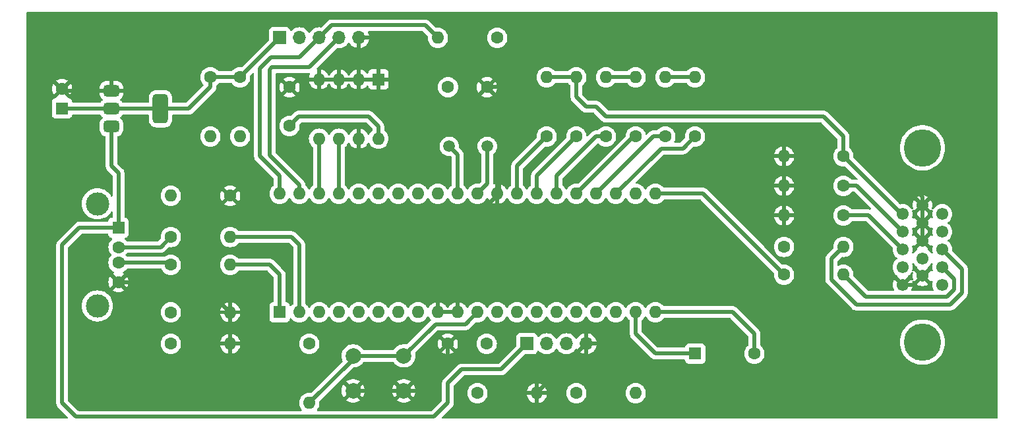
<source format=gbr>
%TF.GenerationSoftware,KiCad,Pcbnew,8.0.2*%
%TF.CreationDate,2025-02-07T22:28:49+01:00*%
%TF.ProjectId,propeller-vga,70726f70-656c-46c6-9572-2d7667612e6b,rev?*%
%TF.SameCoordinates,Original*%
%TF.FileFunction,Copper,L1,Top*%
%TF.FilePolarity,Positive*%
%FSLAX46Y46*%
G04 Gerber Fmt 4.6, Leading zero omitted, Abs format (unit mm)*
G04 Created by KiCad (PCBNEW 8.0.2) date 2025-02-07 22:28:49*
%MOMM*%
%LPD*%
G01*
G04 APERTURE LIST*
G04 Aperture macros list*
%AMRoundRect*
0 Rectangle with rounded corners*
0 $1 Rounding radius*
0 $2 $3 $4 $5 $6 $7 $8 $9 X,Y pos of 4 corners*
0 Add a 4 corners polygon primitive as box body*
4,1,4,$2,$3,$4,$5,$6,$7,$8,$9,$2,$3,0*
0 Add four circle primitives for the rounded corners*
1,1,$1+$1,$2,$3*
1,1,$1+$1,$4,$5*
1,1,$1+$1,$6,$7*
1,1,$1+$1,$8,$9*
0 Add four rect primitives between the rounded corners*
20,1,$1+$1,$2,$3,$4,$5,0*
20,1,$1+$1,$4,$5,$6,$7,0*
20,1,$1+$1,$6,$7,$8,$9,0*
20,1,$1+$1,$8,$9,$2,$3,0*%
G04 Aperture macros list end*
%TA.AperFunction,ComponentPad*%
%ADD10R,1.600000X1.600000*%
%TD*%
%TA.AperFunction,ComponentPad*%
%ADD11O,1.600000X1.600000*%
%TD*%
%TA.AperFunction,ComponentPad*%
%ADD12C,1.500000*%
%TD*%
%TA.AperFunction,SMDPad,CuDef*%
%ADD13RoundRect,0.375000X-0.625000X-0.375000X0.625000X-0.375000X0.625000X0.375000X-0.625000X0.375000X0*%
%TD*%
%TA.AperFunction,SMDPad,CuDef*%
%ADD14RoundRect,0.500000X-0.500000X-1.400000X0.500000X-1.400000X0.500000X1.400000X-0.500000X1.400000X0*%
%TD*%
%TA.AperFunction,ComponentPad*%
%ADD15C,2.000000*%
%TD*%
%TA.AperFunction,ComponentPad*%
%ADD16C,1.600000*%
%TD*%
%TA.AperFunction,ComponentPad*%
%ADD17C,1.550000*%
%TD*%
%TA.AperFunction,ComponentPad*%
%ADD18C,4.800000*%
%TD*%
%TA.AperFunction,ComponentPad*%
%ADD19R,1.700000X1.700000*%
%TD*%
%TA.AperFunction,ComponentPad*%
%ADD20O,1.700000X1.700000*%
%TD*%
%TA.AperFunction,ComponentPad*%
%ADD21C,3.000000*%
%TD*%
%TA.AperFunction,ViaPad*%
%ADD22C,0.600000*%
%TD*%
%TA.AperFunction,Conductor*%
%ADD23C,0.500000*%
%TD*%
G04 APERTURE END LIST*
D10*
%TO.P,U1,1,P0*%
%TO.N,Net-(U1-P0)*%
X138435000Y-79756000D03*
D11*
%TO.P,U1,2,P1*%
%TO.N,Net-(U1-P1)*%
X140975000Y-79756000D03*
%TO.P,U1,3,P2*%
%TO.N,unconnected-(U1-P2-Pad3)*%
X143515000Y-79756000D03*
%TO.P,U1,4,P3*%
%TO.N,unconnected-(U1-P3-Pad4)*%
X146055000Y-79756000D03*
%TO.P,U1,5,P4*%
%TO.N,unconnected-(U1-P4-Pad5)*%
X148595000Y-79756000D03*
%TO.P,U1,6,P5*%
%TO.N,unconnected-(U1-P5-Pad6)*%
X151135000Y-79756000D03*
%TO.P,U1,7,P6*%
%TO.N,unconnected-(U1-P6-Pad7)*%
X153675000Y-79756000D03*
%TO.P,U1,8,P7*%
%TO.N,unconnected-(U1-P7-Pad8)*%
X156215000Y-79756000D03*
%TO.P,U1,9,VSS*%
%TO.N,GND*%
X158755000Y-79756000D03*
%TO.P,U1,10,~{BOE}*%
X161295000Y-79756000D03*
%TO.P,U1,11,~{RES}*%
%TO.N,~{RES}*%
X163835000Y-79756000D03*
%TO.P,U1,12,VDD*%
%TO.N,+3V3*%
X166375000Y-79756000D03*
%TO.P,U1,13,P8*%
%TO.N,TXIN*%
X168915000Y-79756000D03*
%TO.P,U1,14,P9*%
%TO.N,RXIN*%
X171455000Y-79756000D03*
%TO.P,U1,15,P10*%
%TO.N,unconnected-(U1-P10-Pad15)*%
X173995000Y-79756000D03*
%TO.P,U1,16,P11*%
%TO.N,unconnected-(U1-P11-Pad16)*%
X176535000Y-79756000D03*
%TO.P,U1,17,P12*%
%TO.N,unconnected-(U1-P12-Pad17)*%
X179075000Y-79756000D03*
%TO.P,U1,18,P13*%
%TO.N,unconnected-(U1-P13-Pad18)*%
X181615000Y-79756000D03*
%TO.P,U1,19,P14*%
%TO.N,Net-(U1-P14)*%
X184155000Y-79756000D03*
%TO.P,U1,20,P15*%
%TO.N,Net-(U1-P15)*%
X186695000Y-79756000D03*
%TO.P,U1,21,P16*%
%TO.N,Net-(U1-P16)*%
X186695000Y-64516000D03*
%TO.P,U1,22,P17*%
%TO.N,Net-(U1-P17)*%
X184155000Y-64516000D03*
%TO.P,U1,23,P18*%
%TO.N,Net-(U1-P18)*%
X181615000Y-64516000D03*
%TO.P,U1,24,P19*%
%TO.N,Net-(U1-P19)*%
X179075000Y-64516000D03*
%TO.P,U1,25,P20*%
%TO.N,Net-(U1-P20)*%
X176535000Y-64516000D03*
%TO.P,U1,26,P21*%
%TO.N,Net-(U1-P21)*%
X173995000Y-64516000D03*
%TO.P,U1,27,P22*%
%TO.N,Net-(U1-P22)*%
X171455000Y-64516000D03*
%TO.P,U1,28,P23*%
%TO.N,Net-(U1-P23)*%
X168915000Y-64516000D03*
%TO.P,U1,29,VSS*%
%TO.N,GND*%
X166375000Y-64516000D03*
%TO.P,U1,30,XI*%
%TO.N,Net-(U1-XI)*%
X163835000Y-64516000D03*
%TO.P,U1,31,XO*%
%TO.N,Net-(U1-XO)*%
X161295000Y-64516000D03*
%TO.P,U1,32,VDD*%
%TO.N,+3V3*%
X158755000Y-64516000D03*
%TO.P,U1,33,P24*%
%TO.N,unconnected-(U1-P24-Pad33)*%
X156215000Y-64516000D03*
%TO.P,U1,34,P25*%
%TO.N,unconnected-(U1-P25-Pad34)*%
X153675000Y-64516000D03*
%TO.P,U1,35,P26*%
%TO.N,unconnected-(U1-P26-Pad35)*%
X151135000Y-64516000D03*
%TO.P,U1,36,P27*%
%TO.N,unconnected-(U1-P27-Pad36)*%
X148595000Y-64516000D03*
%TO.P,U1,37,P28*%
%TO.N,SCL*%
X146055000Y-64516000D03*
%TO.P,U1,38,P29*%
%TO.N,SDA*%
X143515000Y-64516000D03*
%TO.P,U1,39,P30*%
%TO.N,TX*%
X140975000Y-64516000D03*
%TO.P,U1,40,P31*%
%TO.N,RX*%
X138435000Y-64516000D03*
%TD*%
D12*
%TO.P,Y1,1,1*%
%TO.N,Net-(U1-XI)*%
X165100000Y-58420000D03*
%TO.P,Y1,2,2*%
%TO.N,Net-(U1-XO)*%
X160220000Y-58420000D03*
%TD*%
D13*
%TO.P,U3,1,GND*%
%TO.N,GND*%
X116840000Y-51280000D03*
%TO.P,U3,2,VO*%
%TO.N,+3V3*%
X116840000Y-53580000D03*
D14*
X123140000Y-53580000D03*
D13*
%TO.P,U3,3,VI*%
%TO.N,+5V*%
X116840000Y-55880000D03*
%TD*%
D10*
%TO.P,U2,1,A0*%
%TO.N,GND*%
X151120000Y-49818000D03*
D11*
%TO.P,U2,2,A1*%
X148580000Y-49818000D03*
%TO.P,U2,3,A2*%
X146040000Y-49818000D03*
%TO.P,U2,4,GND*%
X143500000Y-49818000D03*
%TO.P,U2,5,SDA*%
%TO.N,SDA*%
X143500000Y-57438000D03*
%TO.P,U2,6,SCL*%
%TO.N,SCL*%
X146040000Y-57438000D03*
%TO.P,U2,7,WP*%
%TO.N,GND*%
X148580000Y-57438000D03*
%TO.P,U2,8,VCC*%
%TO.N,+3V3*%
X151120000Y-57438000D03*
%TD*%
D15*
%TO.P,SW1,1,1*%
%TO.N,GND*%
X154380000Y-89880000D03*
X147880000Y-89880000D03*
%TO.P,SW1,2,2*%
%TO.N,~{RES}*%
X154380000Y-85380000D03*
X147880000Y-85380000D03*
%TD*%
D16*
%TO.P,R22,1*%
%TO.N,Net-(J1-D-)*%
X124460000Y-83820000D03*
D11*
%TO.P,R22,2*%
%TO.N,GND*%
X132080000Y-83820000D03*
%TD*%
D16*
%TO.P,R21,1*%
%TO.N,Net-(J1-D+)*%
X124460000Y-79770000D03*
D11*
%TO.P,R21,2*%
%TO.N,GND*%
X132080000Y-79770000D03*
%TD*%
D16*
%TO.P,R20,1*%
%TO.N,+3V3*%
X142240000Y-83820000D03*
D11*
%TO.P,R20,2*%
%TO.N,~{RES}*%
X142240000Y-91440000D03*
%TD*%
D16*
%TO.P,R19,1*%
%TO.N,TXIN*%
X163830000Y-90170000D03*
D11*
%TO.P,R19,2*%
%TO.N,GND*%
X171450000Y-90170000D03*
%TD*%
D16*
%TO.P,R18,1*%
%TO.N,Net-(J3-Pin_2)*%
X176530000Y-90170000D03*
D11*
%TO.P,R18,2*%
%TO.N,TXIN*%
X184150000Y-90170000D03*
%TD*%
%TO.P,R17,2*%
%TO.N,GND*%
X203200000Y-59690000D03*
D16*
%TO.P,R17,1*%
%TO.N,R*%
X210820000Y-59690000D03*
%TD*%
D11*
%TO.P,R16,2*%
%TO.N,GND*%
X203200000Y-63500000D03*
D16*
%TO.P,R16,1*%
%TO.N,G*%
X210820000Y-63500000D03*
%TD*%
D11*
%TO.P,R15,2*%
%TO.N,GND*%
X203200000Y-67310000D03*
D16*
%TO.P,R15,1*%
%TO.N,B*%
X210820000Y-67310000D03*
%TD*%
D11*
%TO.P,R14,2*%
%TO.N,R*%
X172720000Y-49530000D03*
D16*
%TO.P,R14,1*%
%TO.N,Net-(U1-P23)*%
X172720000Y-57150000D03*
%TD*%
D11*
%TO.P,R13,2*%
%TO.N,R*%
X176530000Y-49530000D03*
D16*
%TO.P,R13,1*%
%TO.N,Net-(U1-P22)*%
X176530000Y-57150000D03*
%TD*%
D11*
%TO.P,R12,2*%
%TO.N,G*%
X180340000Y-49530000D03*
D16*
%TO.P,R12,1*%
%TO.N,Net-(U1-P21)*%
X180340000Y-57150000D03*
%TD*%
D11*
%TO.P,R11,2*%
%TO.N,G*%
X184150000Y-49530000D03*
D16*
%TO.P,R11,1*%
%TO.N,Net-(U1-P20)*%
X184150000Y-57150000D03*
%TD*%
%TO.P,R10,1*%
%TO.N,Net-(U1-P19)*%
X187960000Y-57150000D03*
D11*
%TO.P,R10,2*%
%TO.N,B*%
X187960000Y-49530000D03*
%TD*%
D16*
%TO.P,R9,1*%
%TO.N,Net-(U1-P18)*%
X191770000Y-57150000D03*
D11*
%TO.P,R9,2*%
%TO.N,B*%
X191770000Y-49530000D03*
%TD*%
D16*
%TO.P,R8,1*%
%TO.N,Net-(U1-P17)*%
X203200000Y-71360000D03*
D11*
%TO.P,R8,2*%
%TO.N,HSYNC*%
X210820000Y-71360000D03*
%TD*%
D16*
%TO.P,R7,1*%
%TO.N,Net-(U1-P16)*%
X203200000Y-74930000D03*
D11*
%TO.P,R7,2*%
%TO.N,VSYNC*%
X210820000Y-74930000D03*
%TD*%
D16*
%TO.P,R6,1*%
%TO.N,+3V3*%
X133350000Y-49530000D03*
D11*
%TO.P,R6,2*%
%TO.N,SCL*%
X133350000Y-57150000D03*
%TD*%
D16*
%TO.P,R5,1*%
%TO.N,+3V3*%
X129540000Y-49530000D03*
D11*
%TO.P,R5,2*%
%TO.N,SDA*%
X129540000Y-57150000D03*
%TD*%
D16*
%TO.P,R4,1*%
%TO.N,+3V3*%
X166370000Y-44450000D03*
D11*
%TO.P,R4,2*%
%TO.N,RX*%
X158750000Y-44450000D03*
%TD*%
D16*
%TO.P,R3,1*%
%TO.N,GND*%
X132080000Y-64770000D03*
D11*
%TO.P,R3,2*%
%TO.N,Net-(J1-Shield)*%
X124460000Y-64770000D03*
%TD*%
D16*
%TO.P,R2,1*%
%TO.N,Net-(J1-D-)*%
X124460000Y-70090000D03*
D11*
%TO.P,R2,2*%
%TO.N,Net-(U1-P1)*%
X132080000Y-70090000D03*
%TD*%
D16*
%TO.P,R1,1*%
%TO.N,Net-(J1-D+)*%
X124460000Y-73660000D03*
D11*
%TO.P,R1,2*%
%TO.N,Net-(U1-P0)*%
X132080000Y-73660000D03*
%TD*%
D10*
%TO.P,LS1,1,1*%
%TO.N,Net-(U1-P14)*%
X191790000Y-85090000D03*
D16*
%TO.P,LS1,2,2*%
%TO.N,Net-(U1-P15)*%
X199390000Y-85090000D03*
%TD*%
D17*
%TO.P,J4,1*%
%TO.N,R*%
X218440000Y-67130000D03*
%TO.P,J4,2*%
%TO.N,G*%
X218440000Y-69410000D03*
%TO.P,J4,3*%
%TO.N,B*%
X218440000Y-71690000D03*
%TO.P,J4,4*%
%TO.N,unconnected-(J4-Pad4)*%
X218440000Y-73970000D03*
%TO.P,J4,5*%
%TO.N,GND*%
X218440000Y-76250000D03*
%TO.P,J4,6*%
X220980000Y-65990000D03*
%TO.P,J4,7*%
X220980000Y-68270000D03*
%TO.P,J4,8*%
X220980000Y-70550000D03*
%TO.P,J4,9*%
%TO.N,unconnected-(J4-Pad9)*%
X220980000Y-72830000D03*
%TO.P,J4,10*%
%TO.N,GND*%
X220980000Y-75110000D03*
%TO.P,J4,11*%
%TO.N,unconnected-(J4-Pad11)*%
X223520000Y-67130000D03*
%TO.P,J4,12*%
%TO.N,unconnected-(J4-Pad12)*%
X223520000Y-69410000D03*
%TO.P,J4,13*%
%TO.N,HSYNC*%
X223520000Y-71690000D03*
%TO.P,J4,14*%
%TO.N,VSYNC*%
X223520000Y-73970000D03*
%TO.P,J4,15*%
%TO.N,unconnected-(J4-Pad15)*%
X223520000Y-76250000D03*
D18*
%TO.P,J4,16*%
%TO.N,N/C*%
X220980000Y-83620000D03*
%TO.P,J4,17*%
X220980000Y-58620000D03*
%TD*%
D19*
%TO.P,J3,1,Pin_1*%
%TO.N,+5V*%
X170180000Y-83820000D03*
D20*
%TO.P,J3,2,Pin_2*%
%TO.N,Net-(J3-Pin_2)*%
X172720000Y-83820000D03*
%TO.P,J3,3,Pin_3*%
%TO.N,RXIN*%
X175260000Y-83820000D03*
%TO.P,J3,4,Pin_4*%
%TO.N,GND*%
X177800000Y-83820000D03*
%TD*%
D19*
%TO.P,J2,1,Pin_1*%
%TO.N,+3V3*%
X138430000Y-44450000D03*
D20*
%TO.P,J2,2,Pin_2*%
%TO.N,~{RES}*%
X140970000Y-44450000D03*
%TO.P,J2,3,Pin_3*%
%TO.N,RX*%
X143510000Y-44450000D03*
%TO.P,J2,4,Pin_4*%
%TO.N,TX*%
X146050000Y-44450000D03*
%TO.P,J2,5,Pin_5*%
%TO.N,GND*%
X148590000Y-44450000D03*
%TD*%
D10*
%TO.P,J1,1,VBUS*%
%TO.N,+5V*%
X117750000Y-68890000D03*
D16*
%TO.P,J1,2,D-*%
%TO.N,Net-(J1-D-)*%
X117750000Y-71390000D03*
%TO.P,J1,3,D+*%
%TO.N,Net-(J1-D+)*%
X117750000Y-73390000D03*
%TO.P,J1,4,GND*%
%TO.N,GND*%
X117750000Y-75890000D03*
D21*
%TO.P,J1,5,Shield*%
%TO.N,Net-(J1-Shield)*%
X115040000Y-65820000D03*
X115040000Y-78960000D03*
%TD*%
D16*
%TO.P,C4,1*%
%TO.N,+3V3*%
X139700000Y-55800000D03*
%TO.P,C4,2*%
%TO.N,GND*%
X139700000Y-50800000D03*
%TD*%
D10*
%TO.P,C3,1*%
%TO.N,+3V3*%
X110490000Y-53540000D03*
D16*
%TO.P,C3,2*%
%TO.N,GND*%
X110490000Y-51040000D03*
%TD*%
%TO.P,C2,1*%
%TO.N,+3V3*%
X160060000Y-50800000D03*
%TO.P,C2,2*%
%TO.N,GND*%
X165060000Y-50800000D03*
%TD*%
%TO.P,C1,1*%
%TO.N,+3V3*%
X165020000Y-83820000D03*
%TO.P,C1,2*%
%TO.N,GND*%
X160020000Y-83820000D03*
%TD*%
D22*
%TO.N,GND*%
X116840000Y-48260000D03*
%TD*%
D23*
%TO.N,GND*%
X128200000Y-75890000D02*
X132080000Y-79770000D01*
X117750000Y-75890000D02*
X128200000Y-75890000D01*
%TO.N,Net-(J1-D-)*%
X123160000Y-71390000D02*
X124460000Y-70090000D01*
X117750000Y-71390000D02*
X123160000Y-71390000D01*
%TO.N,Net-(J1-D+)*%
X124190000Y-73390000D02*
X124460000Y-73660000D01*
X117750000Y-73390000D02*
X124190000Y-73390000D01*
%TO.N,GND*%
X132080000Y-79770000D02*
X132080000Y-83820000D01*
%TO.N,Net-(U1-P0)*%
X138435000Y-74935000D02*
X138435000Y-79756000D01*
X137160000Y-73660000D02*
X138435000Y-74935000D01*
X132080000Y-73660000D02*
X137160000Y-73660000D01*
%TO.N,Net-(U1-P1)*%
X140975000Y-71125000D02*
X140975000Y-79756000D01*
X139940000Y-70090000D02*
X140975000Y-71125000D01*
X132080000Y-70090000D02*
X139940000Y-70090000D01*
%TO.N,GND*%
X166375000Y-64765000D02*
X161295000Y-69845000D01*
X166375000Y-64516000D02*
X166375000Y-64765000D01*
X161295000Y-69845000D02*
X161295000Y-79756000D01*
%TO.N,Net-(U1-P15)*%
X199390000Y-82550000D02*
X199390000Y-85090000D01*
X196596000Y-79756000D02*
X199390000Y-82550000D01*
X186695000Y-79756000D02*
X196596000Y-79756000D01*
%TO.N,Net-(U1-P14)*%
X186690000Y-85090000D02*
X191790000Y-85090000D01*
X184155000Y-82555000D02*
X186690000Y-85090000D01*
X184155000Y-79756000D02*
X184155000Y-82555000D01*
%TO.N,GND*%
X203200000Y-67310000D02*
X203200000Y-59690000D01*
X167640000Y-50800000D02*
X165060000Y-50800000D01*
X173990000Y-44450000D02*
X167640000Y-50800000D01*
X200536015Y-44450000D02*
X173990000Y-44450000D01*
X220980000Y-64893985D02*
X200536015Y-44450000D01*
X220980000Y-65990000D02*
X220980000Y-64893985D01*
X220980000Y-70550000D02*
X220980000Y-65990000D01*
X219840000Y-76250000D02*
X220980000Y-75110000D01*
X218440000Y-76250000D02*
X219840000Y-76250000D01*
%TO.N,HSYNC*%
X226045001Y-74215001D02*
X223520000Y-71690000D01*
X226045001Y-77295889D02*
X226045001Y-74215001D01*
X209270000Y-75572032D02*
X212472969Y-78775001D01*
X224565889Y-78775001D02*
X226045001Y-77295889D01*
X209270000Y-72910000D02*
X209270000Y-75572032D01*
X212472969Y-78775001D02*
X224565889Y-78775001D01*
X210820000Y-71360000D02*
X209270000Y-72910000D01*
%TO.N,VSYNC*%
X225045000Y-76881676D02*
X225045000Y-75495000D01*
X224151676Y-77775000D02*
X225045000Y-76881676D01*
X225045000Y-75495000D02*
X223520000Y-73970000D01*
X213665000Y-77775000D02*
X224151676Y-77775000D01*
X210820000Y-74930000D02*
X213665000Y-77775000D01*
%TO.N,B*%
X214060000Y-67310000D02*
X218440000Y-71690000D01*
X210820000Y-67310000D02*
X214060000Y-67310000D01*
%TO.N,G*%
X212530000Y-63500000D02*
X218440000Y-69410000D01*
X210820000Y-63500000D02*
X212530000Y-63500000D01*
%TO.N,R*%
X218260000Y-67130000D02*
X218440000Y-67130000D01*
X210820000Y-59690000D02*
X218260000Y-67130000D01*
X210820000Y-57150000D02*
X210820000Y-59690000D01*
X180340000Y-54610000D02*
X208280000Y-54610000D01*
X208280000Y-54610000D02*
X210820000Y-57150000D01*
X179070000Y-53340000D02*
X180340000Y-54610000D01*
X177800000Y-53340000D02*
X179070000Y-53340000D01*
X176530000Y-49530000D02*
X176530000Y-52070000D01*
X176530000Y-52070000D02*
X177800000Y-53340000D01*
%TO.N,B*%
X187960000Y-49530000D02*
X191770000Y-49530000D01*
%TO.N,G*%
X180340000Y-49530000D02*
X184150000Y-49530000D01*
%TO.N,R*%
X172720000Y-49530000D02*
X176530000Y-49530000D01*
%TO.N,Net-(U1-P16)*%
X192786000Y-64516000D02*
X203200000Y-74930000D01*
X186695000Y-64516000D02*
X192786000Y-64516000D01*
%TO.N,Net-(U1-P18)*%
X190220000Y-58700000D02*
X191770000Y-57150000D01*
X187431000Y-58700000D02*
X190220000Y-58700000D01*
X181615000Y-64516000D02*
X187431000Y-58700000D01*
%TO.N,Net-(U1-P19)*%
X186441000Y-57150000D02*
X187960000Y-57150000D01*
X179075000Y-64516000D02*
X186441000Y-57150000D01*
%TO.N,Net-(U1-P20)*%
X183901000Y-57150000D02*
X184150000Y-57150000D01*
X176535000Y-64516000D02*
X183901000Y-57150000D01*
%TO.N,Net-(U1-P21)*%
X179070000Y-57150000D02*
X180340000Y-57150000D01*
X173995000Y-64516000D02*
X173995000Y-62225000D01*
X173995000Y-62225000D02*
X179070000Y-57150000D01*
%TO.N,Net-(U1-P22)*%
X171455000Y-62225000D02*
X176530000Y-57150000D01*
X171455000Y-64516000D02*
X171455000Y-62225000D01*
%TO.N,Net-(U1-P23)*%
X168915000Y-60955000D02*
X172720000Y-57150000D01*
X168915000Y-64516000D02*
X168915000Y-60955000D01*
%TO.N,GND*%
X159417968Y-52350000D02*
X163510000Y-52350000D01*
X156885968Y-49818000D02*
X159417968Y-52350000D01*
X151120000Y-49818000D02*
X156885968Y-49818000D01*
X163510000Y-52350000D02*
X165060000Y-50800000D01*
%TO.N,Net-(U1-XO)*%
X161295000Y-59495000D02*
X161295000Y-64516000D01*
X160220000Y-58420000D02*
X161295000Y-59495000D01*
%TO.N,Net-(U1-XI)*%
X165100000Y-63251000D02*
X163835000Y-64516000D01*
X165100000Y-58420000D02*
X165100000Y-63251000D01*
%TO.N,GND*%
X166600000Y-64291000D02*
X166375000Y-64516000D01*
X165060000Y-50800000D02*
X166600000Y-52340000D01*
X166600000Y-52340000D02*
X166600000Y-64291000D01*
%TO.N,RX*%
X157150000Y-42850000D02*
X158750000Y-44450000D01*
X145110000Y-42850000D02*
X157150000Y-42850000D01*
X143510000Y-44450000D02*
X145110000Y-42850000D01*
%TO.N,TX*%
X142240000Y-48260000D02*
X146050000Y-44450000D01*
X137160000Y-48548428D02*
X137448428Y-48260000D01*
X137448428Y-48260000D02*
X142240000Y-48260000D01*
X137160000Y-59545786D02*
X137160000Y-48548428D01*
X140975000Y-63360786D02*
X137160000Y-59545786D01*
X140975000Y-64516000D02*
X140975000Y-63360786D01*
%TO.N,RX*%
X140970000Y-46990000D02*
X143510000Y-44450000D01*
X135890000Y-59690000D02*
X135890000Y-48404214D01*
X135890000Y-48404214D02*
X137304214Y-46990000D01*
X138435000Y-62235000D02*
X135890000Y-59690000D01*
X138435000Y-64516000D02*
X138435000Y-62235000D01*
X137304214Y-46990000D02*
X140970000Y-46990000D01*
%TO.N,GND*%
X143500000Y-49818000D02*
X151120000Y-49818000D01*
X116840000Y-48260000D02*
X116840000Y-51280000D01*
%TO.N,+5V*%
X117750000Y-61870000D02*
X116840000Y-60960000D01*
X117750000Y-68890000D02*
X117750000Y-61870000D01*
X116840000Y-60960000D02*
X116840000Y-55880000D01*
%TO.N,+3V3*%
X110530000Y-53580000D02*
X110490000Y-53540000D01*
X116840000Y-53580000D02*
X110530000Y-53580000D01*
%TO.N,GND*%
X110730000Y-51280000D02*
X110490000Y-51040000D01*
X116840000Y-51280000D02*
X110730000Y-51280000D01*
%TO.N,+3V3*%
X123140000Y-53580000D02*
X116840000Y-53580000D01*
X129540000Y-50800000D02*
X129540000Y-49530000D01*
X126760000Y-53580000D02*
X129540000Y-50800000D01*
X123140000Y-53580000D02*
X126760000Y-53580000D01*
X133350000Y-49530000D02*
X138430000Y-44450000D01*
X129540000Y-49530000D02*
X133350000Y-49530000D01*
%TO.N,SDA*%
X143500000Y-57438000D02*
X143500000Y-64501000D01*
X143500000Y-64501000D02*
X143515000Y-64516000D01*
%TO.N,SCL*%
X146040000Y-64501000D02*
X146055000Y-64516000D01*
X146040000Y-57438000D02*
X146040000Y-64501000D01*
%TO.N,+3V3*%
X149860000Y-54610000D02*
X151120000Y-55870000D01*
X140890000Y-54610000D02*
X149860000Y-54610000D01*
X151120000Y-55870000D02*
X151120000Y-57438000D01*
X139700000Y-55800000D02*
X140890000Y-54610000D01*
%TO.N,~{RES}*%
X147880000Y-85380000D02*
X154380000Y-85380000D01*
X147880000Y-85800000D02*
X147880000Y-85380000D01*
X142240000Y-91440000D02*
X147880000Y-85800000D01*
%TO.N,GND*%
X154380000Y-89880000D02*
X147880000Y-89880000D01*
X158755000Y-79756000D02*
X161295000Y-79756000D01*
%TO.N,~{RES}*%
X162285000Y-81306000D02*
X163835000Y-79756000D01*
X158454000Y-81306000D02*
X162285000Y-81306000D01*
X154380000Y-85380000D02*
X158454000Y-81306000D01*
%TO.N,GND*%
X160020000Y-86360000D02*
X160020000Y-83820000D01*
X156500000Y-89880000D02*
X160020000Y-86360000D01*
X154380000Y-89880000D02*
X156500000Y-89880000D01*
X177800000Y-83820000D02*
X171450000Y-90170000D01*
%TO.N,+5V*%
X112720000Y-68890000D02*
X117750000Y-68890000D01*
X110490000Y-71120000D02*
X112720000Y-68890000D01*
X110490000Y-91440000D02*
X110490000Y-71120000D01*
X160020000Y-91440000D02*
X158230000Y-93230000D01*
X112280000Y-93230000D02*
X110490000Y-91440000D01*
X160020000Y-88900000D02*
X160020000Y-91440000D01*
X158230000Y-93230000D02*
X112280000Y-93230000D01*
X166870000Y-87130000D02*
X161790000Y-87130000D01*
X161790000Y-87130000D02*
X160020000Y-88900000D01*
X170180000Y-83820000D02*
X166870000Y-87130000D01*
%TD*%
%TA.AperFunction,Conductor*%
%TO.N,GND*%
G36*
X222041074Y-75817522D02*
G01*
X222082067Y-75758979D01*
X222136644Y-75715354D01*
X222206142Y-75708160D01*
X222268497Y-75739683D01*
X222303911Y-75799913D01*
X222303417Y-75862195D01*
X222259081Y-76027660D01*
X222259079Y-76027670D01*
X222239628Y-76249999D01*
X222239628Y-76250000D01*
X222259079Y-76472329D01*
X222259081Y-76472339D01*
X222316841Y-76687905D01*
X222316843Y-76687909D01*
X222316844Y-76687913D01*
X222345796Y-76750000D01*
X222391538Y-76848095D01*
X222402030Y-76917173D01*
X222373510Y-76980957D01*
X222315033Y-77019196D01*
X222279156Y-77024500D01*
X219680292Y-77024500D01*
X219613253Y-77004815D01*
X219567498Y-76952011D01*
X219557554Y-76882853D01*
X219567910Y-76848096D01*
X219642681Y-76687747D01*
X219642685Y-76687736D01*
X219700425Y-76472248D01*
X219700426Y-76472241D01*
X219719870Y-76250001D01*
X219719870Y-76249998D01*
X219700426Y-76027758D01*
X219700425Y-76027750D01*
X219655744Y-75860999D01*
X219657407Y-75791149D01*
X219696569Y-75733286D01*
X219760798Y-75705782D01*
X219829700Y-75717368D01*
X219877094Y-75757782D01*
X219918923Y-75817521D01*
X219918924Y-75817522D01*
X220497037Y-75239409D01*
X220514075Y-75302993D01*
X220579901Y-75417007D01*
X220672993Y-75510099D01*
X220787007Y-75575925D01*
X220850590Y-75592962D01*
X220272476Y-76171074D01*
X220272477Y-76171075D01*
X220340062Y-76218398D01*
X220340064Y-76218399D01*
X220542252Y-76312681D01*
X220542263Y-76312685D01*
X220757751Y-76370425D01*
X220757758Y-76370426D01*
X220979998Y-76389870D01*
X220980002Y-76389870D01*
X221202241Y-76370426D01*
X221202248Y-76370425D01*
X221417736Y-76312685D01*
X221417747Y-76312681D01*
X221619931Y-76218401D01*
X221619933Y-76218400D01*
X221687522Y-76171074D01*
X221109409Y-75592962D01*
X221172993Y-75575925D01*
X221287007Y-75510099D01*
X221380099Y-75417007D01*
X221445925Y-75302993D01*
X221462962Y-75239409D01*
X222041074Y-75817522D01*
G37*
%TD.AperFunction*%
%TA.AperFunction,Conductor*%
G36*
X219728957Y-74599898D02*
G01*
X219764371Y-74660128D01*
X219763877Y-74722410D01*
X219719575Y-74887747D01*
X219719573Y-74887758D01*
X219700130Y-75109998D01*
X219700130Y-75110001D01*
X219719573Y-75332241D01*
X219719575Y-75332252D01*
X219764255Y-75499001D01*
X219762592Y-75568851D01*
X219723429Y-75626713D01*
X219659201Y-75654217D01*
X219590298Y-75642630D01*
X219542905Y-75602217D01*
X219501075Y-75542477D01*
X219501074Y-75542476D01*
X218922961Y-76120588D01*
X218905925Y-76057007D01*
X218840099Y-75942993D01*
X218747007Y-75849901D01*
X218632993Y-75784075D01*
X218569410Y-75767037D01*
X219147522Y-75188924D01*
X219145747Y-75168645D01*
X219136680Y-75157301D01*
X219129488Y-75087802D01*
X219161011Y-75025448D01*
X219180299Y-75008734D01*
X219263007Y-74950822D01*
X219420822Y-74793007D01*
X219542529Y-74619190D01*
X219597104Y-74575569D01*
X219666603Y-74568376D01*
X219728957Y-74599898D01*
G37*
%TD.AperFunction*%
%TA.AperFunction,Conductor*%
G36*
X219830917Y-73439979D02*
G01*
X219878310Y-73480390D01*
X219999178Y-73653007D01*
X220156993Y-73810822D01*
X220239695Y-73868731D01*
X220283317Y-73923305D01*
X220290510Y-73992804D01*
X220274640Y-74024195D01*
X220272476Y-74048923D01*
X220850590Y-74627037D01*
X220787007Y-74644075D01*
X220672993Y-74709901D01*
X220579901Y-74802993D01*
X220514075Y-74917007D01*
X220497037Y-74980590D01*
X219918923Y-74402476D01*
X219877933Y-74461019D01*
X219823356Y-74504645D01*
X219753858Y-74511839D01*
X219691503Y-74480317D01*
X219656088Y-74420087D01*
X219656581Y-74357806D01*
X219700920Y-74192334D01*
X219720372Y-73970000D01*
X219700920Y-73747666D01*
X219656961Y-73583608D01*
X219658624Y-73513758D01*
X219697787Y-73455896D01*
X219762015Y-73428392D01*
X219830917Y-73439979D01*
G37*
%TD.AperFunction*%
%TA.AperFunction,Conductor*%
G36*
X222268118Y-73461096D02*
G01*
X222303532Y-73521326D01*
X222303038Y-73583608D01*
X222259081Y-73747660D01*
X222259079Y-73747670D01*
X222239628Y-73969999D01*
X222239628Y-73970000D01*
X222259079Y-74192329D01*
X222259081Y-74192339D01*
X222303417Y-74357803D01*
X222301754Y-74427653D01*
X222262591Y-74485515D01*
X222198363Y-74513019D01*
X222129461Y-74501432D01*
X222082067Y-74461020D01*
X222041074Y-74402477D01*
X222041074Y-74402476D01*
X221462962Y-74980589D01*
X221445925Y-74917007D01*
X221380099Y-74802993D01*
X221287007Y-74709901D01*
X221172993Y-74644075D01*
X221109410Y-74627037D01*
X221687522Y-74048924D01*
X221685747Y-74028645D01*
X221676680Y-74017301D01*
X221669488Y-73947802D01*
X221701011Y-73885448D01*
X221720299Y-73868734D01*
X221803007Y-73810822D01*
X221960822Y-73653007D01*
X222081691Y-73480388D01*
X222136265Y-73436767D01*
X222205764Y-73429574D01*
X222268118Y-73461096D01*
G37*
%TD.AperFunction*%
%TA.AperFunction,Conductor*%
G36*
X222041074Y-71257522D02*
G01*
X222082067Y-71198979D01*
X222136644Y-71155354D01*
X222206142Y-71148160D01*
X222268497Y-71179683D01*
X222303911Y-71239913D01*
X222303417Y-71302195D01*
X222259081Y-71467660D01*
X222259079Y-71467670D01*
X222239628Y-71689999D01*
X222239628Y-71690000D01*
X222259079Y-71912329D01*
X222259081Y-71912339D01*
X222303038Y-72076391D01*
X222301375Y-72146241D01*
X222262212Y-72204103D01*
X222197983Y-72231607D01*
X222129081Y-72220020D01*
X222081689Y-72179609D01*
X221960822Y-72006993D01*
X221803007Y-71849178D01*
X221781018Y-71833781D01*
X221720304Y-71791268D01*
X221676679Y-71736691D01*
X221669487Y-71667193D01*
X221685359Y-71635795D01*
X221687522Y-71611074D01*
X221109409Y-71032962D01*
X221172993Y-71015925D01*
X221287007Y-70950099D01*
X221380099Y-70857007D01*
X221445925Y-70742993D01*
X221462962Y-70679409D01*
X222041074Y-71257522D01*
G37*
%TD.AperFunction*%
%TA.AperFunction,Conductor*%
G36*
X220514075Y-70742993D02*
G01*
X220579901Y-70857007D01*
X220672993Y-70950099D01*
X220787007Y-71015925D01*
X220850590Y-71032962D01*
X220272476Y-71611074D01*
X220274251Y-71631353D01*
X220283319Y-71642698D01*
X220290511Y-71712197D01*
X220258988Y-71774551D01*
X220239695Y-71791269D01*
X220156989Y-71849181D01*
X219999178Y-72006992D01*
X219878310Y-72179608D01*
X219823733Y-72223233D01*
X219754235Y-72230425D01*
X219691880Y-72198902D01*
X219656467Y-72138672D01*
X219656961Y-72076390D01*
X219662670Y-72055086D01*
X219700920Y-71912334D01*
X219720372Y-71690000D01*
X219700920Y-71467666D01*
X219656582Y-71302193D01*
X219658245Y-71232347D01*
X219697407Y-71174484D01*
X219761636Y-71146980D01*
X219830538Y-71158566D01*
X219877932Y-71198979D01*
X219918924Y-71257521D01*
X220497037Y-70679409D01*
X220514075Y-70742993D01*
G37*
%TD.AperFunction*%
%TA.AperFunction,Conductor*%
G36*
X220514075Y-68462993D02*
G01*
X220579901Y-68577007D01*
X220672993Y-68670099D01*
X220787007Y-68735925D01*
X220850590Y-68752962D01*
X220272476Y-69331074D01*
X220274227Y-69351086D01*
X220283753Y-69363003D01*
X220290945Y-69432502D01*
X220274581Y-69464869D01*
X220272476Y-69488923D01*
X220850590Y-70067037D01*
X220787007Y-70084075D01*
X220672993Y-70149901D01*
X220579901Y-70242993D01*
X220514075Y-70357007D01*
X220497037Y-70420590D01*
X219918923Y-69842476D01*
X219877933Y-69901019D01*
X219823356Y-69944645D01*
X219753858Y-69951839D01*
X219691503Y-69920317D01*
X219656088Y-69860087D01*
X219656581Y-69797806D01*
X219700920Y-69632334D01*
X219720372Y-69410000D01*
X219700920Y-69187666D01*
X219656582Y-69022193D01*
X219658245Y-68952347D01*
X219697407Y-68894484D01*
X219761636Y-68866980D01*
X219830538Y-68878566D01*
X219877932Y-68918979D01*
X219918924Y-68977521D01*
X220497037Y-68399409D01*
X220514075Y-68462993D01*
G37*
%TD.AperFunction*%
%TA.AperFunction,Conductor*%
G36*
X222041074Y-68977522D02*
G01*
X222082067Y-68918979D01*
X222136644Y-68875354D01*
X222206142Y-68868160D01*
X222268497Y-68899683D01*
X222303911Y-68959913D01*
X222303417Y-69022195D01*
X222259081Y-69187660D01*
X222259079Y-69187670D01*
X222239628Y-69409999D01*
X222239628Y-69410000D01*
X222259079Y-69632329D01*
X222259081Y-69632339D01*
X222303417Y-69797803D01*
X222301754Y-69867653D01*
X222262591Y-69925515D01*
X222198363Y-69953019D01*
X222129461Y-69941432D01*
X222082067Y-69901020D01*
X222041074Y-69842477D01*
X222041074Y-69842476D01*
X221462962Y-70420589D01*
X221445925Y-70357007D01*
X221380099Y-70242993D01*
X221287007Y-70149901D01*
X221172993Y-70084075D01*
X221109410Y-70067037D01*
X221687522Y-69488924D01*
X221685771Y-69468914D01*
X221676245Y-69456997D01*
X221669051Y-69387499D01*
X221685418Y-69355122D01*
X221687522Y-69331074D01*
X221109409Y-68752962D01*
X221172993Y-68735925D01*
X221287007Y-68670099D01*
X221380099Y-68577007D01*
X221445925Y-68462993D01*
X221462962Y-68399409D01*
X222041074Y-68977522D01*
G37*
%TD.AperFunction*%
%TA.AperFunction,Conductor*%
G36*
X220514075Y-66182993D02*
G01*
X220579901Y-66297007D01*
X220672993Y-66390099D01*
X220787007Y-66455925D01*
X220850590Y-66472962D01*
X220272476Y-67051074D01*
X220274227Y-67071086D01*
X220283753Y-67083003D01*
X220290945Y-67152502D01*
X220274581Y-67184869D01*
X220272476Y-67208923D01*
X220850590Y-67787037D01*
X220787007Y-67804075D01*
X220672993Y-67869901D01*
X220579901Y-67962993D01*
X220514075Y-68077007D01*
X220497037Y-68140590D01*
X219918923Y-67562476D01*
X219877933Y-67621019D01*
X219823356Y-67664645D01*
X219753858Y-67671839D01*
X219691503Y-67640317D01*
X219656088Y-67580087D01*
X219656581Y-67517806D01*
X219700920Y-67352334D01*
X219720372Y-67130000D01*
X219700920Y-66907666D01*
X219656582Y-66742193D01*
X219658245Y-66672347D01*
X219697407Y-66614484D01*
X219761636Y-66586980D01*
X219830538Y-66598566D01*
X219877932Y-66638979D01*
X219918924Y-66697521D01*
X220497037Y-66119409D01*
X220514075Y-66182993D01*
G37*
%TD.AperFunction*%
%TA.AperFunction,Conductor*%
G36*
X222041074Y-66697522D02*
G01*
X222082067Y-66638979D01*
X222136644Y-66595354D01*
X222206142Y-66588160D01*
X222268497Y-66619683D01*
X222303911Y-66679913D01*
X222303417Y-66742195D01*
X222259081Y-66907660D01*
X222259079Y-66907670D01*
X222239628Y-67129999D01*
X222239628Y-67130000D01*
X222259079Y-67352329D01*
X222259081Y-67352339D01*
X222303417Y-67517803D01*
X222301754Y-67587653D01*
X222262591Y-67645515D01*
X222198363Y-67673019D01*
X222129461Y-67661432D01*
X222082067Y-67621020D01*
X222041074Y-67562477D01*
X222041074Y-67562476D01*
X221462962Y-68140589D01*
X221445925Y-68077007D01*
X221380099Y-67962993D01*
X221287007Y-67869901D01*
X221172993Y-67804075D01*
X221109410Y-67787037D01*
X221687522Y-67208924D01*
X221685771Y-67188914D01*
X221676245Y-67176997D01*
X221669051Y-67107499D01*
X221685418Y-67075122D01*
X221687522Y-67051074D01*
X221109409Y-66472962D01*
X221172993Y-66455925D01*
X221287007Y-66390099D01*
X221380099Y-66297007D01*
X221445925Y-66182993D01*
X221462962Y-66119409D01*
X222041074Y-66697522D01*
G37*
%TD.AperFunction*%
%TA.AperFunction,Conductor*%
G36*
X230582539Y-41160185D02*
G01*
X230628294Y-41212989D01*
X230639500Y-41264500D01*
X230639500Y-93355500D01*
X230619815Y-93422539D01*
X230567011Y-93468294D01*
X230515500Y-93479500D01*
X159341230Y-93479500D01*
X159274191Y-93459815D01*
X159228436Y-93407011D01*
X159218492Y-93337853D01*
X159247517Y-93274297D01*
X159253549Y-93267819D01*
X160602948Y-91918419D01*
X160602947Y-91918419D01*
X160602951Y-91918416D01*
X160685084Y-91795495D01*
X160741658Y-91658913D01*
X160770500Y-91513918D01*
X160770500Y-91366083D01*
X160770500Y-90169998D01*
X162524532Y-90169998D01*
X162524532Y-90170001D01*
X162544364Y-90396686D01*
X162544366Y-90396697D01*
X162603258Y-90616488D01*
X162603261Y-90616497D01*
X162699431Y-90822732D01*
X162699432Y-90822734D01*
X162829954Y-91009141D01*
X162990858Y-91170045D01*
X162990861Y-91170047D01*
X163177266Y-91300568D01*
X163383504Y-91396739D01*
X163603308Y-91455635D01*
X163765230Y-91469801D01*
X163829998Y-91475468D01*
X163830000Y-91475468D01*
X163830002Y-91475468D01*
X163886673Y-91470509D01*
X164056692Y-91455635D01*
X164276496Y-91396739D01*
X164482734Y-91300568D01*
X164669139Y-91170047D01*
X164830047Y-91009139D01*
X164960568Y-90822734D01*
X165056739Y-90616496D01*
X165115635Y-90396692D01*
X165135468Y-90170000D01*
X165115635Y-89943308D01*
X165109389Y-89919999D01*
X170171127Y-89919999D01*
X170171128Y-89920000D01*
X171134314Y-89920000D01*
X171129920Y-89924394D01*
X171077259Y-90015606D01*
X171050000Y-90117339D01*
X171050000Y-90222661D01*
X171077259Y-90324394D01*
X171129920Y-90415606D01*
X171134314Y-90420000D01*
X170171128Y-90420000D01*
X170223730Y-90616317D01*
X170223734Y-90616326D01*
X170319865Y-90822482D01*
X170450342Y-91008820D01*
X170611179Y-91169657D01*
X170797517Y-91300134D01*
X171003673Y-91396265D01*
X171003682Y-91396269D01*
X171199999Y-91448872D01*
X171200000Y-91448871D01*
X171200000Y-90485686D01*
X171204394Y-90490080D01*
X171295606Y-90542741D01*
X171397339Y-90570000D01*
X171502661Y-90570000D01*
X171604394Y-90542741D01*
X171695606Y-90490080D01*
X171700000Y-90485686D01*
X171700000Y-91448872D01*
X171896317Y-91396269D01*
X171896326Y-91396265D01*
X172102482Y-91300134D01*
X172288820Y-91169657D01*
X172449657Y-91008820D01*
X172580134Y-90822482D01*
X172676265Y-90616326D01*
X172676269Y-90616317D01*
X172728872Y-90420000D01*
X171765686Y-90420000D01*
X171770080Y-90415606D01*
X171822741Y-90324394D01*
X171850000Y-90222661D01*
X171850000Y-90169998D01*
X175224532Y-90169998D01*
X175224532Y-90170001D01*
X175244364Y-90396686D01*
X175244366Y-90396697D01*
X175303258Y-90616488D01*
X175303261Y-90616497D01*
X175399431Y-90822732D01*
X175399432Y-90822734D01*
X175529954Y-91009141D01*
X175690858Y-91170045D01*
X175690861Y-91170047D01*
X175877266Y-91300568D01*
X176083504Y-91396739D01*
X176303308Y-91455635D01*
X176465230Y-91469801D01*
X176529998Y-91475468D01*
X176530000Y-91475468D01*
X176530002Y-91475468D01*
X176586673Y-91470509D01*
X176756692Y-91455635D01*
X176976496Y-91396739D01*
X177182734Y-91300568D01*
X177369139Y-91170047D01*
X177530047Y-91009139D01*
X177660568Y-90822734D01*
X177756739Y-90616496D01*
X177815635Y-90396692D01*
X177835468Y-90170000D01*
X177835468Y-90169998D01*
X182844532Y-90169998D01*
X182844532Y-90170001D01*
X182864364Y-90396686D01*
X182864366Y-90396697D01*
X182923258Y-90616488D01*
X182923261Y-90616497D01*
X183019431Y-90822732D01*
X183019432Y-90822734D01*
X183149954Y-91009141D01*
X183310858Y-91170045D01*
X183310861Y-91170047D01*
X183497266Y-91300568D01*
X183703504Y-91396739D01*
X183923308Y-91455635D01*
X184085230Y-91469801D01*
X184149998Y-91475468D01*
X184150000Y-91475468D01*
X184150002Y-91475468D01*
X184206673Y-91470509D01*
X184376692Y-91455635D01*
X184596496Y-91396739D01*
X184802734Y-91300568D01*
X184989139Y-91170047D01*
X185150047Y-91009139D01*
X185280568Y-90822734D01*
X185376739Y-90616496D01*
X185435635Y-90396692D01*
X185455468Y-90170000D01*
X185435635Y-89943308D01*
X185376739Y-89723504D01*
X185280568Y-89517266D01*
X185150047Y-89330861D01*
X185150045Y-89330858D01*
X184989141Y-89169954D01*
X184802734Y-89039432D01*
X184802732Y-89039431D01*
X184596497Y-88943261D01*
X184596488Y-88943258D01*
X184376697Y-88884366D01*
X184376693Y-88884365D01*
X184376692Y-88884365D01*
X184376691Y-88884364D01*
X184376686Y-88884364D01*
X184150002Y-88864532D01*
X184149998Y-88864532D01*
X183923313Y-88884364D01*
X183923302Y-88884366D01*
X183703511Y-88943258D01*
X183703502Y-88943261D01*
X183497267Y-89039431D01*
X183497265Y-89039432D01*
X183310858Y-89169954D01*
X183149954Y-89330858D01*
X183019432Y-89517265D01*
X183019431Y-89517267D01*
X182923261Y-89723502D01*
X182923258Y-89723511D01*
X182864366Y-89943302D01*
X182864364Y-89943313D01*
X182844532Y-90169998D01*
X177835468Y-90169998D01*
X177815635Y-89943308D01*
X177756739Y-89723504D01*
X177660568Y-89517266D01*
X177530047Y-89330861D01*
X177530045Y-89330858D01*
X177369141Y-89169954D01*
X177182734Y-89039432D01*
X177182732Y-89039431D01*
X176976497Y-88943261D01*
X176976488Y-88943258D01*
X176756697Y-88884366D01*
X176756693Y-88884365D01*
X176756692Y-88884365D01*
X176756691Y-88884364D01*
X176756686Y-88884364D01*
X176530002Y-88864532D01*
X176529998Y-88864532D01*
X176303313Y-88884364D01*
X176303302Y-88884366D01*
X176083511Y-88943258D01*
X176083502Y-88943261D01*
X175877267Y-89039431D01*
X175877265Y-89039432D01*
X175690858Y-89169954D01*
X175529954Y-89330858D01*
X175399432Y-89517265D01*
X175399431Y-89517267D01*
X175303261Y-89723502D01*
X175303258Y-89723511D01*
X175244366Y-89943302D01*
X175244364Y-89943313D01*
X175224532Y-90169998D01*
X171850000Y-90169998D01*
X171850000Y-90117339D01*
X171822741Y-90015606D01*
X171770080Y-89924394D01*
X171765686Y-89920000D01*
X172728872Y-89920000D01*
X172728872Y-89919999D01*
X172676269Y-89723682D01*
X172676265Y-89723673D01*
X172580134Y-89517517D01*
X172449657Y-89331179D01*
X172288820Y-89170342D01*
X172102482Y-89039865D01*
X171896328Y-88943734D01*
X171700000Y-88891127D01*
X171700000Y-89854314D01*
X171695606Y-89849920D01*
X171604394Y-89797259D01*
X171502661Y-89770000D01*
X171397339Y-89770000D01*
X171295606Y-89797259D01*
X171204394Y-89849920D01*
X171200000Y-89854314D01*
X171200000Y-88891127D01*
X171003671Y-88943734D01*
X170797517Y-89039865D01*
X170611179Y-89170342D01*
X170450342Y-89331179D01*
X170319865Y-89517517D01*
X170223734Y-89723673D01*
X170223730Y-89723682D01*
X170171127Y-89919999D01*
X165109389Y-89919999D01*
X165056739Y-89723504D01*
X164960568Y-89517266D01*
X164830047Y-89330861D01*
X164830045Y-89330858D01*
X164669141Y-89169954D01*
X164482734Y-89039432D01*
X164482732Y-89039431D01*
X164276497Y-88943261D01*
X164276488Y-88943258D01*
X164056697Y-88884366D01*
X164056693Y-88884365D01*
X164056692Y-88884365D01*
X164056691Y-88884364D01*
X164056686Y-88884364D01*
X163830002Y-88864532D01*
X163829998Y-88864532D01*
X163603313Y-88884364D01*
X163603302Y-88884366D01*
X163383511Y-88943258D01*
X163383502Y-88943261D01*
X163177267Y-89039431D01*
X163177265Y-89039432D01*
X162990858Y-89169954D01*
X162829954Y-89330858D01*
X162699432Y-89517265D01*
X162699431Y-89517267D01*
X162603261Y-89723502D01*
X162603258Y-89723511D01*
X162544366Y-89943302D01*
X162544364Y-89943313D01*
X162524532Y-90169998D01*
X160770500Y-90169998D01*
X160770500Y-89262230D01*
X160790185Y-89195191D01*
X160806819Y-89174549D01*
X162064549Y-87916819D01*
X162125872Y-87883334D01*
X162152230Y-87880500D01*
X166943920Y-87880500D01*
X167041462Y-87861096D01*
X167088913Y-87851658D01*
X167225495Y-87795084D01*
X167274729Y-87762186D01*
X167348416Y-87712952D01*
X169854549Y-85206817D01*
X169915872Y-85173333D01*
X169942230Y-85170499D01*
X171077871Y-85170499D01*
X171077872Y-85170499D01*
X171137483Y-85164091D01*
X171272331Y-85113796D01*
X171387546Y-85027546D01*
X171473796Y-84912331D01*
X171522810Y-84780916D01*
X171564681Y-84724984D01*
X171630145Y-84700566D01*
X171698418Y-84715417D01*
X171726673Y-84736569D01*
X171848599Y-84858495D01*
X171942081Y-84923952D01*
X172042165Y-84994032D01*
X172042167Y-84994033D01*
X172042170Y-84994035D01*
X172256337Y-85093903D01*
X172256343Y-85093904D01*
X172256344Y-85093905D01*
X172298271Y-85105139D01*
X172484592Y-85155063D01*
X172672918Y-85171539D01*
X172719999Y-85175659D01*
X172720000Y-85175659D01*
X172720001Y-85175659D01*
X172759234Y-85172226D01*
X172955408Y-85155063D01*
X173183663Y-85093903D01*
X173397830Y-84994035D01*
X173591401Y-84858495D01*
X173758495Y-84691401D01*
X173888425Y-84505842D01*
X173943002Y-84462217D01*
X174012500Y-84455023D01*
X174074855Y-84486546D01*
X174091575Y-84505842D01*
X174221281Y-84691082D01*
X174221505Y-84691401D01*
X174388599Y-84858495D01*
X174482081Y-84923952D01*
X174582165Y-84994032D01*
X174582167Y-84994033D01*
X174582170Y-84994035D01*
X174796337Y-85093903D01*
X174796343Y-85093904D01*
X174796344Y-85093905D01*
X174838271Y-85105139D01*
X175024592Y-85155063D01*
X175212918Y-85171539D01*
X175259999Y-85175659D01*
X175260000Y-85175659D01*
X175260001Y-85175659D01*
X175299234Y-85172226D01*
X175495408Y-85155063D01*
X175723663Y-85093903D01*
X175937830Y-84994035D01*
X176131401Y-84858495D01*
X176298495Y-84691401D01*
X176428730Y-84505405D01*
X176483307Y-84461781D01*
X176552805Y-84454587D01*
X176615160Y-84486110D01*
X176631879Y-84505405D01*
X176761890Y-84691078D01*
X176928917Y-84858105D01*
X177122421Y-84993600D01*
X177336507Y-85093429D01*
X177336516Y-85093433D01*
X177550000Y-85150634D01*
X177550000Y-84253012D01*
X177607007Y-84285925D01*
X177734174Y-84320000D01*
X177865826Y-84320000D01*
X177992993Y-84285925D01*
X178050000Y-84253012D01*
X178050000Y-85150633D01*
X178263483Y-85093433D01*
X178263492Y-85093429D01*
X178477578Y-84993600D01*
X178671082Y-84858105D01*
X178838105Y-84691082D01*
X178973600Y-84497578D01*
X179073429Y-84283492D01*
X179073432Y-84283486D01*
X179130636Y-84070000D01*
X178233012Y-84070000D01*
X178265925Y-84012993D01*
X178300000Y-83885826D01*
X178300000Y-83754174D01*
X178265925Y-83627007D01*
X178233012Y-83570000D01*
X179130636Y-83570000D01*
X179130635Y-83569999D01*
X179073432Y-83356513D01*
X179073429Y-83356507D01*
X178973600Y-83142422D01*
X178973599Y-83142420D01*
X178838113Y-82948926D01*
X178838108Y-82948920D01*
X178671082Y-82781894D01*
X178477578Y-82646399D01*
X178263492Y-82546570D01*
X178263486Y-82546567D01*
X178050000Y-82489364D01*
X178050000Y-83386988D01*
X177992993Y-83354075D01*
X177865826Y-83320000D01*
X177734174Y-83320000D01*
X177607007Y-83354075D01*
X177550000Y-83386988D01*
X177550000Y-82489364D01*
X177549999Y-82489364D01*
X177336513Y-82546567D01*
X177336507Y-82546570D01*
X177122422Y-82646399D01*
X177122420Y-82646400D01*
X176928926Y-82781886D01*
X176928920Y-82781891D01*
X176761891Y-82948920D01*
X176761890Y-82948922D01*
X176631880Y-83134595D01*
X176577303Y-83178219D01*
X176507804Y-83185412D01*
X176445450Y-83153890D01*
X176428730Y-83134594D01*
X176298494Y-82948597D01*
X176131402Y-82781506D01*
X176131395Y-82781501D01*
X176120558Y-82773913D01*
X176054518Y-82727671D01*
X175937834Y-82645967D01*
X175937830Y-82645965D01*
X175895635Y-82626289D01*
X175723663Y-82546097D01*
X175723659Y-82546096D01*
X175723655Y-82546094D01*
X175495413Y-82484938D01*
X175495403Y-82484936D01*
X175260001Y-82464341D01*
X175259999Y-82464341D01*
X175024596Y-82484936D01*
X175024586Y-82484938D01*
X174796344Y-82546094D01*
X174796335Y-82546098D01*
X174582171Y-82645964D01*
X174582169Y-82645965D01*
X174388597Y-82781505D01*
X174221505Y-82948597D01*
X174091575Y-83134158D01*
X174036998Y-83177783D01*
X173967500Y-83184977D01*
X173905145Y-83153454D01*
X173888425Y-83134158D01*
X173758494Y-82948597D01*
X173591402Y-82781506D01*
X173591395Y-82781501D01*
X173580558Y-82773913D01*
X173514518Y-82727671D01*
X173397834Y-82645967D01*
X173397830Y-82645965D01*
X173355635Y-82626289D01*
X173183663Y-82546097D01*
X173183659Y-82546096D01*
X173183655Y-82546094D01*
X172955413Y-82484938D01*
X172955403Y-82484936D01*
X172720001Y-82464341D01*
X172719999Y-82464341D01*
X172484596Y-82484936D01*
X172484586Y-82484938D01*
X172256344Y-82546094D01*
X172256335Y-82546098D01*
X172042171Y-82645964D01*
X172042169Y-82645965D01*
X171848600Y-82781503D01*
X171726673Y-82903430D01*
X171665350Y-82936914D01*
X171595658Y-82931930D01*
X171539725Y-82890058D01*
X171522810Y-82859081D01*
X171473797Y-82727671D01*
X171473793Y-82727664D01*
X171387547Y-82612455D01*
X171387544Y-82612452D01*
X171272335Y-82526206D01*
X171272328Y-82526202D01*
X171137482Y-82475908D01*
X171137483Y-82475908D01*
X171077883Y-82469501D01*
X171077881Y-82469500D01*
X171077873Y-82469500D01*
X171077864Y-82469500D01*
X169282129Y-82469500D01*
X169282123Y-82469501D01*
X169222516Y-82475908D01*
X169087671Y-82526202D01*
X169087664Y-82526206D01*
X168972455Y-82612452D01*
X168972452Y-82612455D01*
X168886206Y-82727664D01*
X168886202Y-82727671D01*
X168835908Y-82862517D01*
X168829501Y-82922116D01*
X168829500Y-82922135D01*
X168829500Y-84057769D01*
X168809815Y-84124808D01*
X168793181Y-84145450D01*
X166595451Y-86343181D01*
X166534128Y-86376666D01*
X166507770Y-86379500D01*
X161716080Y-86379500D01*
X161571092Y-86408340D01*
X161571086Y-86408342D01*
X161434508Y-86464914D01*
X161434496Y-86464921D01*
X161385269Y-86497813D01*
X161311588Y-86547044D01*
X161311580Y-86547050D01*
X159437050Y-88421580D01*
X159437044Y-88421588D01*
X159387812Y-88495268D01*
X159387813Y-88495269D01*
X159354921Y-88544496D01*
X159354914Y-88544508D01*
X159298342Y-88681086D01*
X159298340Y-88681092D01*
X159269500Y-88826079D01*
X159269500Y-91077770D01*
X159249815Y-91144809D01*
X159233181Y-91165451D01*
X157955451Y-92443181D01*
X157894128Y-92476666D01*
X157867770Y-92479500D01*
X143337843Y-92479500D01*
X143270804Y-92459815D01*
X143225049Y-92407011D01*
X143215105Y-92337853D01*
X143238798Y-92284873D01*
X143236942Y-92283574D01*
X143274586Y-92229810D01*
X143370568Y-92092734D01*
X143466739Y-91886496D01*
X143525635Y-91666692D01*
X143545468Y-91440000D01*
X143530869Y-91273137D01*
X143544635Y-91204639D01*
X143566713Y-91174653D01*
X144861372Y-89879994D01*
X146374859Y-89879994D01*
X146374859Y-89880005D01*
X146395385Y-90127729D01*
X146395387Y-90127738D01*
X146456412Y-90368717D01*
X146556266Y-90596364D01*
X146656564Y-90749882D01*
X147356212Y-90050234D01*
X147367482Y-90092292D01*
X147439890Y-90217708D01*
X147542292Y-90320110D01*
X147667708Y-90392518D01*
X147709765Y-90403787D01*
X147009942Y-91103609D01*
X147056768Y-91140055D01*
X147056770Y-91140056D01*
X147275385Y-91258364D01*
X147275396Y-91258369D01*
X147510506Y-91339083D01*
X147755707Y-91380000D01*
X148004293Y-91380000D01*
X148249493Y-91339083D01*
X148484603Y-91258369D01*
X148484614Y-91258364D01*
X148703228Y-91140057D01*
X148703231Y-91140055D01*
X148750056Y-91103609D01*
X148050234Y-90403787D01*
X148092292Y-90392518D01*
X148217708Y-90320110D01*
X148320110Y-90217708D01*
X148392518Y-90092292D01*
X148403787Y-90050235D01*
X149103434Y-90749882D01*
X149203731Y-90596369D01*
X149303587Y-90368717D01*
X149364612Y-90127738D01*
X149364614Y-90127729D01*
X149385141Y-89880005D01*
X149385141Y-89879994D01*
X152874859Y-89879994D01*
X152874859Y-89880005D01*
X152895385Y-90127729D01*
X152895387Y-90127738D01*
X152956412Y-90368717D01*
X153056266Y-90596364D01*
X153156564Y-90749882D01*
X153856212Y-90050234D01*
X153867482Y-90092292D01*
X153939890Y-90217708D01*
X154042292Y-90320110D01*
X154167708Y-90392518D01*
X154209765Y-90403787D01*
X153509942Y-91103609D01*
X153556768Y-91140055D01*
X153556770Y-91140056D01*
X153775385Y-91258364D01*
X153775396Y-91258369D01*
X154010506Y-91339083D01*
X154255707Y-91380000D01*
X154504293Y-91380000D01*
X154749493Y-91339083D01*
X154984603Y-91258369D01*
X154984614Y-91258364D01*
X155203228Y-91140057D01*
X155203231Y-91140055D01*
X155250056Y-91103609D01*
X154550234Y-90403787D01*
X154592292Y-90392518D01*
X154717708Y-90320110D01*
X154820110Y-90217708D01*
X154892518Y-90092292D01*
X154903787Y-90050235D01*
X155603434Y-90749882D01*
X155703731Y-90596369D01*
X155803587Y-90368717D01*
X155864612Y-90127738D01*
X155864614Y-90127729D01*
X155885141Y-89880005D01*
X155885141Y-89879994D01*
X155864614Y-89632270D01*
X155864612Y-89632261D01*
X155803587Y-89391282D01*
X155703731Y-89163630D01*
X155603434Y-89010116D01*
X154903787Y-89709764D01*
X154892518Y-89667708D01*
X154820110Y-89542292D01*
X154717708Y-89439890D01*
X154592292Y-89367482D01*
X154550235Y-89356212D01*
X155250057Y-88656390D01*
X155250056Y-88656389D01*
X155203229Y-88619943D01*
X154984614Y-88501635D01*
X154984603Y-88501630D01*
X154749493Y-88420916D01*
X154504293Y-88380000D01*
X154255707Y-88380000D01*
X154010506Y-88420916D01*
X153775396Y-88501630D01*
X153775390Y-88501632D01*
X153556761Y-88619949D01*
X153509942Y-88656388D01*
X153509942Y-88656390D01*
X154209765Y-89356212D01*
X154167708Y-89367482D01*
X154042292Y-89439890D01*
X153939890Y-89542292D01*
X153867482Y-89667708D01*
X153856212Y-89709764D01*
X153156564Y-89010116D01*
X153056267Y-89163632D01*
X152956412Y-89391282D01*
X152895387Y-89632261D01*
X152895385Y-89632270D01*
X152874859Y-89879994D01*
X149385141Y-89879994D01*
X149364614Y-89632270D01*
X149364612Y-89632261D01*
X149303587Y-89391282D01*
X149203731Y-89163630D01*
X149103434Y-89010116D01*
X148403787Y-89709764D01*
X148392518Y-89667708D01*
X148320110Y-89542292D01*
X148217708Y-89439890D01*
X148092292Y-89367482D01*
X148050235Y-89356212D01*
X148750057Y-88656390D01*
X148750056Y-88656389D01*
X148703229Y-88619943D01*
X148484614Y-88501635D01*
X148484603Y-88501630D01*
X148249493Y-88420916D01*
X148004293Y-88380000D01*
X147755707Y-88380000D01*
X147510506Y-88420916D01*
X147275396Y-88501630D01*
X147275390Y-88501632D01*
X147056761Y-88619949D01*
X147009942Y-88656388D01*
X147009942Y-88656390D01*
X147709765Y-89356212D01*
X147667708Y-89367482D01*
X147542292Y-89439890D01*
X147439890Y-89542292D01*
X147367482Y-89667708D01*
X147356212Y-89709764D01*
X146656564Y-89010116D01*
X146556267Y-89163632D01*
X146456412Y-89391282D01*
X146395387Y-89632261D01*
X146395385Y-89632270D01*
X146374859Y-89879994D01*
X144861372Y-89879994D01*
X147824548Y-86916819D01*
X147885871Y-86883334D01*
X147912229Y-86880500D01*
X148004335Y-86880500D01*
X148249614Y-86839571D01*
X148484810Y-86758828D01*
X148703509Y-86640474D01*
X148899744Y-86487738D01*
X149068164Y-86304785D01*
X149145327Y-86186677D01*
X149198474Y-86141322D01*
X149249136Y-86130500D01*
X153010864Y-86130500D01*
X153077903Y-86150185D01*
X153114672Y-86186677D01*
X153191836Y-86304785D01*
X153360256Y-86487738D01*
X153556491Y-86640474D01*
X153775190Y-86758828D01*
X154010386Y-86839571D01*
X154255665Y-86880500D01*
X154504335Y-86880500D01*
X154749614Y-86839571D01*
X154984810Y-86758828D01*
X155203509Y-86640474D01*
X155399744Y-86487738D01*
X155568164Y-86304785D01*
X155704173Y-86096607D01*
X155804063Y-85868881D01*
X155865108Y-85627821D01*
X155865109Y-85627812D01*
X155885643Y-85380005D01*
X155885643Y-85379994D01*
X155865109Y-85132187D01*
X155865108Y-85132184D01*
X155865108Y-85132179D01*
X155865105Y-85132167D01*
X155846857Y-85060107D01*
X155849481Y-84990287D01*
X155879379Y-84941987D01*
X157001370Y-83819997D01*
X158715034Y-83819997D01*
X158715034Y-83820002D01*
X158734858Y-84046599D01*
X158734860Y-84046610D01*
X158793730Y-84266317D01*
X158793735Y-84266331D01*
X158889863Y-84472478D01*
X158940974Y-84545472D01*
X159620000Y-83866446D01*
X159620000Y-83872661D01*
X159647259Y-83974394D01*
X159699920Y-84065606D01*
X159774394Y-84140080D01*
X159865606Y-84192741D01*
X159967339Y-84220000D01*
X159973553Y-84220000D01*
X159294526Y-84899025D01*
X159367513Y-84950132D01*
X159367521Y-84950136D01*
X159573668Y-85046264D01*
X159573682Y-85046269D01*
X159793389Y-85105139D01*
X159793400Y-85105141D01*
X160019998Y-85124966D01*
X160020002Y-85124966D01*
X160246599Y-85105141D01*
X160246610Y-85105139D01*
X160466317Y-85046269D01*
X160466331Y-85046264D01*
X160672478Y-84950136D01*
X160745471Y-84899024D01*
X160066447Y-84220000D01*
X160072661Y-84220000D01*
X160174394Y-84192741D01*
X160265606Y-84140080D01*
X160340080Y-84065606D01*
X160392741Y-83974394D01*
X160420000Y-83872661D01*
X160420000Y-83866447D01*
X161099024Y-84545471D01*
X161150136Y-84472478D01*
X161246264Y-84266331D01*
X161246269Y-84266317D01*
X161305139Y-84046610D01*
X161305141Y-84046599D01*
X161324966Y-83820002D01*
X161324966Y-83819998D01*
X163714532Y-83819998D01*
X163714532Y-83820001D01*
X163734364Y-84046686D01*
X163734366Y-84046697D01*
X163793258Y-84266488D01*
X163793261Y-84266497D01*
X163889431Y-84472732D01*
X163889432Y-84472734D01*
X164019954Y-84659141D01*
X164180858Y-84820045D01*
X164180861Y-84820047D01*
X164367266Y-84950568D01*
X164573504Y-85046739D01*
X164793308Y-85105635D01*
X164955230Y-85119801D01*
X165019998Y-85125468D01*
X165020000Y-85125468D01*
X165020002Y-85125468D01*
X165076673Y-85120509D01*
X165246692Y-85105635D01*
X165466496Y-85046739D01*
X165672734Y-84950568D01*
X165859139Y-84820047D01*
X166020047Y-84659139D01*
X166150568Y-84472734D01*
X166246739Y-84266496D01*
X166305635Y-84046692D01*
X166325468Y-83820000D01*
X166305635Y-83593308D01*
X166246739Y-83373504D01*
X166150568Y-83167266D01*
X166020047Y-82980861D01*
X166020045Y-82980858D01*
X165859141Y-82819954D01*
X165672734Y-82689432D01*
X165672732Y-82689431D01*
X165466497Y-82593261D01*
X165466488Y-82593258D01*
X165246697Y-82534366D01*
X165246693Y-82534365D01*
X165246692Y-82534365D01*
X165246691Y-82534364D01*
X165246686Y-82534364D01*
X165020002Y-82514532D01*
X165019998Y-82514532D01*
X164793313Y-82534364D01*
X164793302Y-82534366D01*
X164573511Y-82593258D01*
X164573502Y-82593261D01*
X164367267Y-82689431D01*
X164367265Y-82689432D01*
X164180858Y-82819954D01*
X164019954Y-82980858D01*
X163889432Y-83167265D01*
X163889431Y-83167267D01*
X163793261Y-83373502D01*
X163793258Y-83373511D01*
X163734366Y-83593302D01*
X163734364Y-83593313D01*
X163714532Y-83819998D01*
X161324966Y-83819998D01*
X161324966Y-83819997D01*
X161305141Y-83593400D01*
X161305139Y-83593389D01*
X161246269Y-83373682D01*
X161246264Y-83373668D01*
X161150136Y-83167521D01*
X161150132Y-83167513D01*
X161099025Y-83094526D01*
X160420000Y-83773551D01*
X160420000Y-83767339D01*
X160392741Y-83665606D01*
X160340080Y-83574394D01*
X160265606Y-83499920D01*
X160174394Y-83447259D01*
X160072661Y-83420000D01*
X160066448Y-83420000D01*
X160745472Y-82740974D01*
X160672478Y-82689863D01*
X160466331Y-82593735D01*
X160466317Y-82593730D01*
X160246610Y-82534860D01*
X160246599Y-82534858D01*
X160020002Y-82515034D01*
X160019998Y-82515034D01*
X159793400Y-82534858D01*
X159793389Y-82534860D01*
X159573682Y-82593730D01*
X159573673Y-82593734D01*
X159367516Y-82689866D01*
X159367512Y-82689868D01*
X159294526Y-82740973D01*
X159294526Y-82740974D01*
X159973553Y-83420000D01*
X159967339Y-83420000D01*
X159865606Y-83447259D01*
X159774394Y-83499920D01*
X159699920Y-83574394D01*
X159647259Y-83665606D01*
X159620000Y-83767339D01*
X159620000Y-83773552D01*
X158940974Y-83094526D01*
X158940973Y-83094526D01*
X158889868Y-83167512D01*
X158889866Y-83167516D01*
X158793734Y-83373673D01*
X158793730Y-83373682D01*
X158734860Y-83593389D01*
X158734858Y-83593400D01*
X158715034Y-83819997D01*
X157001370Y-83819997D01*
X158728549Y-82092819D01*
X158789872Y-82059334D01*
X158816230Y-82056500D01*
X162358920Y-82056500D01*
X162456462Y-82037096D01*
X162503913Y-82027658D01*
X162640495Y-81971084D01*
X162689729Y-81938186D01*
X162763416Y-81888952D01*
X163569652Y-81082714D01*
X163630973Y-81049231D01*
X163668135Y-81046869D01*
X163811366Y-81059400D01*
X163834999Y-81061468D01*
X163835000Y-81061468D01*
X163835002Y-81061468D01*
X163901694Y-81055633D01*
X164061692Y-81041635D01*
X164281496Y-80982739D01*
X164487734Y-80886568D01*
X164674139Y-80756047D01*
X164835047Y-80595139D01*
X164965568Y-80408734D01*
X164992618Y-80350724D01*
X165038790Y-80298285D01*
X165105983Y-80279133D01*
X165172865Y-80299348D01*
X165217382Y-80350725D01*
X165244429Y-80408728D01*
X165244432Y-80408734D01*
X165374954Y-80595141D01*
X165535858Y-80756045D01*
X165582693Y-80788839D01*
X165722266Y-80886568D01*
X165928504Y-80982739D01*
X166148308Y-81041635D01*
X166308306Y-81055633D01*
X166374998Y-81061468D01*
X166375000Y-81061468D01*
X166375002Y-81061468D01*
X166441694Y-81055633D01*
X166601692Y-81041635D01*
X166821496Y-80982739D01*
X167027734Y-80886568D01*
X167214139Y-80756047D01*
X167375047Y-80595139D01*
X167505568Y-80408734D01*
X167532618Y-80350724D01*
X167578790Y-80298285D01*
X167645983Y-80279133D01*
X167712865Y-80299348D01*
X167757382Y-80350725D01*
X167784429Y-80408728D01*
X167784432Y-80408734D01*
X167914954Y-80595141D01*
X168075858Y-80756045D01*
X168122693Y-80788839D01*
X168262266Y-80886568D01*
X168468504Y-80982739D01*
X168688308Y-81041635D01*
X168848306Y-81055633D01*
X168914998Y-81061468D01*
X168915000Y-81061468D01*
X168915002Y-81061468D01*
X168981694Y-81055633D01*
X169141692Y-81041635D01*
X169361496Y-80982739D01*
X169567734Y-80886568D01*
X169754139Y-80756047D01*
X169915047Y-80595139D01*
X170045568Y-80408734D01*
X170072618Y-80350724D01*
X170118790Y-80298285D01*
X170185983Y-80279133D01*
X170252865Y-80299348D01*
X170297382Y-80350725D01*
X170324429Y-80408728D01*
X170324432Y-80408734D01*
X170454954Y-80595141D01*
X170615858Y-80756045D01*
X170662693Y-80788839D01*
X170802266Y-80886568D01*
X171008504Y-80982739D01*
X171228308Y-81041635D01*
X171388306Y-81055633D01*
X171454998Y-81061468D01*
X171455000Y-81061468D01*
X171455002Y-81061468D01*
X171521694Y-81055633D01*
X171681692Y-81041635D01*
X171901496Y-80982739D01*
X172107734Y-80886568D01*
X172294139Y-80756047D01*
X172455047Y-80595139D01*
X172585568Y-80408734D01*
X172612618Y-80350724D01*
X172658790Y-80298285D01*
X172725983Y-80279133D01*
X172792865Y-80299348D01*
X172837382Y-80350725D01*
X172864429Y-80408728D01*
X172864432Y-80408734D01*
X172994954Y-80595141D01*
X173155858Y-80756045D01*
X173202693Y-80788839D01*
X173342266Y-80886568D01*
X173548504Y-80982739D01*
X173768308Y-81041635D01*
X173928306Y-81055633D01*
X173994998Y-81061468D01*
X173995000Y-81061468D01*
X173995002Y-81061468D01*
X174061694Y-81055633D01*
X174221692Y-81041635D01*
X174441496Y-80982739D01*
X174647734Y-80886568D01*
X174834139Y-80756047D01*
X174995047Y-80595139D01*
X175125568Y-80408734D01*
X175152618Y-80350724D01*
X175198790Y-80298285D01*
X175265983Y-80279133D01*
X175332865Y-80299348D01*
X175377382Y-80350725D01*
X175404429Y-80408728D01*
X175404432Y-80408734D01*
X175534954Y-80595141D01*
X175695858Y-80756045D01*
X175742693Y-80788839D01*
X175882266Y-80886568D01*
X176088504Y-80982739D01*
X176308308Y-81041635D01*
X176468306Y-81055633D01*
X176534998Y-81061468D01*
X176535000Y-81061468D01*
X176535002Y-81061468D01*
X176601694Y-81055633D01*
X176761692Y-81041635D01*
X176981496Y-80982739D01*
X177187734Y-80886568D01*
X177374139Y-80756047D01*
X177535047Y-80595139D01*
X177665568Y-80408734D01*
X177692618Y-80350724D01*
X177738790Y-80298285D01*
X177805983Y-80279133D01*
X177872865Y-80299348D01*
X177917382Y-80350725D01*
X177944429Y-80408728D01*
X177944432Y-80408734D01*
X178074954Y-80595141D01*
X178235858Y-80756045D01*
X178282693Y-80788839D01*
X178422266Y-80886568D01*
X178628504Y-80982739D01*
X178848308Y-81041635D01*
X179008306Y-81055633D01*
X179074998Y-81061468D01*
X179075000Y-81061468D01*
X179075002Y-81061468D01*
X179141694Y-81055633D01*
X179301692Y-81041635D01*
X179521496Y-80982739D01*
X179727734Y-80886568D01*
X179914139Y-80756047D01*
X180075047Y-80595139D01*
X180205568Y-80408734D01*
X180232618Y-80350724D01*
X180278790Y-80298285D01*
X180345983Y-80279133D01*
X180412865Y-80299348D01*
X180457382Y-80350725D01*
X180484429Y-80408728D01*
X180484432Y-80408734D01*
X180614954Y-80595141D01*
X180775858Y-80756045D01*
X180822693Y-80788839D01*
X180962266Y-80886568D01*
X181168504Y-80982739D01*
X181388308Y-81041635D01*
X181548306Y-81055633D01*
X181614998Y-81061468D01*
X181615000Y-81061468D01*
X181615002Y-81061468D01*
X181681694Y-81055633D01*
X181841692Y-81041635D01*
X182061496Y-80982739D01*
X182267734Y-80886568D01*
X182454139Y-80756047D01*
X182615047Y-80595139D01*
X182745568Y-80408734D01*
X182772618Y-80350724D01*
X182818790Y-80298285D01*
X182885983Y-80279133D01*
X182952865Y-80299348D01*
X182997382Y-80350725D01*
X183024429Y-80408728D01*
X183024432Y-80408734D01*
X183154954Y-80595141D01*
X183315859Y-80756046D01*
X183351621Y-80781086D01*
X183395247Y-80835662D01*
X183404500Y-80882662D01*
X183404500Y-82628918D01*
X183404500Y-82628920D01*
X183404499Y-82628920D01*
X183433340Y-82773907D01*
X183433343Y-82773917D01*
X183489912Y-82910488D01*
X183489916Y-82910495D01*
X183511879Y-82943365D01*
X183511880Y-82943368D01*
X183572046Y-83033414D01*
X183572052Y-83033421D01*
X186211580Y-85672948D01*
X186211584Y-85672951D01*
X186334498Y-85755080D01*
X186334511Y-85755087D01*
X186471082Y-85811656D01*
X186471087Y-85811658D01*
X186471091Y-85811658D01*
X186471092Y-85811659D01*
X186616079Y-85840500D01*
X186616082Y-85840500D01*
X186763917Y-85840500D01*
X190367649Y-85840500D01*
X190434688Y-85860185D01*
X190480443Y-85912989D01*
X190490939Y-85951248D01*
X190495908Y-85997483D01*
X190546202Y-86132328D01*
X190546206Y-86132335D01*
X190632452Y-86247544D01*
X190632455Y-86247547D01*
X190747664Y-86333793D01*
X190747671Y-86333797D01*
X190882517Y-86384091D01*
X190882516Y-86384091D01*
X190889444Y-86384835D01*
X190942127Y-86390500D01*
X192637872Y-86390499D01*
X192697483Y-86384091D01*
X192832331Y-86333796D01*
X192947546Y-86247546D01*
X193033796Y-86132331D01*
X193084091Y-85997483D01*
X193090500Y-85937873D01*
X193090499Y-84242128D01*
X193084091Y-84182517D01*
X193040226Y-84064910D01*
X193033797Y-84047671D01*
X193033793Y-84047664D01*
X192947547Y-83932455D01*
X192947544Y-83932452D01*
X192832335Y-83846206D01*
X192832328Y-83846202D01*
X192697482Y-83795908D01*
X192697483Y-83795908D01*
X192637883Y-83789501D01*
X192637881Y-83789500D01*
X192637873Y-83789500D01*
X192637864Y-83789500D01*
X190942129Y-83789500D01*
X190942123Y-83789501D01*
X190882516Y-83795908D01*
X190747671Y-83846202D01*
X190747664Y-83846206D01*
X190632455Y-83932452D01*
X190632452Y-83932455D01*
X190546206Y-84047664D01*
X190546202Y-84047671D01*
X190499252Y-84173553D01*
X190495909Y-84182517D01*
X190490937Y-84228757D01*
X190464201Y-84293306D01*
X190406809Y-84333154D01*
X190367649Y-84339500D01*
X187052229Y-84339500D01*
X186985190Y-84319815D01*
X186964548Y-84303181D01*
X184941819Y-82280451D01*
X184908334Y-82219128D01*
X184905500Y-82192770D01*
X184905500Y-80882662D01*
X184925185Y-80815623D01*
X184958379Y-80781086D01*
X184994139Y-80756047D01*
X185155047Y-80595139D01*
X185285568Y-80408734D01*
X185312618Y-80350724D01*
X185358790Y-80298285D01*
X185425983Y-80279133D01*
X185492865Y-80299348D01*
X185537382Y-80350725D01*
X185564429Y-80408728D01*
X185564432Y-80408734D01*
X185694954Y-80595141D01*
X185855858Y-80756045D01*
X185902693Y-80788839D01*
X186042266Y-80886568D01*
X186248504Y-80982739D01*
X186468308Y-81041635D01*
X186628306Y-81055633D01*
X186694998Y-81061468D01*
X186695000Y-81061468D01*
X186695002Y-81061468D01*
X186761694Y-81055633D01*
X186921692Y-81041635D01*
X187141496Y-80982739D01*
X187347734Y-80886568D01*
X187534139Y-80756047D01*
X187695047Y-80595139D01*
X187720088Y-80559377D01*
X187774665Y-80515752D01*
X187821663Y-80506500D01*
X196233770Y-80506500D01*
X196300809Y-80526185D01*
X196321451Y-80542819D01*
X198603181Y-82824549D01*
X198636666Y-82885872D01*
X198639500Y-82912230D01*
X198639500Y-83963336D01*
X198619815Y-84030375D01*
X198586625Y-84064910D01*
X198550863Y-84089951D01*
X198389951Y-84250862D01*
X198259432Y-84437265D01*
X198259431Y-84437267D01*
X198163261Y-84643502D01*
X198163258Y-84643511D01*
X198104366Y-84863302D01*
X198104364Y-84863313D01*
X198084532Y-85089998D01*
X198084532Y-85090001D01*
X198104364Y-85316686D01*
X198104366Y-85316697D01*
X198163258Y-85536488D01*
X198163261Y-85536497D01*
X198259431Y-85742732D01*
X198259432Y-85742734D01*
X198389954Y-85929141D01*
X198550858Y-86090045D01*
X198550861Y-86090047D01*
X198737266Y-86220568D01*
X198943504Y-86316739D01*
X199163308Y-86375635D01*
X199325230Y-86389801D01*
X199389998Y-86395468D01*
X199390000Y-86395468D01*
X199390002Y-86395468D01*
X199446807Y-86390498D01*
X199616692Y-86375635D01*
X199836496Y-86316739D01*
X200042734Y-86220568D01*
X200229139Y-86090047D01*
X200390047Y-85929139D01*
X200520568Y-85742734D01*
X200616739Y-85536496D01*
X200675635Y-85316692D01*
X200695468Y-85090000D01*
X200675635Y-84863308D01*
X200616739Y-84643504D01*
X200520568Y-84437266D01*
X200405032Y-84272262D01*
X200390048Y-84250862D01*
X200312739Y-84173553D01*
X200229139Y-84089953D01*
X200224373Y-84086615D01*
X200193375Y-84064910D01*
X200149751Y-84010332D01*
X200140500Y-83963336D01*
X200140500Y-83619996D01*
X218074584Y-83619996D01*
X218074584Y-83620003D01*
X218094229Y-83957298D01*
X218094230Y-83957309D01*
X218152896Y-84290017D01*
X218152899Y-84290031D01*
X218249801Y-84613710D01*
X218383621Y-84923939D01*
X218383627Y-84923952D01*
X218552560Y-85216553D01*
X218754318Y-85487561D01*
X218754323Y-85487567D01*
X218874069Y-85614489D01*
X218986183Y-85733323D01*
X218986189Y-85733328D01*
X218986191Y-85733330D01*
X219245001Y-85950499D01*
X219245006Y-85950502D01*
X219527292Y-86136164D01*
X219829224Y-86287800D01*
X220146717Y-86403358D01*
X220475480Y-86481276D01*
X220811065Y-86520500D01*
X220811072Y-86520500D01*
X221148928Y-86520500D01*
X221148935Y-86520500D01*
X221484520Y-86481276D01*
X221813283Y-86403358D01*
X222130776Y-86287800D01*
X222432708Y-86136164D01*
X222714994Y-85950502D01*
X222730056Y-85937864D01*
X222880461Y-85811658D01*
X222973817Y-85733323D01*
X223205678Y-85487565D01*
X223407440Y-85216552D01*
X223576375Y-84923948D01*
X223710198Y-84613711D01*
X223807100Y-84290035D01*
X223865771Y-83957298D01*
X223885416Y-83620000D01*
X223883861Y-83593308D01*
X223878422Y-83499920D01*
X223865771Y-83282702D01*
X223846839Y-83175337D01*
X223807103Y-82949982D01*
X223807102Y-82949981D01*
X223807100Y-82949965D01*
X223710198Y-82626289D01*
X223576375Y-82316052D01*
X223409871Y-82027658D01*
X223407439Y-82023446D01*
X223205681Y-81752438D01*
X223205676Y-81752432D01*
X223093564Y-81633601D01*
X222973817Y-81506677D01*
X222973810Y-81506671D01*
X222973808Y-81506669D01*
X222714998Y-81289500D01*
X222573851Y-81196667D01*
X222432708Y-81103836D01*
X222376223Y-81075468D01*
X222130783Y-80952203D01*
X222130777Y-80952200D01*
X221813284Y-80836642D01*
X221813281Y-80836641D01*
X221578873Y-80781086D01*
X221484520Y-80758724D01*
X221148935Y-80719500D01*
X220811065Y-80719500D01*
X220475480Y-80758724D01*
X220146718Y-80836641D01*
X220146715Y-80836642D01*
X219829222Y-80952200D01*
X219829216Y-80952203D01*
X219527295Y-81103834D01*
X219245001Y-81289500D01*
X218986191Y-81506669D01*
X218986181Y-81506679D01*
X218754323Y-81752432D01*
X218754318Y-81752438D01*
X218552560Y-82023446D01*
X218383627Y-82316047D01*
X218383621Y-82316060D01*
X218249801Y-82626289D01*
X218152899Y-82949968D01*
X218152896Y-82949982D01*
X218094230Y-83282690D01*
X218094229Y-83282701D01*
X218074584Y-83619996D01*
X200140500Y-83619996D01*
X200140500Y-82476081D01*
X200134763Y-82447242D01*
X200134763Y-82447240D01*
X200111660Y-82331095D01*
X200111659Y-82331088D01*
X200057408Y-82200117D01*
X200055765Y-82195525D01*
X200055084Y-82194505D01*
X200022186Y-82145270D01*
X200022185Y-82145268D01*
X199972956Y-82071589D01*
X199972952Y-82071584D01*
X197074421Y-79173052D01*
X197074414Y-79173046D01*
X197000729Y-79123812D01*
X197000729Y-79123813D01*
X196951491Y-79090913D01*
X196814917Y-79034343D01*
X196814907Y-79034340D01*
X196669920Y-79005500D01*
X196669918Y-79005500D01*
X187821663Y-79005500D01*
X187754624Y-78985815D01*
X187720088Y-78952623D01*
X187695045Y-78916858D01*
X187534141Y-78755954D01*
X187347734Y-78625432D01*
X187347732Y-78625431D01*
X187141497Y-78529261D01*
X187141488Y-78529258D01*
X186921697Y-78470366D01*
X186921693Y-78470365D01*
X186921692Y-78470365D01*
X186921691Y-78470364D01*
X186921686Y-78470364D01*
X186695002Y-78450532D01*
X186694998Y-78450532D01*
X186468313Y-78470364D01*
X186468302Y-78470366D01*
X186248511Y-78529258D01*
X186248502Y-78529261D01*
X186042267Y-78625431D01*
X186042265Y-78625432D01*
X185855858Y-78755954D01*
X185694954Y-78916858D01*
X185564432Y-79103265D01*
X185564431Y-79103267D01*
X185537382Y-79161275D01*
X185491209Y-79213714D01*
X185424016Y-79232866D01*
X185357135Y-79212650D01*
X185312618Y-79161275D01*
X185295149Y-79123813D01*
X185285568Y-79103266D01*
X185172274Y-78941464D01*
X185155045Y-78916858D01*
X184994141Y-78755954D01*
X184807734Y-78625432D01*
X184807732Y-78625431D01*
X184601497Y-78529261D01*
X184601488Y-78529258D01*
X184381697Y-78470366D01*
X184381693Y-78470365D01*
X184381692Y-78470365D01*
X184381691Y-78470364D01*
X184381686Y-78470364D01*
X184155002Y-78450532D01*
X184154998Y-78450532D01*
X183928313Y-78470364D01*
X183928302Y-78470366D01*
X183708511Y-78529258D01*
X183708502Y-78529261D01*
X183502267Y-78625431D01*
X183502265Y-78625432D01*
X183315858Y-78755954D01*
X183154954Y-78916858D01*
X183024432Y-79103265D01*
X183024431Y-79103267D01*
X182997382Y-79161275D01*
X182951209Y-79213714D01*
X182884016Y-79232866D01*
X182817135Y-79212650D01*
X182772618Y-79161275D01*
X182755149Y-79123813D01*
X182745568Y-79103266D01*
X182632274Y-78941464D01*
X182615045Y-78916858D01*
X182454141Y-78755954D01*
X182267734Y-78625432D01*
X182267732Y-78625431D01*
X182061497Y-78529261D01*
X182061488Y-78529258D01*
X181841697Y-78470366D01*
X181841693Y-78470365D01*
X181841692Y-78470365D01*
X181841691Y-78470364D01*
X181841686Y-78470364D01*
X181615002Y-78450532D01*
X181614998Y-78450532D01*
X181388313Y-78470364D01*
X181388302Y-78470366D01*
X181168511Y-78529258D01*
X181168502Y-78529261D01*
X180962267Y-78625431D01*
X180962265Y-78625432D01*
X180775858Y-78755954D01*
X180614954Y-78916858D01*
X180484432Y-79103265D01*
X180484431Y-79103267D01*
X180457382Y-79161275D01*
X180411209Y-79213714D01*
X180344016Y-79232866D01*
X180277135Y-79212650D01*
X180232618Y-79161275D01*
X180215149Y-79123813D01*
X180205568Y-79103266D01*
X180092274Y-78941464D01*
X180075045Y-78916858D01*
X179914141Y-78755954D01*
X179727734Y-78625432D01*
X179727732Y-78625431D01*
X179521497Y-78529261D01*
X179521488Y-78529258D01*
X179301697Y-78470366D01*
X179301693Y-78470365D01*
X179301692Y-78470365D01*
X179301691Y-78470364D01*
X179301686Y-78470364D01*
X179075002Y-78450532D01*
X179074998Y-78450532D01*
X178848313Y-78470364D01*
X178848302Y-78470366D01*
X178628511Y-78529258D01*
X178628502Y-78529261D01*
X178422267Y-78625431D01*
X178422265Y-78625432D01*
X178235858Y-78755954D01*
X178074954Y-78916858D01*
X177944432Y-79103265D01*
X177944431Y-79103267D01*
X177917382Y-79161275D01*
X177871209Y-79213714D01*
X177804016Y-79232866D01*
X177737135Y-79212650D01*
X177692618Y-79161275D01*
X177675149Y-79123813D01*
X177665568Y-79103266D01*
X177552274Y-78941464D01*
X177535045Y-78916858D01*
X177374141Y-78755954D01*
X177187734Y-78625432D01*
X177187732Y-78625431D01*
X176981497Y-78529261D01*
X176981488Y-78529258D01*
X176761697Y-78470366D01*
X176761693Y-78470365D01*
X176761692Y-78470365D01*
X176761691Y-78470364D01*
X176761686Y-78470364D01*
X176535002Y-78450532D01*
X176534998Y-78450532D01*
X176308313Y-78470364D01*
X176308302Y-78470366D01*
X176088511Y-78529258D01*
X176088502Y-78529261D01*
X175882267Y-78625431D01*
X175882265Y-78625432D01*
X175695858Y-78755954D01*
X175534954Y-78916858D01*
X175404432Y-79103265D01*
X175404431Y-79103267D01*
X175377382Y-79161275D01*
X175331209Y-79213714D01*
X175264016Y-79232866D01*
X175197135Y-79212650D01*
X175152618Y-79161275D01*
X175135149Y-79123813D01*
X175125568Y-79103266D01*
X175012274Y-78941464D01*
X174995045Y-78916858D01*
X174834141Y-78755954D01*
X174647734Y-78625432D01*
X174647732Y-78625431D01*
X174441497Y-78529261D01*
X174441488Y-78529258D01*
X174221697Y-78470366D01*
X174221693Y-78470365D01*
X174221692Y-78470365D01*
X174221691Y-78470364D01*
X174221686Y-78470364D01*
X173995002Y-78450532D01*
X173994998Y-78450532D01*
X173768313Y-78470364D01*
X173768302Y-78470366D01*
X173548511Y-78529258D01*
X173548502Y-78529261D01*
X173342267Y-78625431D01*
X173342265Y-78625432D01*
X173155858Y-78755954D01*
X172994954Y-78916858D01*
X172864432Y-79103265D01*
X172864431Y-79103267D01*
X172837382Y-79161275D01*
X172791209Y-79213714D01*
X172724016Y-79232866D01*
X172657135Y-79212650D01*
X172612618Y-79161275D01*
X172595149Y-79123813D01*
X172585568Y-79103266D01*
X172472274Y-78941464D01*
X172455045Y-78916858D01*
X172294141Y-78755954D01*
X172107734Y-78625432D01*
X172107732Y-78625431D01*
X171901497Y-78529261D01*
X171901488Y-78529258D01*
X171681697Y-78470366D01*
X171681693Y-78470365D01*
X171681692Y-78470365D01*
X171681691Y-78470364D01*
X171681686Y-78470364D01*
X171455002Y-78450532D01*
X171454998Y-78450532D01*
X171228313Y-78470364D01*
X171228302Y-78470366D01*
X171008511Y-78529258D01*
X171008502Y-78529261D01*
X170802267Y-78625431D01*
X170802265Y-78625432D01*
X170615858Y-78755954D01*
X170454954Y-78916858D01*
X170324432Y-79103265D01*
X170324431Y-79103267D01*
X170297382Y-79161275D01*
X170251209Y-79213714D01*
X170184016Y-79232866D01*
X170117135Y-79212650D01*
X170072618Y-79161275D01*
X170055149Y-79123813D01*
X170045568Y-79103266D01*
X169932274Y-78941464D01*
X169915045Y-78916858D01*
X169754141Y-78755954D01*
X169567734Y-78625432D01*
X169567732Y-78625431D01*
X169361497Y-78529261D01*
X169361488Y-78529258D01*
X169141697Y-78470366D01*
X169141693Y-78470365D01*
X169141692Y-78470365D01*
X169141691Y-78470364D01*
X169141686Y-78470364D01*
X168915002Y-78450532D01*
X168914998Y-78450532D01*
X168688313Y-78470364D01*
X168688302Y-78470366D01*
X168468511Y-78529258D01*
X168468502Y-78529261D01*
X168262267Y-78625431D01*
X168262265Y-78625432D01*
X168075858Y-78755954D01*
X167914954Y-78916858D01*
X167784432Y-79103265D01*
X167784431Y-79103267D01*
X167757382Y-79161275D01*
X167711209Y-79213714D01*
X167644016Y-79232866D01*
X167577135Y-79212650D01*
X167532618Y-79161275D01*
X167515149Y-79123813D01*
X167505568Y-79103266D01*
X167392274Y-78941464D01*
X167375045Y-78916858D01*
X167214141Y-78755954D01*
X167027734Y-78625432D01*
X167027732Y-78625431D01*
X166821497Y-78529261D01*
X166821488Y-78529258D01*
X166601697Y-78470366D01*
X166601693Y-78470365D01*
X166601692Y-78470365D01*
X166601691Y-78470364D01*
X166601686Y-78470364D01*
X166375002Y-78450532D01*
X166374998Y-78450532D01*
X166148313Y-78470364D01*
X166148302Y-78470366D01*
X165928511Y-78529258D01*
X165928502Y-78529261D01*
X165722267Y-78625431D01*
X165722265Y-78625432D01*
X165535858Y-78755954D01*
X165374954Y-78916858D01*
X165244432Y-79103265D01*
X165244431Y-79103267D01*
X165217382Y-79161275D01*
X165171209Y-79213714D01*
X165104016Y-79232866D01*
X165037135Y-79212650D01*
X164992618Y-79161275D01*
X164975149Y-79123813D01*
X164965568Y-79103266D01*
X164852274Y-78941464D01*
X164835045Y-78916858D01*
X164674141Y-78755954D01*
X164487734Y-78625432D01*
X164487732Y-78625431D01*
X164281497Y-78529261D01*
X164281488Y-78529258D01*
X164061697Y-78470366D01*
X164061693Y-78470365D01*
X164061692Y-78470365D01*
X164061691Y-78470364D01*
X164061686Y-78470364D01*
X163835002Y-78450532D01*
X163834998Y-78450532D01*
X163608313Y-78470364D01*
X163608302Y-78470366D01*
X163388511Y-78529258D01*
X163388502Y-78529261D01*
X163182267Y-78625431D01*
X163182265Y-78625432D01*
X162995858Y-78755954D01*
X162834954Y-78916858D01*
X162713079Y-79090916D01*
X162704432Y-79103266D01*
X162704315Y-79103518D01*
X162677106Y-79161867D01*
X162630933Y-79214306D01*
X162563739Y-79233457D01*
X162496858Y-79213241D01*
X162452342Y-79161865D01*
X162425135Y-79103520D01*
X162425134Y-79103518D01*
X162294657Y-78917179D01*
X162133820Y-78756342D01*
X161947482Y-78625865D01*
X161741328Y-78529734D01*
X161545000Y-78477127D01*
X161545000Y-79440314D01*
X161540606Y-79435920D01*
X161449394Y-79383259D01*
X161347661Y-79356000D01*
X161242339Y-79356000D01*
X161140606Y-79383259D01*
X161049394Y-79435920D01*
X161045000Y-79440314D01*
X161045000Y-78477127D01*
X160848671Y-78529734D01*
X160642517Y-78625865D01*
X160456179Y-78756342D01*
X160295342Y-78917179D01*
X160164865Y-79103517D01*
X160137382Y-79162457D01*
X160091210Y-79214896D01*
X160024016Y-79234048D01*
X159957135Y-79213832D01*
X159912618Y-79162457D01*
X159885134Y-79103517D01*
X159754657Y-78917179D01*
X159593820Y-78756342D01*
X159407482Y-78625865D01*
X159201328Y-78529734D01*
X159005000Y-78477127D01*
X159005000Y-79440314D01*
X159000606Y-79435920D01*
X158909394Y-79383259D01*
X158807661Y-79356000D01*
X158702339Y-79356000D01*
X158600606Y-79383259D01*
X158509394Y-79435920D01*
X158505000Y-79440314D01*
X158505000Y-78477127D01*
X158308671Y-78529734D01*
X158102517Y-78625865D01*
X157916179Y-78756342D01*
X157755342Y-78917179D01*
X157624867Y-79103515D01*
X157597657Y-79161867D01*
X157551484Y-79214306D01*
X157484290Y-79233457D01*
X157417409Y-79213241D01*
X157372893Y-79161865D01*
X157355148Y-79123812D01*
X157345568Y-79103266D01*
X157232274Y-78941464D01*
X157215045Y-78916858D01*
X157054141Y-78755954D01*
X156867734Y-78625432D01*
X156867732Y-78625431D01*
X156661497Y-78529261D01*
X156661488Y-78529258D01*
X156441697Y-78470366D01*
X156441693Y-78470365D01*
X156441692Y-78470365D01*
X156441691Y-78470364D01*
X156441686Y-78470364D01*
X156215002Y-78450532D01*
X156214998Y-78450532D01*
X155988313Y-78470364D01*
X155988302Y-78470366D01*
X155768511Y-78529258D01*
X155768502Y-78529261D01*
X155562267Y-78625431D01*
X155562265Y-78625432D01*
X155375858Y-78755954D01*
X155214954Y-78916858D01*
X155084432Y-79103265D01*
X155084431Y-79103267D01*
X155057382Y-79161275D01*
X155011209Y-79213714D01*
X154944016Y-79232866D01*
X154877135Y-79212650D01*
X154832618Y-79161275D01*
X154815149Y-79123813D01*
X154805568Y-79103266D01*
X154692274Y-78941464D01*
X154675045Y-78916858D01*
X154514141Y-78755954D01*
X154327734Y-78625432D01*
X154327732Y-78625431D01*
X154121497Y-78529261D01*
X154121488Y-78529258D01*
X153901697Y-78470366D01*
X153901693Y-78470365D01*
X153901692Y-78470365D01*
X153901691Y-78470364D01*
X153901686Y-78470364D01*
X153675002Y-78450532D01*
X153674998Y-78450532D01*
X153448313Y-78470364D01*
X153448302Y-78470366D01*
X153228511Y-78529258D01*
X153228502Y-78529261D01*
X153022267Y-78625431D01*
X153022265Y-78625432D01*
X152835858Y-78755954D01*
X152674954Y-78916858D01*
X152544432Y-79103265D01*
X152544431Y-79103267D01*
X152517382Y-79161275D01*
X152471209Y-79213714D01*
X152404016Y-79232866D01*
X152337135Y-79212650D01*
X152292618Y-79161275D01*
X152275149Y-79123813D01*
X152265568Y-79103266D01*
X152152274Y-78941464D01*
X152135045Y-78916858D01*
X151974141Y-78755954D01*
X151787734Y-78625432D01*
X151787732Y-78625431D01*
X151581497Y-78529261D01*
X151581488Y-78529258D01*
X151361697Y-78470366D01*
X151361693Y-78470365D01*
X151361692Y-78470365D01*
X151361691Y-78470364D01*
X151361686Y-78470364D01*
X151135002Y-78450532D01*
X151134998Y-78450532D01*
X150908313Y-78470364D01*
X150908302Y-78470366D01*
X150688511Y-78529258D01*
X150688502Y-78529261D01*
X150482267Y-78625431D01*
X150482265Y-78625432D01*
X150295858Y-78755954D01*
X150134954Y-78916858D01*
X150004432Y-79103265D01*
X150004431Y-79103267D01*
X149977382Y-79161275D01*
X149931209Y-79213714D01*
X149864016Y-79232866D01*
X149797135Y-79212650D01*
X149752618Y-79161275D01*
X149735149Y-79123813D01*
X149725568Y-79103266D01*
X149612274Y-78941464D01*
X149595045Y-78916858D01*
X149434141Y-78755954D01*
X149247734Y-78625432D01*
X149247732Y-78625431D01*
X149041497Y-78529261D01*
X149041488Y-78529258D01*
X148821697Y-78470366D01*
X148821693Y-78470365D01*
X148821692Y-78470365D01*
X148821691Y-78470364D01*
X148821686Y-78470364D01*
X148595002Y-78450532D01*
X148594998Y-78450532D01*
X148368313Y-78470364D01*
X148368302Y-78470366D01*
X148148511Y-78529258D01*
X148148502Y-78529261D01*
X147942267Y-78625431D01*
X147942265Y-78625432D01*
X147755858Y-78755954D01*
X147594954Y-78916858D01*
X147464432Y-79103265D01*
X147464431Y-79103267D01*
X147437382Y-79161275D01*
X147391209Y-79213714D01*
X147324016Y-79232866D01*
X147257135Y-79212650D01*
X147212618Y-79161275D01*
X147195149Y-79123813D01*
X147185568Y-79103266D01*
X147072274Y-78941464D01*
X147055045Y-78916858D01*
X146894141Y-78755954D01*
X146707734Y-78625432D01*
X146707732Y-78625431D01*
X146501497Y-78529261D01*
X146501488Y-78529258D01*
X146281697Y-78470366D01*
X146281693Y-78470365D01*
X146281692Y-78470365D01*
X146281691Y-78470364D01*
X146281686Y-78470364D01*
X146055002Y-78450532D01*
X146054998Y-78450532D01*
X145828313Y-78470364D01*
X145828302Y-78470366D01*
X145608511Y-78529258D01*
X145608502Y-78529261D01*
X145402267Y-78625431D01*
X145402265Y-78625432D01*
X145215858Y-78755954D01*
X145054954Y-78916858D01*
X144924432Y-79103265D01*
X144924431Y-79103267D01*
X144897382Y-79161275D01*
X144851209Y-79213714D01*
X144784016Y-79232866D01*
X144717135Y-79212650D01*
X144672618Y-79161275D01*
X144655149Y-79123813D01*
X144645568Y-79103266D01*
X144532274Y-78941464D01*
X144515045Y-78916858D01*
X144354141Y-78755954D01*
X144167734Y-78625432D01*
X144167732Y-78625431D01*
X143961497Y-78529261D01*
X143961488Y-78529258D01*
X143741697Y-78470366D01*
X143741693Y-78470365D01*
X143741692Y-78470365D01*
X143741691Y-78470364D01*
X143741686Y-78470364D01*
X143515002Y-78450532D01*
X143514998Y-78450532D01*
X143288313Y-78470364D01*
X143288302Y-78470366D01*
X143068511Y-78529258D01*
X143068502Y-78529261D01*
X142862267Y-78625431D01*
X142862265Y-78625432D01*
X142675858Y-78755954D01*
X142514954Y-78916858D01*
X142384432Y-79103265D01*
X142384431Y-79103267D01*
X142357382Y-79161275D01*
X142311209Y-79213714D01*
X142244016Y-79232866D01*
X142177135Y-79212650D01*
X142132618Y-79161275D01*
X142115149Y-79123813D01*
X142105568Y-79103266D01*
X142037112Y-79005500D01*
X141975048Y-78916862D01*
X141906702Y-78848516D01*
X141814139Y-78755953D01*
X141809373Y-78752615D01*
X141778375Y-78730910D01*
X141734751Y-78676332D01*
X141725500Y-78629336D01*
X141725500Y-71051079D01*
X141696659Y-70906092D01*
X141696658Y-70906091D01*
X141696658Y-70906087D01*
X141677645Y-70860185D01*
X141640085Y-70769507D01*
X141622196Y-70742734D01*
X141599775Y-70709178D01*
X141599774Y-70709176D01*
X141599773Y-70709174D01*
X141557953Y-70646585D01*
X141557947Y-70646578D01*
X140418421Y-69507052D01*
X140418414Y-69507046D01*
X140344729Y-69457812D01*
X140344729Y-69457813D01*
X140295491Y-69424913D01*
X140158917Y-69368343D01*
X140158907Y-69368340D01*
X140013920Y-69339500D01*
X140013918Y-69339500D01*
X133206663Y-69339500D01*
X133139624Y-69319815D01*
X133105088Y-69286623D01*
X133080045Y-69250858D01*
X132919141Y-69089954D01*
X132732734Y-68959432D01*
X132732732Y-68959431D01*
X132526497Y-68863261D01*
X132526488Y-68863258D01*
X132306697Y-68804366D01*
X132306693Y-68804365D01*
X132306692Y-68804365D01*
X132306691Y-68804364D01*
X132306686Y-68804364D01*
X132080002Y-68784532D01*
X132079998Y-68784532D01*
X131853313Y-68804364D01*
X131853302Y-68804366D01*
X131633511Y-68863258D01*
X131633502Y-68863261D01*
X131427267Y-68959431D01*
X131427265Y-68959432D01*
X131240858Y-69089954D01*
X131079954Y-69250858D01*
X130949432Y-69437265D01*
X130949431Y-69437267D01*
X130853261Y-69643502D01*
X130853258Y-69643511D01*
X130794366Y-69863302D01*
X130794364Y-69863313D01*
X130774532Y-70089998D01*
X130774532Y-70090001D01*
X130794364Y-70316686D01*
X130794366Y-70316697D01*
X130853258Y-70536488D01*
X130853261Y-70536497D01*
X130949431Y-70742732D01*
X130949432Y-70742734D01*
X131079954Y-70929141D01*
X131240858Y-71090045D01*
X131240861Y-71090047D01*
X131427266Y-71220568D01*
X131633504Y-71316739D01*
X131853308Y-71375635D01*
X132015230Y-71389801D01*
X132079998Y-71395468D01*
X132080000Y-71395468D01*
X132080002Y-71395468D01*
X132142522Y-71389998D01*
X132306692Y-71375635D01*
X132526496Y-71316739D01*
X132732734Y-71220568D01*
X132919139Y-71090047D01*
X133080047Y-70929139D01*
X133105088Y-70893377D01*
X133159665Y-70849752D01*
X133206663Y-70840500D01*
X139577770Y-70840500D01*
X139644809Y-70860185D01*
X139665451Y-70876819D01*
X140188181Y-71399549D01*
X140221666Y-71460872D01*
X140224500Y-71487230D01*
X140224500Y-78629336D01*
X140204815Y-78696375D01*
X140171625Y-78730910D01*
X140135863Y-78755951D01*
X139974952Y-78916861D01*
X139957725Y-78941464D01*
X139903147Y-78985088D01*
X139833648Y-78992280D01*
X139771294Y-78960757D01*
X139735882Y-78900526D01*
X139732861Y-78883591D01*
X139729091Y-78848516D01*
X139678797Y-78713671D01*
X139678793Y-78713664D01*
X139592547Y-78598455D01*
X139592544Y-78598452D01*
X139477335Y-78512206D01*
X139477328Y-78512202D01*
X139342483Y-78461908D01*
X139296243Y-78456937D01*
X139231693Y-78430199D01*
X139191845Y-78372806D01*
X139185500Y-78333648D01*
X139185500Y-74861079D01*
X139156659Y-74716092D01*
X139156658Y-74716091D01*
X139156658Y-74716087D01*
X139154096Y-74709901D01*
X139100087Y-74579511D01*
X139100080Y-74579498D01*
X139017952Y-74456585D01*
X138969272Y-74407905D01*
X138913416Y-74352049D01*
X138604099Y-74042732D01*
X137638421Y-73077052D01*
X137638420Y-73077051D01*
X137601435Y-73052339D01*
X137535000Y-73007949D01*
X137535000Y-73007948D01*
X137515495Y-72994916D01*
X137515490Y-72994913D01*
X137378917Y-72938343D01*
X137378907Y-72938340D01*
X137233920Y-72909500D01*
X137233918Y-72909500D01*
X133206663Y-72909500D01*
X133139624Y-72889815D01*
X133105088Y-72856623D01*
X133080045Y-72820858D01*
X132919141Y-72659954D01*
X132732734Y-72529432D01*
X132732732Y-72529431D01*
X132526497Y-72433261D01*
X132526488Y-72433258D01*
X132306697Y-72374366D01*
X132306693Y-72374365D01*
X132306692Y-72374365D01*
X132306691Y-72374364D01*
X132306686Y-72374364D01*
X132080002Y-72354532D01*
X132079998Y-72354532D01*
X131853313Y-72374364D01*
X131853302Y-72374366D01*
X131633511Y-72433258D01*
X131633502Y-72433261D01*
X131427267Y-72529431D01*
X131427265Y-72529432D01*
X131240858Y-72659954D01*
X131079954Y-72820858D01*
X130949432Y-73007265D01*
X130949431Y-73007267D01*
X130853261Y-73213502D01*
X130853258Y-73213511D01*
X130794366Y-73433302D01*
X130794364Y-73433313D01*
X130774532Y-73659998D01*
X130774532Y-73660001D01*
X130794364Y-73886686D01*
X130794366Y-73886697D01*
X130853258Y-74106488D01*
X130853261Y-74106497D01*
X130949431Y-74312732D01*
X130949432Y-74312734D01*
X131079954Y-74499141D01*
X131240858Y-74660045D01*
X131287693Y-74692839D01*
X131427266Y-74790568D01*
X131633504Y-74886739D01*
X131633509Y-74886740D01*
X131633511Y-74886741D01*
X131637307Y-74887758D01*
X131853308Y-74945635D01*
X132015230Y-74959801D01*
X132079998Y-74965468D01*
X132080000Y-74965468D01*
X132080002Y-74965468D01*
X132136673Y-74960509D01*
X132306692Y-74945635D01*
X132526496Y-74886739D01*
X132732734Y-74790568D01*
X132919139Y-74660047D01*
X133080047Y-74499139D01*
X133105088Y-74463377D01*
X133159665Y-74419752D01*
X133206663Y-74410500D01*
X136797770Y-74410500D01*
X136864809Y-74430185D01*
X136885451Y-74446819D01*
X137648181Y-75209548D01*
X137681666Y-75270871D01*
X137684500Y-75297229D01*
X137684500Y-78333648D01*
X137664815Y-78400687D01*
X137612011Y-78446442D01*
X137573755Y-78456938D01*
X137527516Y-78461909D01*
X137392671Y-78512202D01*
X137392664Y-78512206D01*
X137277455Y-78598452D01*
X137277452Y-78598455D01*
X137191206Y-78713664D01*
X137191202Y-78713671D01*
X137140908Y-78848517D01*
X137134501Y-78908116D01*
X137134500Y-78908135D01*
X137134500Y-80603870D01*
X137134501Y-80603876D01*
X137140908Y-80663483D01*
X137191202Y-80798328D01*
X137191206Y-80798335D01*
X137277452Y-80913544D01*
X137277455Y-80913547D01*
X137392664Y-80999793D01*
X137392671Y-80999797D01*
X137527517Y-81050091D01*
X137527516Y-81050091D01*
X137534444Y-81050835D01*
X137587127Y-81056500D01*
X139282872Y-81056499D01*
X139342483Y-81050091D01*
X139477331Y-80999796D01*
X139592546Y-80913546D01*
X139678796Y-80798331D01*
X139729091Y-80663483D01*
X139732862Y-80628401D01*
X139759599Y-80563855D01*
X139816990Y-80524006D01*
X139886816Y-80521511D01*
X139946905Y-80557163D01*
X139957726Y-80570536D01*
X139974956Y-80595143D01*
X140135858Y-80756045D01*
X140182693Y-80788839D01*
X140322266Y-80886568D01*
X140528504Y-80982739D01*
X140748308Y-81041635D01*
X140908306Y-81055633D01*
X140974998Y-81061468D01*
X140975000Y-81061468D01*
X140975002Y-81061468D01*
X141041694Y-81055633D01*
X141201692Y-81041635D01*
X141421496Y-80982739D01*
X141627734Y-80886568D01*
X141814139Y-80756047D01*
X141975047Y-80595139D01*
X142105568Y-80408734D01*
X142132618Y-80350724D01*
X142178790Y-80298285D01*
X142245983Y-80279133D01*
X142312865Y-80299348D01*
X142357382Y-80350725D01*
X142384429Y-80408728D01*
X142384432Y-80408734D01*
X142514954Y-80595141D01*
X142675858Y-80756045D01*
X142722693Y-80788839D01*
X142862266Y-80886568D01*
X143068504Y-80982739D01*
X143288308Y-81041635D01*
X143448306Y-81055633D01*
X143514998Y-81061468D01*
X143515000Y-81061468D01*
X143515002Y-81061468D01*
X143581694Y-81055633D01*
X143741692Y-81041635D01*
X143961496Y-80982739D01*
X144167734Y-80886568D01*
X144354139Y-80756047D01*
X144515047Y-80595139D01*
X144645568Y-80408734D01*
X144672618Y-80350724D01*
X144718790Y-80298285D01*
X144785983Y-80279133D01*
X144852865Y-80299348D01*
X144897382Y-80350725D01*
X144924429Y-80408728D01*
X144924432Y-80408734D01*
X145054954Y-80595141D01*
X145215858Y-80756045D01*
X145262693Y-80788839D01*
X145402266Y-80886568D01*
X145608504Y-80982739D01*
X145828308Y-81041635D01*
X145988306Y-81055633D01*
X146054998Y-81061468D01*
X146055000Y-81061468D01*
X146055002Y-81061468D01*
X146121694Y-81055633D01*
X146281692Y-81041635D01*
X146501496Y-80982739D01*
X146707734Y-80886568D01*
X146894139Y-80756047D01*
X147055047Y-80595139D01*
X147185568Y-80408734D01*
X147212618Y-80350724D01*
X147258790Y-80298285D01*
X147325983Y-80279133D01*
X147392865Y-80299348D01*
X147437382Y-80350725D01*
X147464429Y-80408728D01*
X147464432Y-80408734D01*
X147594954Y-80595141D01*
X147755858Y-80756045D01*
X147802693Y-80788839D01*
X147942266Y-80886568D01*
X148148504Y-80982739D01*
X148368308Y-81041635D01*
X148528306Y-81055633D01*
X148594998Y-81061468D01*
X148595000Y-81061468D01*
X148595002Y-81061468D01*
X148661694Y-81055633D01*
X148821692Y-81041635D01*
X149041496Y-80982739D01*
X149247734Y-80886568D01*
X149434139Y-80756047D01*
X149595047Y-80595139D01*
X149725568Y-80408734D01*
X149752618Y-80350724D01*
X149798790Y-80298285D01*
X149865983Y-80279133D01*
X149932865Y-80299348D01*
X149977382Y-80350725D01*
X150004429Y-80408728D01*
X150004432Y-80408734D01*
X150134954Y-80595141D01*
X150295858Y-80756045D01*
X150342693Y-80788839D01*
X150482266Y-80886568D01*
X150688504Y-80982739D01*
X150908308Y-81041635D01*
X151068306Y-81055633D01*
X151134998Y-81061468D01*
X151135000Y-81061468D01*
X151135002Y-81061468D01*
X151201694Y-81055633D01*
X151361692Y-81041635D01*
X151581496Y-80982739D01*
X151787734Y-80886568D01*
X151974139Y-80756047D01*
X152135047Y-80595139D01*
X152265568Y-80408734D01*
X152292618Y-80350724D01*
X152338790Y-80298285D01*
X152405983Y-80279133D01*
X152472865Y-80299348D01*
X152517382Y-80350725D01*
X152544429Y-80408728D01*
X152544432Y-80408734D01*
X152674954Y-80595141D01*
X152835858Y-80756045D01*
X152882693Y-80788839D01*
X153022266Y-80886568D01*
X153228504Y-80982739D01*
X153448308Y-81041635D01*
X153608306Y-81055633D01*
X153674998Y-81061468D01*
X153675000Y-81061468D01*
X153675002Y-81061468D01*
X153741694Y-81055633D01*
X153901692Y-81041635D01*
X154121496Y-80982739D01*
X154327734Y-80886568D01*
X154514139Y-80756047D01*
X154675047Y-80595139D01*
X154805568Y-80408734D01*
X154832618Y-80350724D01*
X154878790Y-80298285D01*
X154945983Y-80279133D01*
X155012865Y-80299348D01*
X155057382Y-80350725D01*
X155084429Y-80408728D01*
X155084432Y-80408734D01*
X155214954Y-80595141D01*
X155375858Y-80756045D01*
X155422693Y-80788839D01*
X155562266Y-80886568D01*
X155768504Y-80982739D01*
X155988308Y-81041635D01*
X156148306Y-81055633D01*
X156214998Y-81061468D01*
X156215000Y-81061468D01*
X156215002Y-81061468D01*
X156281694Y-81055633D01*
X156441692Y-81041635D01*
X156661496Y-80982739D01*
X156867734Y-80886568D01*
X157054139Y-80756047D01*
X157215047Y-80595139D01*
X157345568Y-80408734D01*
X157372895Y-80350129D01*
X157419064Y-80297695D01*
X157486257Y-80278542D01*
X157553139Y-80298757D01*
X157597657Y-80350133D01*
X157624865Y-80408482D01*
X157755342Y-80594820D01*
X157841895Y-80681373D01*
X157875380Y-80742696D01*
X157870396Y-80812388D01*
X157841895Y-80856735D01*
X154819247Y-83879383D01*
X154757924Y-83912868D01*
X154711157Y-83914011D01*
X154504335Y-83879500D01*
X154255665Y-83879500D01*
X154010383Y-83920429D01*
X153775197Y-84001169D01*
X153775188Y-84001172D01*
X153556493Y-84119524D01*
X153367876Y-84266331D01*
X153360256Y-84272262D01*
X153340884Y-84293306D01*
X153191836Y-84455215D01*
X153114673Y-84573322D01*
X153061526Y-84618678D01*
X153010864Y-84629500D01*
X149249136Y-84629500D01*
X149182097Y-84609815D01*
X149145327Y-84573322D01*
X149068164Y-84455215D01*
X148899744Y-84272262D01*
X148703509Y-84119526D01*
X148703507Y-84119525D01*
X148703506Y-84119524D01*
X148484811Y-84001172D01*
X148484802Y-84001169D01*
X148249616Y-83920429D01*
X148004335Y-83879500D01*
X147755665Y-83879500D01*
X147510383Y-83920429D01*
X147275197Y-84001169D01*
X147275188Y-84001172D01*
X147056493Y-84119524D01*
X146860257Y-84272261D01*
X146691833Y-84455217D01*
X146555826Y-84663393D01*
X146455936Y-84891118D01*
X146394892Y-85132175D01*
X146394890Y-85132187D01*
X146374357Y-85379994D01*
X146374357Y-85380005D01*
X146394890Y-85627812D01*
X146394892Y-85627824D01*
X146441446Y-85811658D01*
X146455937Y-85868881D01*
X146511489Y-85995526D01*
X146520392Y-86064826D01*
X146490415Y-86127938D01*
X146485614Y-86133017D01*
X142505348Y-90113282D01*
X142444025Y-90146767D01*
X142406861Y-90149129D01*
X142240003Y-90134532D01*
X142239998Y-90134532D01*
X142013313Y-90154364D01*
X142013302Y-90154366D01*
X141793511Y-90213258D01*
X141793502Y-90213261D01*
X141587267Y-90309431D01*
X141587265Y-90309432D01*
X141400858Y-90439954D01*
X141239954Y-90600858D01*
X141109432Y-90787265D01*
X141109431Y-90787267D01*
X141013261Y-90993502D01*
X141013258Y-90993511D01*
X140954366Y-91213302D01*
X140954364Y-91213313D01*
X140934532Y-91439998D01*
X140934532Y-91440001D01*
X140954364Y-91666686D01*
X140954366Y-91666697D01*
X141013258Y-91886488D01*
X141013261Y-91886497D01*
X141109431Y-92092732D01*
X141109432Y-92092734D01*
X141243058Y-92283574D01*
X141241136Y-92284919D01*
X141265157Y-92339784D01*
X141254128Y-92408778D01*
X141207549Y-92460856D01*
X141142157Y-92479500D01*
X112642229Y-92479500D01*
X112575190Y-92459815D01*
X112554548Y-92443181D01*
X111276819Y-91165451D01*
X111243334Y-91104128D01*
X111240500Y-91077770D01*
X111240500Y-83819998D01*
X123154532Y-83819998D01*
X123154532Y-83820001D01*
X123174364Y-84046686D01*
X123174366Y-84046697D01*
X123233258Y-84266488D01*
X123233261Y-84266497D01*
X123329431Y-84472732D01*
X123329432Y-84472734D01*
X123459954Y-84659141D01*
X123620858Y-84820045D01*
X123620861Y-84820047D01*
X123807266Y-84950568D01*
X124013504Y-85046739D01*
X124233308Y-85105635D01*
X124395230Y-85119801D01*
X124459998Y-85125468D01*
X124460000Y-85125468D01*
X124460002Y-85125468D01*
X124516673Y-85120509D01*
X124686692Y-85105635D01*
X124906496Y-85046739D01*
X125112734Y-84950568D01*
X125299139Y-84820047D01*
X125460047Y-84659139D01*
X125590568Y-84472734D01*
X125686739Y-84266496D01*
X125745635Y-84046692D01*
X125765468Y-83820000D01*
X125745635Y-83593308D01*
X125739389Y-83569999D01*
X130801127Y-83569999D01*
X130801128Y-83570000D01*
X131764314Y-83570000D01*
X131759920Y-83574394D01*
X131707259Y-83665606D01*
X131680000Y-83767339D01*
X131680000Y-83872661D01*
X131707259Y-83974394D01*
X131759920Y-84065606D01*
X131764314Y-84070000D01*
X130801128Y-84070000D01*
X130853730Y-84266317D01*
X130853734Y-84266326D01*
X130949865Y-84472482D01*
X131080342Y-84658820D01*
X131241179Y-84819657D01*
X131427517Y-84950134D01*
X131633673Y-85046265D01*
X131633682Y-85046269D01*
X131829999Y-85098872D01*
X131830000Y-85098871D01*
X131830000Y-84135686D01*
X131834394Y-84140080D01*
X131925606Y-84192741D01*
X132027339Y-84220000D01*
X132132661Y-84220000D01*
X132234394Y-84192741D01*
X132325606Y-84140080D01*
X132330000Y-84135686D01*
X132330000Y-85098872D01*
X132526317Y-85046269D01*
X132526326Y-85046265D01*
X132732482Y-84950134D01*
X132918820Y-84819657D01*
X133079657Y-84658820D01*
X133210134Y-84472482D01*
X133306265Y-84266326D01*
X133306269Y-84266317D01*
X133358872Y-84070000D01*
X132395686Y-84070000D01*
X132400080Y-84065606D01*
X132452741Y-83974394D01*
X132480000Y-83872661D01*
X132480000Y-83819998D01*
X140934532Y-83819998D01*
X140934532Y-83820001D01*
X140954364Y-84046686D01*
X140954366Y-84046697D01*
X141013258Y-84266488D01*
X141013261Y-84266497D01*
X141109431Y-84472732D01*
X141109432Y-84472734D01*
X141239954Y-84659141D01*
X141400858Y-84820045D01*
X141400861Y-84820047D01*
X141587266Y-84950568D01*
X141793504Y-85046739D01*
X142013308Y-85105635D01*
X142175230Y-85119801D01*
X142239998Y-85125468D01*
X142240000Y-85125468D01*
X142240002Y-85125468D01*
X142296673Y-85120509D01*
X142466692Y-85105635D01*
X142686496Y-85046739D01*
X142892734Y-84950568D01*
X143079139Y-84820047D01*
X143240047Y-84659139D01*
X143370568Y-84472734D01*
X143466739Y-84266496D01*
X143525635Y-84046692D01*
X143545468Y-83820000D01*
X143525635Y-83593308D01*
X143466739Y-83373504D01*
X143370568Y-83167266D01*
X143240047Y-82980861D01*
X143240045Y-82980858D01*
X143079141Y-82819954D01*
X142892734Y-82689432D01*
X142892732Y-82689431D01*
X142686497Y-82593261D01*
X142686488Y-82593258D01*
X142466697Y-82534366D01*
X142466693Y-82534365D01*
X142466692Y-82534365D01*
X142466691Y-82534364D01*
X142466686Y-82534364D01*
X142240002Y-82514532D01*
X142239998Y-82514532D01*
X142013313Y-82534364D01*
X142013302Y-82534366D01*
X141793511Y-82593258D01*
X141793502Y-82593261D01*
X141587267Y-82689431D01*
X141587265Y-82689432D01*
X141400858Y-82819954D01*
X141239954Y-82980858D01*
X141109432Y-83167265D01*
X141109431Y-83167267D01*
X141013261Y-83373502D01*
X141013258Y-83373511D01*
X140954366Y-83593302D01*
X140954364Y-83593313D01*
X140934532Y-83819998D01*
X132480000Y-83819998D01*
X132480000Y-83767339D01*
X132452741Y-83665606D01*
X132400080Y-83574394D01*
X132395686Y-83570000D01*
X133358872Y-83570000D01*
X133358872Y-83569999D01*
X133306269Y-83373682D01*
X133306265Y-83373673D01*
X133210134Y-83167517D01*
X133079657Y-82981179D01*
X132918820Y-82820342D01*
X132732482Y-82689865D01*
X132526328Y-82593734D01*
X132330000Y-82541127D01*
X132330000Y-83504314D01*
X132325606Y-83499920D01*
X132234394Y-83447259D01*
X132132661Y-83420000D01*
X132027339Y-83420000D01*
X131925606Y-83447259D01*
X131834394Y-83499920D01*
X131830000Y-83504314D01*
X131830000Y-82541127D01*
X131633671Y-82593734D01*
X131427517Y-82689865D01*
X131241179Y-82820342D01*
X131080342Y-82981179D01*
X130949865Y-83167517D01*
X130853734Y-83373673D01*
X130853730Y-83373682D01*
X130801127Y-83569999D01*
X125739389Y-83569999D01*
X125686739Y-83373504D01*
X125590568Y-83167266D01*
X125460047Y-82980861D01*
X125460045Y-82980858D01*
X125299141Y-82819954D01*
X125112734Y-82689432D01*
X125112732Y-82689431D01*
X124906497Y-82593261D01*
X124906488Y-82593258D01*
X124686697Y-82534366D01*
X124686693Y-82534365D01*
X124686692Y-82534365D01*
X124686691Y-82534364D01*
X124686686Y-82534364D01*
X124460002Y-82514532D01*
X124459998Y-82514532D01*
X124233313Y-82534364D01*
X124233302Y-82534366D01*
X124013511Y-82593258D01*
X124013502Y-82593261D01*
X123807267Y-82689431D01*
X123807265Y-82689432D01*
X123620858Y-82819954D01*
X123459954Y-82980858D01*
X123329432Y-83167265D01*
X123329431Y-83167267D01*
X123233261Y-83373502D01*
X123233258Y-83373511D01*
X123174366Y-83593302D01*
X123174364Y-83593313D01*
X123154532Y-83819998D01*
X111240500Y-83819998D01*
X111240500Y-78959998D01*
X113034390Y-78959998D01*
X113034390Y-78960001D01*
X113054804Y-79245433D01*
X113115628Y-79525037D01*
X113115630Y-79525043D01*
X113115631Y-79525046D01*
X113206995Y-79770001D01*
X113215635Y-79793166D01*
X113352770Y-80044309D01*
X113352775Y-80044317D01*
X113524254Y-80273387D01*
X113524270Y-80273405D01*
X113726594Y-80475729D01*
X113726612Y-80475745D01*
X113955682Y-80647224D01*
X113955690Y-80647229D01*
X114206833Y-80784364D01*
X114206832Y-80784364D01*
X114206836Y-80784365D01*
X114206839Y-80784367D01*
X114474954Y-80884369D01*
X114474960Y-80884370D01*
X114474962Y-80884371D01*
X114754566Y-80945195D01*
X114754568Y-80945195D01*
X114754572Y-80945196D01*
X115008220Y-80963337D01*
X115039999Y-80965610D01*
X115040000Y-80965610D01*
X115040001Y-80965610D01*
X115068595Y-80963564D01*
X115325428Y-80945196D01*
X115470931Y-80913544D01*
X115605037Y-80884371D01*
X115605037Y-80884370D01*
X115605046Y-80884369D01*
X115873161Y-80784367D01*
X116124315Y-80647226D01*
X116353395Y-80475739D01*
X116555739Y-80273395D01*
X116727226Y-80044315D01*
X116864367Y-79793161D01*
X116873006Y-79769998D01*
X123154532Y-79769998D01*
X123154532Y-79770001D01*
X123174364Y-79996686D01*
X123174366Y-79996697D01*
X123233258Y-80216488D01*
X123233261Y-80216497D01*
X123329431Y-80422732D01*
X123329432Y-80422734D01*
X123459954Y-80609141D01*
X123620858Y-80770045D01*
X123620861Y-80770047D01*
X123807266Y-80900568D01*
X124013504Y-80996739D01*
X124013509Y-80996740D01*
X124013511Y-80996741D01*
X124066415Y-81010916D01*
X124233308Y-81055635D01*
X124395230Y-81069801D01*
X124459998Y-81075468D01*
X124460000Y-81075468D01*
X124460002Y-81075468D01*
X124516673Y-81070509D01*
X124686692Y-81055635D01*
X124906496Y-80996739D01*
X125112734Y-80900568D01*
X125299139Y-80770047D01*
X125460047Y-80609139D01*
X125590568Y-80422734D01*
X125686739Y-80216496D01*
X125745635Y-79996692D01*
X125765468Y-79770000D01*
X125745635Y-79543308D01*
X125739389Y-79519999D01*
X130801127Y-79519999D01*
X130801128Y-79520000D01*
X131764314Y-79520000D01*
X131759920Y-79524394D01*
X131707259Y-79615606D01*
X131680000Y-79717339D01*
X131680000Y-79822661D01*
X131707259Y-79924394D01*
X131759920Y-80015606D01*
X131764314Y-80020000D01*
X130801128Y-80020000D01*
X130853730Y-80216317D01*
X130853734Y-80216326D01*
X130949865Y-80422482D01*
X131080342Y-80608820D01*
X131241179Y-80769657D01*
X131427517Y-80900134D01*
X131633673Y-80996265D01*
X131633682Y-80996269D01*
X131829999Y-81048872D01*
X131830000Y-81048871D01*
X131830000Y-80085686D01*
X131834394Y-80090080D01*
X131925606Y-80142741D01*
X132027339Y-80170000D01*
X132132661Y-80170000D01*
X132234394Y-80142741D01*
X132325606Y-80090080D01*
X132330000Y-80085686D01*
X132330000Y-81048872D01*
X132526317Y-80996269D01*
X132526326Y-80996265D01*
X132732482Y-80900134D01*
X132918820Y-80769657D01*
X133079657Y-80608820D01*
X133210134Y-80422482D01*
X133306265Y-80216326D01*
X133306269Y-80216317D01*
X133358872Y-80020000D01*
X132395686Y-80020000D01*
X132400080Y-80015606D01*
X132452741Y-79924394D01*
X132480000Y-79822661D01*
X132480000Y-79717339D01*
X132452741Y-79615606D01*
X132400080Y-79524394D01*
X132395686Y-79520000D01*
X133358872Y-79520000D01*
X133358872Y-79519999D01*
X133306269Y-79323682D01*
X133306265Y-79323673D01*
X133210134Y-79117517D01*
X133079657Y-78931179D01*
X132918820Y-78770342D01*
X132732482Y-78639865D01*
X132526328Y-78543734D01*
X132330000Y-78491127D01*
X132330000Y-79454314D01*
X132325606Y-79449920D01*
X132234394Y-79397259D01*
X132132661Y-79370000D01*
X132027339Y-79370000D01*
X131925606Y-79397259D01*
X131834394Y-79449920D01*
X131830000Y-79454314D01*
X131830000Y-78491127D01*
X131633671Y-78543734D01*
X131427517Y-78639865D01*
X131241179Y-78770342D01*
X131080342Y-78931179D01*
X130949865Y-79117517D01*
X130853734Y-79323673D01*
X130853730Y-79323682D01*
X130801127Y-79519999D01*
X125739389Y-79519999D01*
X125686739Y-79323504D01*
X125590568Y-79117266D01*
X125460047Y-78930861D01*
X125460045Y-78930858D01*
X125299141Y-78769954D01*
X125112734Y-78639432D01*
X125112732Y-78639431D01*
X124906497Y-78543261D01*
X124906488Y-78543258D01*
X124686697Y-78484366D01*
X124686693Y-78484365D01*
X124686692Y-78484365D01*
X124686691Y-78484364D01*
X124686686Y-78484364D01*
X124460002Y-78464532D01*
X124459998Y-78464532D01*
X124233313Y-78484364D01*
X124233302Y-78484366D01*
X124013511Y-78543258D01*
X124013502Y-78543261D01*
X123807267Y-78639431D01*
X123807265Y-78639432D01*
X123620858Y-78769954D01*
X123459954Y-78930858D01*
X123329432Y-79117265D01*
X123329431Y-79117267D01*
X123233261Y-79323502D01*
X123233258Y-79323511D01*
X123174366Y-79543302D01*
X123174364Y-79543313D01*
X123154532Y-79769998D01*
X116873006Y-79769998D01*
X116964369Y-79525046D01*
X117025196Y-79245428D01*
X117045610Y-78960000D01*
X117045082Y-78952623D01*
X117037637Y-78848517D01*
X117025196Y-78674572D01*
X117014600Y-78625865D01*
X116964371Y-78394962D01*
X116964370Y-78394960D01*
X116964369Y-78394954D01*
X116864367Y-78126839D01*
X116727226Y-77875685D01*
X116727224Y-77875682D01*
X116555745Y-77646612D01*
X116555729Y-77646594D01*
X116353405Y-77444270D01*
X116353387Y-77444254D01*
X116124317Y-77272775D01*
X116124309Y-77272770D01*
X115873166Y-77135635D01*
X115873167Y-77135635D01*
X115765915Y-77095632D01*
X115605046Y-77035631D01*
X115605043Y-77035630D01*
X115605037Y-77035628D01*
X115325433Y-76974804D01*
X115040001Y-76954390D01*
X115039999Y-76954390D01*
X114754566Y-76974804D01*
X114474962Y-77035628D01*
X114206833Y-77135635D01*
X113955690Y-77272770D01*
X113955682Y-77272775D01*
X113726612Y-77444254D01*
X113726594Y-77444270D01*
X113524270Y-77646594D01*
X113524254Y-77646612D01*
X113352775Y-77875682D01*
X113352770Y-77875690D01*
X113215635Y-78126833D01*
X113115628Y-78394962D01*
X113054804Y-78674566D01*
X113034390Y-78959998D01*
X111240500Y-78959998D01*
X111240500Y-71482229D01*
X111260185Y-71415190D01*
X111276819Y-71394548D01*
X112994548Y-69676819D01*
X113055871Y-69643334D01*
X113082229Y-69640500D01*
X116327649Y-69640500D01*
X116394688Y-69660185D01*
X116440443Y-69712989D01*
X116450939Y-69751248D01*
X116455908Y-69797483D01*
X116506202Y-69932328D01*
X116506206Y-69932335D01*
X116592452Y-70047544D01*
X116592455Y-70047547D01*
X116707664Y-70133793D01*
X116707671Y-70133797D01*
X116750849Y-70149901D01*
X116842517Y-70184091D01*
X116842527Y-70184092D01*
X116847913Y-70185365D01*
X116908631Y-70219935D01*
X116941021Y-70281843D01*
X116934799Y-70351435D01*
X116907088Y-70393725D01*
X116749951Y-70550862D01*
X116619432Y-70737265D01*
X116619431Y-70737267D01*
X116523261Y-70943502D01*
X116523258Y-70943511D01*
X116464366Y-71163302D01*
X116464364Y-71163313D01*
X116444532Y-71389998D01*
X116444532Y-71390001D01*
X116464364Y-71616686D01*
X116464366Y-71616697D01*
X116523258Y-71836488D01*
X116523261Y-71836497D01*
X116619431Y-72042732D01*
X116619432Y-72042734D01*
X116749954Y-72229141D01*
X116823132Y-72302319D01*
X116856617Y-72363642D01*
X116851633Y-72433334D01*
X116823132Y-72477681D01*
X116749954Y-72550858D01*
X116619432Y-72737265D01*
X116619431Y-72737267D01*
X116523261Y-72943502D01*
X116523258Y-72943511D01*
X116464366Y-73163302D01*
X116464364Y-73163313D01*
X116444532Y-73389998D01*
X116444532Y-73390001D01*
X116464364Y-73616686D01*
X116464366Y-73616697D01*
X116523258Y-73836488D01*
X116523261Y-73836497D01*
X116619431Y-74042732D01*
X116619432Y-74042734D01*
X116749954Y-74229141D01*
X116910858Y-74390045D01*
X116936378Y-74407914D01*
X117097266Y-74520568D01*
X117112975Y-74527893D01*
X117165414Y-74574064D01*
X117184567Y-74641257D01*
X117164352Y-74708138D01*
X117112979Y-74752656D01*
X117097514Y-74759867D01*
X117097512Y-74759868D01*
X117024526Y-74810973D01*
X117024526Y-74810974D01*
X117653250Y-75439697D01*
X117572447Y-75461349D01*
X117467554Y-75521909D01*
X117381909Y-75607554D01*
X117321349Y-75712447D01*
X117299697Y-75793249D01*
X116670974Y-75164526D01*
X116670973Y-75164526D01*
X116619868Y-75237512D01*
X116619866Y-75237516D01*
X116523734Y-75443673D01*
X116523730Y-75443682D01*
X116464860Y-75663389D01*
X116464858Y-75663400D01*
X116445034Y-75889997D01*
X116445034Y-75890002D01*
X116464858Y-76116599D01*
X116464860Y-76116610D01*
X116523730Y-76336317D01*
X116523735Y-76336331D01*
X116619863Y-76542478D01*
X116670974Y-76615472D01*
X117299697Y-75986749D01*
X117321349Y-76067553D01*
X117381909Y-76172446D01*
X117467554Y-76258091D01*
X117572447Y-76318651D01*
X117653250Y-76340302D01*
X117024526Y-76969025D01*
X117097513Y-77020132D01*
X117097521Y-77020136D01*
X117303668Y-77116264D01*
X117303682Y-77116269D01*
X117523389Y-77175139D01*
X117523400Y-77175141D01*
X117749998Y-77194966D01*
X117750002Y-77194966D01*
X117976599Y-77175141D01*
X117976610Y-77175139D01*
X118196317Y-77116269D01*
X118196331Y-77116264D01*
X118402478Y-77020136D01*
X118475471Y-76969024D01*
X117846749Y-76340302D01*
X117927553Y-76318651D01*
X118032446Y-76258091D01*
X118118091Y-76172446D01*
X118178651Y-76067553D01*
X118200302Y-75986749D01*
X118829024Y-76615471D01*
X118880136Y-76542478D01*
X118976264Y-76336331D01*
X118976269Y-76336317D01*
X119035139Y-76116610D01*
X119035141Y-76116599D01*
X119054966Y-75890002D01*
X119054966Y-75889997D01*
X119035141Y-75663400D01*
X119035139Y-75663389D01*
X118976269Y-75443682D01*
X118976264Y-75443668D01*
X118880136Y-75237521D01*
X118880132Y-75237513D01*
X118829025Y-75164526D01*
X118200302Y-75793249D01*
X118178651Y-75712447D01*
X118118091Y-75607554D01*
X118032446Y-75521909D01*
X117927553Y-75461349D01*
X117846750Y-75439697D01*
X118475472Y-74810974D01*
X118402480Y-74759864D01*
X118387024Y-74752657D01*
X118334585Y-74706484D01*
X118315433Y-74639290D01*
X118335649Y-74572409D01*
X118387023Y-74527893D01*
X118402734Y-74520568D01*
X118589139Y-74390047D01*
X118750047Y-74229139D01*
X118775088Y-74193377D01*
X118829665Y-74149752D01*
X118876663Y-74140500D01*
X123170121Y-74140500D01*
X123237160Y-74160185D01*
X123282502Y-74212094D01*
X123298173Y-74245699D01*
X123329430Y-74312731D01*
X123459954Y-74499141D01*
X123620858Y-74660045D01*
X123667693Y-74692839D01*
X123807266Y-74790568D01*
X124013504Y-74886739D01*
X124013509Y-74886740D01*
X124013511Y-74886741D01*
X124017307Y-74887758D01*
X124233308Y-74945635D01*
X124395230Y-74959801D01*
X124459998Y-74965468D01*
X124460000Y-74965468D01*
X124460002Y-74965468D01*
X124516673Y-74960509D01*
X124686692Y-74945635D01*
X124906496Y-74886739D01*
X125112734Y-74790568D01*
X125299139Y-74660047D01*
X125460047Y-74499139D01*
X125590568Y-74312734D01*
X125686739Y-74106496D01*
X125745635Y-73886692D01*
X125765468Y-73660000D01*
X125761679Y-73616697D01*
X125758785Y-73583608D01*
X125745635Y-73433308D01*
X125686739Y-73213504D01*
X125590568Y-73007266D01*
X125466446Y-72830000D01*
X125460045Y-72820858D01*
X125299141Y-72659954D01*
X125112734Y-72529432D01*
X125112732Y-72529431D01*
X124906497Y-72433261D01*
X124906488Y-72433258D01*
X124686697Y-72374366D01*
X124686693Y-72374365D01*
X124686692Y-72374365D01*
X124686691Y-72374364D01*
X124686686Y-72374364D01*
X124460002Y-72354532D01*
X124459998Y-72354532D01*
X124233313Y-72374364D01*
X124233302Y-72374366D01*
X124013511Y-72433258D01*
X124013502Y-72433261D01*
X123807267Y-72529431D01*
X123807265Y-72529432D01*
X123771453Y-72554508D01*
X123695530Y-72607670D01*
X123682098Y-72617075D01*
X123615892Y-72639402D01*
X123610975Y-72639500D01*
X118876663Y-72639500D01*
X118809624Y-72619815D01*
X118775088Y-72586623D01*
X118750048Y-72550862D01*
X118728617Y-72529431D01*
X118676865Y-72477679D01*
X118643382Y-72416359D01*
X118648366Y-72346667D01*
X118676865Y-72302320D01*
X118750047Y-72229139D01*
X118775088Y-72193377D01*
X118829665Y-72149752D01*
X118876663Y-72140500D01*
X123233920Y-72140500D01*
X123331462Y-72121096D01*
X123378913Y-72111658D01*
X123515495Y-72055084D01*
X123564729Y-72022186D01*
X123638416Y-71972952D01*
X124194652Y-71416714D01*
X124255973Y-71383231D01*
X124293135Y-71380869D01*
X124436366Y-71393400D01*
X124459999Y-71395468D01*
X124460000Y-71395468D01*
X124460002Y-71395468D01*
X124522522Y-71389998D01*
X124686692Y-71375635D01*
X124906496Y-71316739D01*
X125112734Y-71220568D01*
X125299139Y-71090047D01*
X125460047Y-70929139D01*
X125590568Y-70742734D01*
X125686739Y-70536496D01*
X125745635Y-70316692D01*
X125765468Y-70090000D01*
X125761968Y-70050000D01*
X125751674Y-69932335D01*
X125745635Y-69863308D01*
X125686739Y-69643504D01*
X125590568Y-69437266D01*
X125460047Y-69250861D01*
X125460045Y-69250858D01*
X125299141Y-69089954D01*
X125112734Y-68959432D01*
X125112732Y-68959431D01*
X124906497Y-68863261D01*
X124906488Y-68863258D01*
X124686697Y-68804366D01*
X124686693Y-68804365D01*
X124686692Y-68804365D01*
X124686691Y-68804364D01*
X124686686Y-68804364D01*
X124460002Y-68784532D01*
X124459998Y-68784532D01*
X124233313Y-68804364D01*
X124233302Y-68804366D01*
X124013511Y-68863258D01*
X124013502Y-68863261D01*
X123807267Y-68959431D01*
X123807265Y-68959432D01*
X123620858Y-69089954D01*
X123459954Y-69250858D01*
X123329432Y-69437265D01*
X123329431Y-69437267D01*
X123233261Y-69643502D01*
X123233258Y-69643511D01*
X123174366Y-69863302D01*
X123174364Y-69863313D01*
X123154532Y-70089998D01*
X123154532Y-70090003D01*
X123169129Y-70256861D01*
X123155362Y-70325360D01*
X123133282Y-70355348D01*
X122885449Y-70603182D01*
X122824129Y-70636666D01*
X122797770Y-70639500D01*
X118876663Y-70639500D01*
X118809624Y-70619815D01*
X118775088Y-70586623D01*
X118750045Y-70550858D01*
X118592913Y-70393726D01*
X118559428Y-70332403D01*
X118564412Y-70262711D01*
X118606284Y-70206778D01*
X118652078Y-70185368D01*
X118657480Y-70184091D01*
X118657483Y-70184091D01*
X118792331Y-70133796D01*
X118907546Y-70047546D01*
X118993796Y-69932331D01*
X119044091Y-69797483D01*
X119050500Y-69737873D01*
X119050499Y-68042128D01*
X119044091Y-67982517D01*
X119036712Y-67962734D01*
X118993797Y-67847671D01*
X118993793Y-67847664D01*
X118907547Y-67732455D01*
X118907544Y-67732452D01*
X118792335Y-67646206D01*
X118792328Y-67646202D01*
X118657483Y-67595908D01*
X118611243Y-67590937D01*
X118546693Y-67564199D01*
X118506845Y-67506806D01*
X118500500Y-67467648D01*
X118500500Y-64769998D01*
X123154532Y-64769998D01*
X123154532Y-64770001D01*
X123174364Y-64996686D01*
X123174366Y-64996697D01*
X123233258Y-65216488D01*
X123233261Y-65216497D01*
X123329431Y-65422732D01*
X123329432Y-65422734D01*
X123459954Y-65609141D01*
X123620858Y-65770045D01*
X123620861Y-65770047D01*
X123807266Y-65900568D01*
X124013504Y-65996739D01*
X124233308Y-66055635D01*
X124395230Y-66069801D01*
X124459998Y-66075468D01*
X124460000Y-66075468D01*
X124460002Y-66075468D01*
X124516673Y-66070509D01*
X124686692Y-66055635D01*
X124906496Y-65996739D01*
X125112734Y-65900568D01*
X125299139Y-65770047D01*
X125460047Y-65609139D01*
X125590568Y-65422734D01*
X125686739Y-65216496D01*
X125745635Y-64996692D01*
X125765468Y-64770000D01*
X125765468Y-64769997D01*
X130775034Y-64769997D01*
X130775034Y-64770002D01*
X130794858Y-64996599D01*
X130794860Y-64996610D01*
X130853730Y-65216317D01*
X130853735Y-65216331D01*
X130949863Y-65422478D01*
X131000974Y-65495472D01*
X131680000Y-64816446D01*
X131680000Y-64822661D01*
X131707259Y-64924394D01*
X131759920Y-65015606D01*
X131834394Y-65090080D01*
X131925606Y-65142741D01*
X132027339Y-65170000D01*
X132033553Y-65170000D01*
X131354526Y-65849025D01*
X131427513Y-65900132D01*
X131427521Y-65900136D01*
X131633668Y-65996264D01*
X131633682Y-65996269D01*
X131853389Y-66055139D01*
X131853400Y-66055141D01*
X132079998Y-66074966D01*
X132080002Y-66074966D01*
X132306599Y-66055141D01*
X132306610Y-66055139D01*
X132526317Y-65996269D01*
X132526331Y-65996264D01*
X132732478Y-65900136D01*
X132805471Y-65849024D01*
X132126447Y-65170000D01*
X132132661Y-65170000D01*
X132234394Y-65142741D01*
X132325606Y-65090080D01*
X132400080Y-65015606D01*
X132452741Y-64924394D01*
X132480000Y-64822661D01*
X132480000Y-64816447D01*
X133159024Y-65495471D01*
X133210136Y-65422478D01*
X133306264Y-65216331D01*
X133306269Y-65216317D01*
X133365139Y-64996610D01*
X133365141Y-64996599D01*
X133384966Y-64770002D01*
X133384966Y-64769997D01*
X133365141Y-64543400D01*
X133365139Y-64543389D01*
X133306269Y-64323682D01*
X133306264Y-64323668D01*
X133210136Y-64117521D01*
X133210132Y-64117513D01*
X133159025Y-64044526D01*
X132480000Y-64723551D01*
X132480000Y-64717339D01*
X132452741Y-64615606D01*
X132400080Y-64524394D01*
X132325606Y-64449920D01*
X132234394Y-64397259D01*
X132132661Y-64370000D01*
X132126448Y-64370000D01*
X132805472Y-63690974D01*
X132732478Y-63639863D01*
X132526331Y-63543735D01*
X132526317Y-63543730D01*
X132306610Y-63484860D01*
X132306599Y-63484858D01*
X132080002Y-63465034D01*
X132079998Y-63465034D01*
X131853400Y-63484858D01*
X131853389Y-63484860D01*
X131633682Y-63543730D01*
X131633673Y-63543734D01*
X131427516Y-63639866D01*
X131427512Y-63639868D01*
X131354526Y-63690973D01*
X131354526Y-63690974D01*
X132033553Y-64370000D01*
X132027339Y-64370000D01*
X131925606Y-64397259D01*
X131834394Y-64449920D01*
X131759920Y-64524394D01*
X131707259Y-64615606D01*
X131680000Y-64717339D01*
X131680000Y-64723552D01*
X131000974Y-64044526D01*
X131000973Y-64044526D01*
X130949868Y-64117512D01*
X130949866Y-64117516D01*
X130853734Y-64323673D01*
X130853730Y-64323682D01*
X130794860Y-64543389D01*
X130794858Y-64543400D01*
X130775034Y-64769997D01*
X125765468Y-64769997D01*
X125745635Y-64543308D01*
X125686739Y-64323504D01*
X125590568Y-64117266D01*
X125460047Y-63930861D01*
X125460045Y-63930858D01*
X125299141Y-63769954D01*
X125112734Y-63639432D01*
X125112732Y-63639431D01*
X124906497Y-63543261D01*
X124906488Y-63543258D01*
X124686697Y-63484366D01*
X124686693Y-63484365D01*
X124686692Y-63484365D01*
X124686691Y-63484364D01*
X124686686Y-63484364D01*
X124460002Y-63464532D01*
X124459998Y-63464532D01*
X124233313Y-63484364D01*
X124233302Y-63484366D01*
X124013511Y-63543258D01*
X124013502Y-63543261D01*
X123807267Y-63639431D01*
X123807265Y-63639432D01*
X123620858Y-63769954D01*
X123459954Y-63930858D01*
X123329432Y-64117265D01*
X123329431Y-64117267D01*
X123233261Y-64323502D01*
X123233258Y-64323511D01*
X123174366Y-64543302D01*
X123174364Y-64543313D01*
X123154532Y-64769998D01*
X118500500Y-64769998D01*
X118500500Y-61796079D01*
X118471659Y-61651092D01*
X118471658Y-61651091D01*
X118471658Y-61651087D01*
X118471656Y-61651082D01*
X118415087Y-61514511D01*
X118415080Y-61514498D01*
X118332952Y-61391585D01*
X118306094Y-61364727D01*
X118228416Y-61287049D01*
X117936002Y-60994635D01*
X117626819Y-60685451D01*
X117593334Y-60624128D01*
X117590500Y-60597770D01*
X117590500Y-57222894D01*
X117610185Y-57155855D01*
X117616944Y-57149998D01*
X128234532Y-57149998D01*
X128234532Y-57150001D01*
X128254364Y-57376686D01*
X128254366Y-57376697D01*
X128313258Y-57596488D01*
X128313261Y-57596497D01*
X128409431Y-57802732D01*
X128409432Y-57802734D01*
X128539954Y-57989141D01*
X128700858Y-58150045D01*
X128700861Y-58150047D01*
X128887266Y-58280568D01*
X129093504Y-58376739D01*
X129313308Y-58435635D01*
X129470265Y-58449367D01*
X129539998Y-58455468D01*
X129540000Y-58455468D01*
X129540002Y-58455468D01*
X129596673Y-58450509D01*
X129766692Y-58435635D01*
X129986496Y-58376739D01*
X130192734Y-58280568D01*
X130379139Y-58150047D01*
X130540047Y-57989139D01*
X130670568Y-57802734D01*
X130766739Y-57596496D01*
X130825635Y-57376692D01*
X130845468Y-57150000D01*
X130845468Y-57149998D01*
X132044532Y-57149998D01*
X132044532Y-57150001D01*
X132064364Y-57376686D01*
X132064366Y-57376697D01*
X132123258Y-57596488D01*
X132123261Y-57596497D01*
X132219431Y-57802732D01*
X132219432Y-57802734D01*
X132349954Y-57989141D01*
X132510858Y-58150045D01*
X132510861Y-58150047D01*
X132697266Y-58280568D01*
X132903504Y-58376739D01*
X133123308Y-58435635D01*
X133280265Y-58449367D01*
X133349998Y-58455468D01*
X133350000Y-58455468D01*
X133350002Y-58455468D01*
X133406673Y-58450509D01*
X133576692Y-58435635D01*
X133796496Y-58376739D01*
X134002734Y-58280568D01*
X134189139Y-58150047D01*
X134350047Y-57989139D01*
X134480568Y-57802734D01*
X134576739Y-57596496D01*
X134635635Y-57376692D01*
X134655468Y-57150000D01*
X134635635Y-56923308D01*
X134576739Y-56703504D01*
X134480568Y-56497266D01*
X134364236Y-56331125D01*
X134350045Y-56310858D01*
X134189141Y-56149954D01*
X134002734Y-56019432D01*
X134002732Y-56019431D01*
X133796497Y-55923261D01*
X133796488Y-55923258D01*
X133576697Y-55864366D01*
X133576693Y-55864365D01*
X133576692Y-55864365D01*
X133576691Y-55864364D01*
X133576686Y-55864364D01*
X133350002Y-55844532D01*
X133349998Y-55844532D01*
X133123313Y-55864364D01*
X133123302Y-55864366D01*
X132903511Y-55923258D01*
X132903502Y-55923261D01*
X132697267Y-56019431D01*
X132697265Y-56019432D01*
X132510858Y-56149954D01*
X132349954Y-56310858D01*
X132219432Y-56497265D01*
X132219431Y-56497267D01*
X132123261Y-56703502D01*
X132123258Y-56703511D01*
X132064366Y-56923302D01*
X132064364Y-56923313D01*
X132044532Y-57149998D01*
X130845468Y-57149998D01*
X130825635Y-56923308D01*
X130766739Y-56703504D01*
X130670568Y-56497266D01*
X130554236Y-56331125D01*
X130540045Y-56310858D01*
X130379141Y-56149954D01*
X130192734Y-56019432D01*
X130192732Y-56019431D01*
X129986497Y-55923261D01*
X129986488Y-55923258D01*
X129766697Y-55864366D01*
X129766693Y-55864365D01*
X129766692Y-55864365D01*
X129766691Y-55864364D01*
X129766686Y-55864364D01*
X129540002Y-55844532D01*
X129539998Y-55844532D01*
X129313313Y-55864364D01*
X129313302Y-55864366D01*
X129093511Y-55923258D01*
X129093502Y-55923261D01*
X128887267Y-56019431D01*
X128887265Y-56019432D01*
X128700858Y-56149954D01*
X128539954Y-56310858D01*
X128409432Y-56497265D01*
X128409431Y-56497267D01*
X128313261Y-56703502D01*
X128313258Y-56703511D01*
X128254366Y-56923302D01*
X128254364Y-56923313D01*
X128234532Y-57149998D01*
X117616944Y-57149998D01*
X117662989Y-57110100D01*
X117684565Y-57102562D01*
X117768693Y-57081641D01*
X117939296Y-56997030D01*
X118087722Y-56877722D01*
X118207030Y-56729296D01*
X118291641Y-56558693D01*
X118337600Y-56373889D01*
X118340500Y-56331123D01*
X118340499Y-55428878D01*
X118337600Y-55386111D01*
X118291641Y-55201307D01*
X118210667Y-55038037D01*
X118207032Y-55030707D01*
X118207030Y-55030704D01*
X118087722Y-54882278D01*
X118087721Y-54882277D01*
X118018514Y-54826647D01*
X117978595Y-54769304D01*
X117976015Y-54699482D01*
X118011594Y-54639349D01*
X118018514Y-54633353D01*
X118027909Y-54625800D01*
X118087722Y-54577722D01*
X118207030Y-54429296D01*
X118221854Y-54399406D01*
X118269275Y-54348093D01*
X118332942Y-54330500D01*
X121515501Y-54330500D01*
X121582540Y-54350185D01*
X121628295Y-54402989D01*
X121639501Y-54454500D01*
X121639501Y-55038034D01*
X121650113Y-55157415D01*
X121706089Y-55353045D01*
X121706090Y-55353048D01*
X121706091Y-55353049D01*
X121800302Y-55533407D01*
X121800304Y-55533409D01*
X121928890Y-55691109D01*
X122011814Y-55758724D01*
X122086593Y-55819698D01*
X122266951Y-55913909D01*
X122462582Y-55969886D01*
X122581963Y-55980500D01*
X123698036Y-55980499D01*
X123817418Y-55969886D01*
X124013049Y-55913909D01*
X124193407Y-55819698D01*
X124351109Y-55691109D01*
X124479698Y-55533407D01*
X124573909Y-55353049D01*
X124629886Y-55157418D01*
X124640500Y-55038037D01*
X124640500Y-54454500D01*
X124660185Y-54387461D01*
X124712989Y-54341706D01*
X124764500Y-54330500D01*
X126833920Y-54330500D01*
X126931462Y-54311096D01*
X126978913Y-54301658D01*
X127115495Y-54245084D01*
X127164729Y-54212186D01*
X127238416Y-54162952D01*
X130122952Y-51278416D01*
X130175347Y-51200000D01*
X130181951Y-51190116D01*
X130181952Y-51190114D01*
X130193560Y-51172741D01*
X130205084Y-51155495D01*
X130258436Y-51026692D01*
X130261659Y-51018912D01*
X130290500Y-50873917D01*
X130290500Y-50726082D01*
X130290500Y-50656662D01*
X130310185Y-50589623D01*
X130343379Y-50555086D01*
X130379140Y-50530046D01*
X130540045Y-50369141D01*
X130540047Y-50369139D01*
X130554232Y-50348880D01*
X130565088Y-50333377D01*
X130619665Y-50289752D01*
X130666663Y-50280500D01*
X132223337Y-50280500D01*
X132290376Y-50300185D01*
X132324912Y-50333377D01*
X132349954Y-50369141D01*
X132510858Y-50530045D01*
X132510861Y-50530047D01*
X132697266Y-50660568D01*
X132903504Y-50756739D01*
X133123308Y-50815635D01*
X133274962Y-50828903D01*
X133349998Y-50835468D01*
X133350000Y-50835468D01*
X133350002Y-50835468D01*
X133425038Y-50828903D01*
X133576692Y-50815635D01*
X133796496Y-50756739D01*
X134002734Y-50660568D01*
X134189139Y-50530047D01*
X134350047Y-50369139D01*
X134480568Y-50182734D01*
X134576739Y-49976496D01*
X134635635Y-49756692D01*
X134655468Y-49530000D01*
X134640869Y-49363137D01*
X134654635Y-49294639D01*
X134676712Y-49264654D01*
X134927820Y-49013547D01*
X134989142Y-48980063D01*
X135058834Y-48985047D01*
X135114767Y-49026919D01*
X135139184Y-49092383D01*
X135139500Y-49101229D01*
X135139500Y-59763918D01*
X135139500Y-59763920D01*
X135139499Y-59763920D01*
X135168340Y-59908907D01*
X135168343Y-59908917D01*
X135224914Y-60045492D01*
X135224915Y-60045494D01*
X135224916Y-60045495D01*
X135236439Y-60062741D01*
X135246602Y-60077950D01*
X135246603Y-60077953D01*
X135307046Y-60168414D01*
X135307052Y-60168421D01*
X137648181Y-62509548D01*
X137681666Y-62570871D01*
X137684500Y-62597229D01*
X137684500Y-63389336D01*
X137664815Y-63456375D01*
X137631625Y-63490910D01*
X137595863Y-63515951D01*
X137434951Y-63676862D01*
X137304432Y-63863265D01*
X137304431Y-63863267D01*
X137208261Y-64069502D01*
X137208258Y-64069511D01*
X137149366Y-64289302D01*
X137149364Y-64289313D01*
X137129532Y-64515998D01*
X137129532Y-64516001D01*
X137149364Y-64742686D01*
X137149366Y-64742697D01*
X137208258Y-64962488D01*
X137208261Y-64962497D01*
X137304431Y-65168732D01*
X137304432Y-65168734D01*
X137434954Y-65355141D01*
X137595858Y-65516045D01*
X137595861Y-65516047D01*
X137782266Y-65646568D01*
X137988504Y-65742739D01*
X138208308Y-65801635D01*
X138370230Y-65815801D01*
X138434998Y-65821468D01*
X138435000Y-65821468D01*
X138435002Y-65821468D01*
X138491673Y-65816509D01*
X138661692Y-65801635D01*
X138881496Y-65742739D01*
X139087734Y-65646568D01*
X139274139Y-65516047D01*
X139435047Y-65355139D01*
X139565568Y-65168734D01*
X139592618Y-65110724D01*
X139638790Y-65058285D01*
X139705983Y-65039133D01*
X139772865Y-65059348D01*
X139817382Y-65110725D01*
X139844429Y-65168728D01*
X139844432Y-65168734D01*
X139974954Y-65355141D01*
X140135858Y-65516045D01*
X140135861Y-65516047D01*
X140322266Y-65646568D01*
X140528504Y-65742739D01*
X140748308Y-65801635D01*
X140910230Y-65815801D01*
X140974998Y-65821468D01*
X140975000Y-65821468D01*
X140975002Y-65821468D01*
X141031673Y-65816509D01*
X141201692Y-65801635D01*
X141421496Y-65742739D01*
X141627734Y-65646568D01*
X141814139Y-65516047D01*
X141975047Y-65355139D01*
X142105568Y-65168734D01*
X142132618Y-65110724D01*
X142178790Y-65058285D01*
X142245983Y-65039133D01*
X142312865Y-65059348D01*
X142357382Y-65110725D01*
X142384429Y-65168728D01*
X142384432Y-65168734D01*
X142514954Y-65355141D01*
X142675858Y-65516045D01*
X142675861Y-65516047D01*
X142862266Y-65646568D01*
X143068504Y-65742739D01*
X143288308Y-65801635D01*
X143450230Y-65815801D01*
X143514998Y-65821468D01*
X143515000Y-65821468D01*
X143515002Y-65821468D01*
X143571673Y-65816509D01*
X143741692Y-65801635D01*
X143961496Y-65742739D01*
X144167734Y-65646568D01*
X144354139Y-65516047D01*
X144515047Y-65355139D01*
X144645568Y-65168734D01*
X144672618Y-65110724D01*
X144718790Y-65058285D01*
X144785983Y-65039133D01*
X144852865Y-65059348D01*
X144897382Y-65110725D01*
X144924429Y-65168728D01*
X144924432Y-65168734D01*
X145054954Y-65355141D01*
X145215858Y-65516045D01*
X145215861Y-65516047D01*
X145402266Y-65646568D01*
X145608504Y-65742739D01*
X145828308Y-65801635D01*
X145990230Y-65815801D01*
X146054998Y-65821468D01*
X146055000Y-65821468D01*
X146055002Y-65821468D01*
X146111673Y-65816509D01*
X146281692Y-65801635D01*
X146501496Y-65742739D01*
X146707734Y-65646568D01*
X146894139Y-65516047D01*
X147055047Y-65355139D01*
X147185568Y-65168734D01*
X147212618Y-65110724D01*
X147258790Y-65058285D01*
X147325983Y-65039133D01*
X147392865Y-65059348D01*
X147437382Y-65110725D01*
X147464429Y-65168728D01*
X147464432Y-65168734D01*
X147594954Y-65355141D01*
X147755858Y-65516045D01*
X147755861Y-65516047D01*
X147942266Y-65646568D01*
X148148504Y-65742739D01*
X148368308Y-65801635D01*
X148530230Y-65815801D01*
X148594998Y-65821468D01*
X148595000Y-65821468D01*
X148595002Y-65821468D01*
X148651673Y-65816509D01*
X148821692Y-65801635D01*
X149041496Y-65742739D01*
X149247734Y-65646568D01*
X149434139Y-65516047D01*
X149595047Y-65355139D01*
X149725568Y-65168734D01*
X149752618Y-65110724D01*
X149798790Y-65058285D01*
X149865983Y-65039133D01*
X149932865Y-65059348D01*
X149977382Y-65110725D01*
X150004429Y-65168728D01*
X150004432Y-65168734D01*
X150134954Y-65355141D01*
X150295858Y-65516045D01*
X150295861Y-65516047D01*
X150482266Y-65646568D01*
X150688504Y-65742739D01*
X150908308Y-65801635D01*
X151070230Y-65815801D01*
X151134998Y-65821468D01*
X151135000Y-65821468D01*
X151135002Y-65821468D01*
X151191673Y-65816509D01*
X151361692Y-65801635D01*
X151581496Y-65742739D01*
X151787734Y-65646568D01*
X151974139Y-65516047D01*
X152135047Y-65355139D01*
X152265568Y-65168734D01*
X152292618Y-65110724D01*
X152338790Y-65058285D01*
X152405983Y-65039133D01*
X152472865Y-65059348D01*
X152517382Y-65110725D01*
X152544429Y-65168728D01*
X152544432Y-65168734D01*
X152674954Y-65355141D01*
X152835858Y-65516045D01*
X152835861Y-65516047D01*
X153022266Y-65646568D01*
X153228504Y-65742739D01*
X153448308Y-65801635D01*
X153610230Y-65815801D01*
X153674998Y-65821468D01*
X153675000Y-65821468D01*
X153675002Y-65821468D01*
X153731673Y-65816509D01*
X153901692Y-65801635D01*
X154121496Y-65742739D01*
X154327734Y-65646568D01*
X154514139Y-65516047D01*
X154675047Y-65355139D01*
X154805568Y-65168734D01*
X154832618Y-65110724D01*
X154878790Y-65058285D01*
X154945983Y-65039133D01*
X155012865Y-65059348D01*
X155057382Y-65110725D01*
X155084429Y-65168728D01*
X155084432Y-65168734D01*
X155214954Y-65355141D01*
X155375858Y-65516045D01*
X155375861Y-65516047D01*
X155562266Y-65646568D01*
X155768504Y-65742739D01*
X155988308Y-65801635D01*
X156150230Y-65815801D01*
X156214998Y-65821468D01*
X156215000Y-65821468D01*
X156215002Y-65821468D01*
X156271673Y-65816509D01*
X156441692Y-65801635D01*
X156661496Y-65742739D01*
X156867734Y-65646568D01*
X157054139Y-65516047D01*
X157215047Y-65355139D01*
X157345568Y-65168734D01*
X157372618Y-65110724D01*
X157418790Y-65058285D01*
X157485983Y-65039133D01*
X157552865Y-65059348D01*
X157597382Y-65110725D01*
X157624429Y-65168728D01*
X157624432Y-65168734D01*
X157754954Y-65355141D01*
X157915858Y-65516045D01*
X157915861Y-65516047D01*
X158102266Y-65646568D01*
X158308504Y-65742739D01*
X158528308Y-65801635D01*
X158690230Y-65815801D01*
X158754998Y-65821468D01*
X158755000Y-65821468D01*
X158755002Y-65821468D01*
X158811673Y-65816509D01*
X158981692Y-65801635D01*
X159201496Y-65742739D01*
X159407734Y-65646568D01*
X159594139Y-65516047D01*
X159755047Y-65355139D01*
X159885568Y-65168734D01*
X159912618Y-65110724D01*
X159958790Y-65058285D01*
X160025983Y-65039133D01*
X160092865Y-65059348D01*
X160137382Y-65110725D01*
X160164429Y-65168728D01*
X160164432Y-65168734D01*
X160294954Y-65355141D01*
X160455858Y-65516045D01*
X160455861Y-65516047D01*
X160642266Y-65646568D01*
X160848504Y-65742739D01*
X161068308Y-65801635D01*
X161230230Y-65815801D01*
X161294998Y-65821468D01*
X161295000Y-65821468D01*
X161295002Y-65821468D01*
X161351673Y-65816509D01*
X161521692Y-65801635D01*
X161741496Y-65742739D01*
X161947734Y-65646568D01*
X162134139Y-65516047D01*
X162295047Y-65355139D01*
X162425568Y-65168734D01*
X162452618Y-65110724D01*
X162498790Y-65058285D01*
X162565983Y-65039133D01*
X162632865Y-65059348D01*
X162677382Y-65110725D01*
X162704429Y-65168728D01*
X162704432Y-65168734D01*
X162834954Y-65355141D01*
X162995858Y-65516045D01*
X162995861Y-65516047D01*
X163182266Y-65646568D01*
X163388504Y-65742739D01*
X163608308Y-65801635D01*
X163770230Y-65815801D01*
X163834998Y-65821468D01*
X163835000Y-65821468D01*
X163835002Y-65821468D01*
X163891673Y-65816509D01*
X164061692Y-65801635D01*
X164281496Y-65742739D01*
X164487734Y-65646568D01*
X164674139Y-65516047D01*
X164835047Y-65355139D01*
X164965568Y-65168734D01*
X164992895Y-65110129D01*
X165039064Y-65057695D01*
X165106257Y-65038542D01*
X165173139Y-65058757D01*
X165217657Y-65110133D01*
X165244865Y-65168482D01*
X165375342Y-65354820D01*
X165536179Y-65515657D01*
X165722517Y-65646134D01*
X165928673Y-65742265D01*
X165928682Y-65742269D01*
X166124999Y-65794872D01*
X166125000Y-65794871D01*
X166125000Y-64831686D01*
X166129394Y-64836080D01*
X166220606Y-64888741D01*
X166322339Y-64916000D01*
X166427661Y-64916000D01*
X166529394Y-64888741D01*
X166620606Y-64836080D01*
X166625000Y-64831686D01*
X166625000Y-65794872D01*
X166821317Y-65742269D01*
X166821326Y-65742265D01*
X167027482Y-65646134D01*
X167213820Y-65515657D01*
X167374657Y-65354820D01*
X167505132Y-65168484D01*
X167532341Y-65110134D01*
X167578513Y-65057695D01*
X167645707Y-65038542D01*
X167712588Y-65058757D01*
X167757106Y-65110133D01*
X167784431Y-65168732D01*
X167784432Y-65168734D01*
X167914954Y-65355141D01*
X168075858Y-65516045D01*
X168075861Y-65516047D01*
X168262266Y-65646568D01*
X168468504Y-65742739D01*
X168688308Y-65801635D01*
X168850230Y-65815801D01*
X168914998Y-65821468D01*
X168915000Y-65821468D01*
X168915002Y-65821468D01*
X168971673Y-65816509D01*
X169141692Y-65801635D01*
X169361496Y-65742739D01*
X169567734Y-65646568D01*
X169754139Y-65516047D01*
X169915047Y-65355139D01*
X170045568Y-65168734D01*
X170072618Y-65110724D01*
X170118790Y-65058285D01*
X170185983Y-65039133D01*
X170252865Y-65059348D01*
X170297382Y-65110725D01*
X170324429Y-65168728D01*
X170324432Y-65168734D01*
X170454954Y-65355141D01*
X170615858Y-65516045D01*
X170615861Y-65516047D01*
X170802266Y-65646568D01*
X171008504Y-65742739D01*
X171228308Y-65801635D01*
X171390230Y-65815801D01*
X171454998Y-65821468D01*
X171455000Y-65821468D01*
X171455002Y-65821468D01*
X171511673Y-65816509D01*
X171681692Y-65801635D01*
X171901496Y-65742739D01*
X172107734Y-65646568D01*
X172294139Y-65516047D01*
X172455047Y-65355139D01*
X172585568Y-65168734D01*
X172612618Y-65110724D01*
X172658790Y-65058285D01*
X172725983Y-65039133D01*
X172792865Y-65059348D01*
X172837382Y-65110725D01*
X172864429Y-65168728D01*
X172864432Y-65168734D01*
X172994954Y-65355141D01*
X173155858Y-65516045D01*
X173155861Y-65516047D01*
X173342266Y-65646568D01*
X173548504Y-65742739D01*
X173768308Y-65801635D01*
X173930230Y-65815801D01*
X173994998Y-65821468D01*
X173995000Y-65821468D01*
X173995002Y-65821468D01*
X174051673Y-65816509D01*
X174221692Y-65801635D01*
X174441496Y-65742739D01*
X174647734Y-65646568D01*
X174834139Y-65516047D01*
X174995047Y-65355139D01*
X175125568Y-65168734D01*
X175152618Y-65110724D01*
X175198790Y-65058285D01*
X175265983Y-65039133D01*
X175332865Y-65059348D01*
X175377382Y-65110725D01*
X175404429Y-65168728D01*
X175404432Y-65168734D01*
X175534954Y-65355141D01*
X175695858Y-65516045D01*
X175695861Y-65516047D01*
X175882266Y-65646568D01*
X176088504Y-65742739D01*
X176308308Y-65801635D01*
X176470230Y-65815801D01*
X176534998Y-65821468D01*
X176535000Y-65821468D01*
X176535002Y-65821468D01*
X176591673Y-65816509D01*
X176761692Y-65801635D01*
X176981496Y-65742739D01*
X177187734Y-65646568D01*
X177374139Y-65516047D01*
X177535047Y-65355139D01*
X177665568Y-65168734D01*
X177692618Y-65110724D01*
X177738790Y-65058285D01*
X177805983Y-65039133D01*
X177872865Y-65059348D01*
X177917382Y-65110725D01*
X177944429Y-65168728D01*
X177944432Y-65168734D01*
X178074954Y-65355141D01*
X178235858Y-65516045D01*
X178235861Y-65516047D01*
X178422266Y-65646568D01*
X178628504Y-65742739D01*
X178848308Y-65801635D01*
X179010230Y-65815801D01*
X179074998Y-65821468D01*
X179075000Y-65821468D01*
X179075002Y-65821468D01*
X179131673Y-65816509D01*
X179301692Y-65801635D01*
X179521496Y-65742739D01*
X179727734Y-65646568D01*
X179914139Y-65516047D01*
X180075047Y-65355139D01*
X180205568Y-65168734D01*
X180232618Y-65110724D01*
X180278790Y-65058285D01*
X180345983Y-65039133D01*
X180412865Y-65059348D01*
X180457382Y-65110725D01*
X180484429Y-65168728D01*
X180484432Y-65168734D01*
X180614954Y-65355141D01*
X180775858Y-65516045D01*
X180775861Y-65516047D01*
X180962266Y-65646568D01*
X181168504Y-65742739D01*
X181388308Y-65801635D01*
X181550230Y-65815801D01*
X181614998Y-65821468D01*
X181615000Y-65821468D01*
X181615002Y-65821468D01*
X181671673Y-65816509D01*
X181841692Y-65801635D01*
X182061496Y-65742739D01*
X182267734Y-65646568D01*
X182454139Y-65516047D01*
X182615047Y-65355139D01*
X182745568Y-65168734D01*
X182772618Y-65110724D01*
X182818790Y-65058285D01*
X182885983Y-65039133D01*
X182952865Y-65059348D01*
X182997382Y-65110725D01*
X183024429Y-65168728D01*
X183024432Y-65168734D01*
X183154954Y-65355141D01*
X183315858Y-65516045D01*
X183315861Y-65516047D01*
X183502266Y-65646568D01*
X183708504Y-65742739D01*
X183928308Y-65801635D01*
X184090230Y-65815801D01*
X184154998Y-65821468D01*
X184155000Y-65821468D01*
X184155002Y-65821468D01*
X184211673Y-65816509D01*
X184381692Y-65801635D01*
X184601496Y-65742739D01*
X184807734Y-65646568D01*
X184994139Y-65516047D01*
X185155047Y-65355139D01*
X185285568Y-65168734D01*
X185312618Y-65110724D01*
X185358790Y-65058285D01*
X185425983Y-65039133D01*
X185492865Y-65059348D01*
X185537382Y-65110725D01*
X185564429Y-65168728D01*
X185564432Y-65168734D01*
X185694954Y-65355141D01*
X185855858Y-65516045D01*
X185855861Y-65516047D01*
X186042266Y-65646568D01*
X186248504Y-65742739D01*
X186468308Y-65801635D01*
X186630230Y-65815801D01*
X186694998Y-65821468D01*
X186695000Y-65821468D01*
X186695002Y-65821468D01*
X186751673Y-65816509D01*
X186921692Y-65801635D01*
X187141496Y-65742739D01*
X187347734Y-65646568D01*
X187534139Y-65516047D01*
X187695047Y-65355139D01*
X187720088Y-65319377D01*
X187774665Y-65275752D01*
X187821663Y-65266500D01*
X192423770Y-65266500D01*
X192490809Y-65286185D01*
X192511451Y-65302819D01*
X201873282Y-74664650D01*
X201906767Y-74725973D01*
X201909129Y-74763137D01*
X201894532Y-74929996D01*
X201894532Y-74930001D01*
X201914364Y-75156686D01*
X201914366Y-75156697D01*
X201973258Y-75376488D01*
X201973261Y-75376497D01*
X202069431Y-75582732D01*
X202069432Y-75582734D01*
X202199954Y-75769141D01*
X202360858Y-75930045D01*
X202379350Y-75942993D01*
X202547266Y-76060568D01*
X202753504Y-76156739D01*
X202973308Y-76215635D01*
X203135230Y-76229801D01*
X203199998Y-76235468D01*
X203200000Y-76235468D01*
X203200002Y-76235468D01*
X203256673Y-76230509D01*
X203426692Y-76215635D01*
X203646496Y-76156739D01*
X203852734Y-76060568D01*
X204039139Y-75930047D01*
X204200047Y-75769139D01*
X204330568Y-75582734D01*
X204426739Y-75376496D01*
X204485635Y-75156692D01*
X204503646Y-74950821D01*
X204505468Y-74930001D01*
X204505468Y-74929998D01*
X204499438Y-74861079D01*
X204485635Y-74703308D01*
X204436670Y-74520567D01*
X204426741Y-74483511D01*
X204426738Y-74483502D01*
X204425253Y-74480317D01*
X204330568Y-74277266D01*
X204200047Y-74090861D01*
X204200045Y-74090858D01*
X204039141Y-73929954D01*
X203852734Y-73799432D01*
X203852732Y-73799431D01*
X203646497Y-73703261D01*
X203646488Y-73703258D01*
X203426697Y-73644366D01*
X203426693Y-73644365D01*
X203426692Y-73644365D01*
X203426691Y-73644364D01*
X203426686Y-73644364D01*
X203200002Y-73624532D01*
X203199997Y-73624532D01*
X203033137Y-73639129D01*
X202964637Y-73625362D01*
X202934650Y-73603282D01*
X200691366Y-71359998D01*
X201894532Y-71359998D01*
X201894532Y-71360001D01*
X201914364Y-71586686D01*
X201914366Y-71586697D01*
X201973258Y-71806488D01*
X201973261Y-71806497D01*
X202069431Y-72012732D01*
X202069432Y-72012734D01*
X202199954Y-72199141D01*
X202360858Y-72360045D01*
X202381308Y-72374364D01*
X202547266Y-72490568D01*
X202753504Y-72586739D01*
X202973308Y-72645635D01*
X203135230Y-72659801D01*
X203199998Y-72665468D01*
X203200000Y-72665468D01*
X203200002Y-72665468D01*
X203263025Y-72659954D01*
X203426692Y-72645635D01*
X203646496Y-72586739D01*
X203852734Y-72490568D01*
X204039139Y-72360047D01*
X204200047Y-72199139D01*
X204330568Y-72012734D01*
X204426739Y-71806496D01*
X204485635Y-71586692D01*
X204505468Y-71360000D01*
X204485635Y-71133308D01*
X204426739Y-70913504D01*
X204330568Y-70707266D01*
X204200047Y-70520861D01*
X204200045Y-70520858D01*
X204039141Y-70359954D01*
X203852734Y-70229432D01*
X203852732Y-70229431D01*
X203646497Y-70133261D01*
X203646488Y-70133258D01*
X203426697Y-70074366D01*
X203426693Y-70074365D01*
X203426692Y-70074365D01*
X203426691Y-70074364D01*
X203426686Y-70074364D01*
X203200002Y-70054532D01*
X203199998Y-70054532D01*
X202973313Y-70074364D01*
X202973302Y-70074366D01*
X202753511Y-70133258D01*
X202753502Y-70133261D01*
X202547267Y-70229431D01*
X202547265Y-70229432D01*
X202360858Y-70359954D01*
X202199954Y-70520858D01*
X202069432Y-70707265D01*
X202069431Y-70707267D01*
X201973261Y-70913502D01*
X201973258Y-70913511D01*
X201914366Y-71133302D01*
X201914364Y-71133313D01*
X201894532Y-71359998D01*
X200691366Y-71359998D01*
X196391368Y-67059999D01*
X201921127Y-67059999D01*
X201921128Y-67060000D01*
X202884314Y-67060000D01*
X202879920Y-67064394D01*
X202827259Y-67155606D01*
X202800000Y-67257339D01*
X202800000Y-67362661D01*
X202827259Y-67464394D01*
X202879920Y-67555606D01*
X202884314Y-67560000D01*
X201921128Y-67560000D01*
X201973730Y-67756317D01*
X201973734Y-67756326D01*
X202069865Y-67962482D01*
X202200342Y-68148820D01*
X202361179Y-68309657D01*
X202547517Y-68440134D01*
X202753673Y-68536265D01*
X202753682Y-68536269D01*
X202949999Y-68588872D01*
X202950000Y-68588871D01*
X202950000Y-67625686D01*
X202954394Y-67630080D01*
X203045606Y-67682741D01*
X203147339Y-67710000D01*
X203252661Y-67710000D01*
X203354394Y-67682741D01*
X203445606Y-67630080D01*
X203450000Y-67625686D01*
X203450000Y-68588872D01*
X203646317Y-68536269D01*
X203646326Y-68536265D01*
X203852482Y-68440134D01*
X204038820Y-68309657D01*
X204199657Y-68148820D01*
X204330134Y-67962482D01*
X204426265Y-67756326D01*
X204426269Y-67756317D01*
X204478872Y-67560000D01*
X203515686Y-67560000D01*
X203520080Y-67555606D01*
X203572741Y-67464394D01*
X203600000Y-67362661D01*
X203600000Y-67257339D01*
X203572741Y-67155606D01*
X203520080Y-67064394D01*
X203515686Y-67060000D01*
X204478872Y-67060000D01*
X204478872Y-67059999D01*
X204426269Y-66863682D01*
X204426265Y-66863673D01*
X204330134Y-66657517D01*
X204199657Y-66471179D01*
X204038820Y-66310342D01*
X203852482Y-66179865D01*
X203646328Y-66083734D01*
X203450000Y-66031127D01*
X203450000Y-66994314D01*
X203445606Y-66989920D01*
X203354394Y-66937259D01*
X203252661Y-66910000D01*
X203147339Y-66910000D01*
X203045606Y-66937259D01*
X202954394Y-66989920D01*
X202950000Y-66994314D01*
X202950000Y-66031127D01*
X202753671Y-66083734D01*
X202547517Y-66179865D01*
X202361179Y-66310342D01*
X202200342Y-66471179D01*
X202069865Y-66657517D01*
X201973734Y-66863673D01*
X201973730Y-66863682D01*
X201921127Y-67059999D01*
X196391368Y-67059999D01*
X193264421Y-63933052D01*
X193264414Y-63933046D01*
X193169308Y-63869499D01*
X193169308Y-63869500D01*
X193141495Y-63850916D01*
X193141492Y-63850914D01*
X193141491Y-63850914D01*
X193004917Y-63794343D01*
X193004907Y-63794340D01*
X192859920Y-63765500D01*
X192859918Y-63765500D01*
X187821663Y-63765500D01*
X187754624Y-63745815D01*
X187720088Y-63712623D01*
X187695045Y-63676858D01*
X187534141Y-63515954D01*
X187347734Y-63385432D01*
X187347732Y-63385431D01*
X187141497Y-63289261D01*
X187141488Y-63289258D01*
X186994969Y-63249999D01*
X201921127Y-63249999D01*
X201921128Y-63250000D01*
X202884314Y-63250000D01*
X202879920Y-63254394D01*
X202827259Y-63345606D01*
X202800000Y-63447339D01*
X202800000Y-63552661D01*
X202827259Y-63654394D01*
X202879920Y-63745606D01*
X202884314Y-63750000D01*
X201921128Y-63750000D01*
X201973730Y-63946317D01*
X201973734Y-63946326D01*
X202069865Y-64152482D01*
X202200342Y-64338820D01*
X202361179Y-64499657D01*
X202547517Y-64630134D01*
X202753673Y-64726265D01*
X202753682Y-64726269D01*
X202949999Y-64778872D01*
X202950000Y-64778871D01*
X202950000Y-63815686D01*
X202954394Y-63820080D01*
X203045606Y-63872741D01*
X203147339Y-63900000D01*
X203252661Y-63900000D01*
X203354394Y-63872741D01*
X203445606Y-63820080D01*
X203450000Y-63815686D01*
X203450000Y-64778872D01*
X203646317Y-64726269D01*
X203646326Y-64726265D01*
X203852482Y-64630134D01*
X204038820Y-64499657D01*
X204199657Y-64338820D01*
X204330134Y-64152482D01*
X204426265Y-63946326D01*
X204426269Y-63946317D01*
X204478872Y-63750000D01*
X203515686Y-63750000D01*
X203520080Y-63745606D01*
X203572741Y-63654394D01*
X203600000Y-63552661D01*
X203600000Y-63447339D01*
X203572741Y-63345606D01*
X203520080Y-63254394D01*
X203515686Y-63250000D01*
X204478872Y-63250000D01*
X204478872Y-63249999D01*
X204426269Y-63053682D01*
X204426265Y-63053673D01*
X204330134Y-62847517D01*
X204199657Y-62661179D01*
X204038820Y-62500342D01*
X203852482Y-62369865D01*
X203646328Y-62273734D01*
X203450000Y-62221127D01*
X203450000Y-63184314D01*
X203445606Y-63179920D01*
X203354394Y-63127259D01*
X203252661Y-63100000D01*
X203147339Y-63100000D01*
X203045606Y-63127259D01*
X202954394Y-63179920D01*
X202950000Y-63184314D01*
X202950000Y-62221127D01*
X202753671Y-62273734D01*
X202547517Y-62369865D01*
X202361179Y-62500342D01*
X202200342Y-62661179D01*
X202069865Y-62847517D01*
X201973734Y-63053673D01*
X201973730Y-63053682D01*
X201921127Y-63249999D01*
X186994969Y-63249999D01*
X186921697Y-63230366D01*
X186921693Y-63230365D01*
X186921692Y-63230365D01*
X186921691Y-63230364D01*
X186921686Y-63230364D01*
X186695002Y-63210532D01*
X186694998Y-63210532D01*
X186468313Y-63230364D01*
X186468302Y-63230366D01*
X186248511Y-63289258D01*
X186248502Y-63289261D01*
X186042267Y-63385431D01*
X186042265Y-63385432D01*
X185855858Y-63515954D01*
X185694954Y-63676858D01*
X185564432Y-63863265D01*
X185564431Y-63863267D01*
X185537382Y-63921275D01*
X185491209Y-63973714D01*
X185424016Y-63992866D01*
X185357135Y-63972650D01*
X185312618Y-63921275D01*
X185300660Y-63895631D01*
X185285568Y-63863266D01*
X185155047Y-63676861D01*
X185155045Y-63676858D01*
X184994141Y-63515954D01*
X184807734Y-63385432D01*
X184807732Y-63385431D01*
X184601497Y-63289261D01*
X184601488Y-63289258D01*
X184381697Y-63230366D01*
X184381687Y-63230364D01*
X184260671Y-63219777D01*
X184195603Y-63194324D01*
X184154624Y-63137734D01*
X184150746Y-63067972D01*
X184183796Y-63008570D01*
X187705549Y-59486819D01*
X187766872Y-59453334D01*
X187793230Y-59450500D01*
X190293920Y-59450500D01*
X190346707Y-59439999D01*
X201921127Y-59439999D01*
X201921128Y-59440000D01*
X202884314Y-59440000D01*
X202879920Y-59444394D01*
X202827259Y-59535606D01*
X202800000Y-59637339D01*
X202800000Y-59742661D01*
X202827259Y-59844394D01*
X202879920Y-59935606D01*
X202884314Y-59940000D01*
X201921128Y-59940000D01*
X201973730Y-60136317D01*
X201973734Y-60136326D01*
X202069865Y-60342482D01*
X202200342Y-60528820D01*
X202361179Y-60689657D01*
X202547517Y-60820134D01*
X202753673Y-60916265D01*
X202753682Y-60916269D01*
X202949999Y-60968872D01*
X202950000Y-60968871D01*
X202950000Y-60005686D01*
X202954394Y-60010080D01*
X203045606Y-60062741D01*
X203147339Y-60090000D01*
X203252661Y-60090000D01*
X203354394Y-60062741D01*
X203445606Y-60010080D01*
X203450000Y-60005686D01*
X203450000Y-60968872D01*
X203646317Y-60916269D01*
X203646326Y-60916265D01*
X203852482Y-60820134D01*
X204038820Y-60689657D01*
X204199657Y-60528820D01*
X204330134Y-60342482D01*
X204426265Y-60136326D01*
X204426269Y-60136317D01*
X204478872Y-59940000D01*
X203515686Y-59940000D01*
X203520080Y-59935606D01*
X203572741Y-59844394D01*
X203600000Y-59742661D01*
X203600000Y-59637339D01*
X203572741Y-59535606D01*
X203520080Y-59444394D01*
X203515686Y-59440000D01*
X204478872Y-59440000D01*
X204478872Y-59439999D01*
X204426269Y-59243682D01*
X204426265Y-59243673D01*
X204330134Y-59037517D01*
X204199657Y-58851179D01*
X204038820Y-58690342D01*
X203852482Y-58559865D01*
X203646328Y-58463734D01*
X203450000Y-58411127D01*
X203450000Y-59374314D01*
X203445606Y-59369920D01*
X203354394Y-59317259D01*
X203252661Y-59290000D01*
X203147339Y-59290000D01*
X203045606Y-59317259D01*
X202954394Y-59369920D01*
X202950000Y-59374314D01*
X202950000Y-58411127D01*
X202753671Y-58463734D01*
X202547517Y-58559865D01*
X202361179Y-58690342D01*
X202200342Y-58851179D01*
X202069865Y-59037517D01*
X201973734Y-59243673D01*
X201973730Y-59243682D01*
X201921127Y-59439999D01*
X190346707Y-59439999D01*
X190391462Y-59431096D01*
X190438913Y-59421658D01*
X190575495Y-59365084D01*
X190624729Y-59332186D01*
X190698416Y-59282952D01*
X191504652Y-58476714D01*
X191565973Y-58443231D01*
X191603135Y-58440869D01*
X191746366Y-58453400D01*
X191769999Y-58455468D01*
X191770000Y-58455468D01*
X191770002Y-58455468D01*
X191826673Y-58450509D01*
X191996692Y-58435635D01*
X192216496Y-58376739D01*
X192422734Y-58280568D01*
X192609139Y-58150047D01*
X192770047Y-57989139D01*
X192900568Y-57802734D01*
X192996739Y-57596496D01*
X193055635Y-57376692D01*
X193075468Y-57150000D01*
X193055635Y-56923308D01*
X192996739Y-56703504D01*
X192900568Y-56497266D01*
X192784236Y-56331125D01*
X192770045Y-56310858D01*
X192609141Y-56149954D01*
X192422734Y-56019432D01*
X192422732Y-56019431D01*
X192216497Y-55923261D01*
X192216488Y-55923258D01*
X191996697Y-55864366D01*
X191996693Y-55864365D01*
X191996692Y-55864365D01*
X191996691Y-55864364D01*
X191996686Y-55864364D01*
X191770002Y-55844532D01*
X191769998Y-55844532D01*
X191543313Y-55864364D01*
X191543302Y-55864366D01*
X191323511Y-55923258D01*
X191323502Y-55923261D01*
X191117267Y-56019431D01*
X191117265Y-56019432D01*
X190930858Y-56149954D01*
X190769954Y-56310858D01*
X190639432Y-56497265D01*
X190639431Y-56497267D01*
X190543261Y-56703502D01*
X190543258Y-56703511D01*
X190484366Y-56923302D01*
X190484364Y-56923313D01*
X190464532Y-57149998D01*
X190464532Y-57150003D01*
X190479129Y-57316861D01*
X190465362Y-57385360D01*
X190443282Y-57415348D01*
X189945451Y-57913181D01*
X189884128Y-57946666D01*
X189857770Y-57949500D01*
X189216771Y-57949500D01*
X189149732Y-57929815D01*
X189103977Y-57877011D01*
X189094033Y-57807853D01*
X189104389Y-57773095D01*
X189127729Y-57723042D01*
X189186739Y-57596496D01*
X189245635Y-57376692D01*
X189265468Y-57150000D01*
X189245635Y-56923308D01*
X189186739Y-56703504D01*
X189090568Y-56497266D01*
X188974236Y-56331125D01*
X188960045Y-56310858D01*
X188799141Y-56149954D01*
X188612734Y-56019432D01*
X188612732Y-56019431D01*
X188406497Y-55923261D01*
X188406488Y-55923258D01*
X188186697Y-55864366D01*
X188186693Y-55864365D01*
X188186692Y-55864365D01*
X188186691Y-55864364D01*
X188186686Y-55864364D01*
X187960002Y-55844532D01*
X187959998Y-55844532D01*
X187733313Y-55864364D01*
X187733302Y-55864366D01*
X187513511Y-55923258D01*
X187513502Y-55923261D01*
X187307267Y-56019431D01*
X187307265Y-56019432D01*
X187120858Y-56149954D01*
X186959954Y-56310858D01*
X186934912Y-56346623D01*
X186880335Y-56390248D01*
X186833337Y-56399500D01*
X186367080Y-56399500D01*
X186222092Y-56428340D01*
X186222082Y-56428343D01*
X186085507Y-56484914D01*
X185979958Y-56555440D01*
X185979957Y-56555441D01*
X185962580Y-56567051D01*
X185623574Y-56906057D01*
X185562251Y-56939542D01*
X185492559Y-56934558D01*
X185436626Y-56892686D01*
X185416118Y-56850469D01*
X185376741Y-56703511D01*
X185376738Y-56703502D01*
X185313109Y-56567050D01*
X185280568Y-56497266D01*
X185164236Y-56331125D01*
X185150045Y-56310858D01*
X184989141Y-56149954D01*
X184802734Y-56019432D01*
X184802732Y-56019431D01*
X184596497Y-55923261D01*
X184596488Y-55923258D01*
X184376697Y-55864366D01*
X184376693Y-55864365D01*
X184376692Y-55864365D01*
X184376691Y-55864364D01*
X184376686Y-55864364D01*
X184150002Y-55844532D01*
X184149998Y-55844532D01*
X183923313Y-55864364D01*
X183923302Y-55864366D01*
X183703511Y-55923258D01*
X183703502Y-55923261D01*
X183497267Y-56019431D01*
X183497265Y-56019432D01*
X183310858Y-56149954D01*
X183149954Y-56310858D01*
X183019432Y-56497265D01*
X183019431Y-56497267D01*
X182923261Y-56703502D01*
X182923258Y-56703511D01*
X182864366Y-56923302D01*
X182864364Y-56923312D01*
X182848934Y-57099671D01*
X182823481Y-57164740D01*
X182813087Y-57176544D01*
X176800348Y-63189282D01*
X176739025Y-63222767D01*
X176701861Y-63225129D01*
X176535003Y-63210532D01*
X176534998Y-63210532D01*
X176308313Y-63230364D01*
X176308302Y-63230366D01*
X176088511Y-63289258D01*
X176088502Y-63289261D01*
X175882267Y-63385431D01*
X175882265Y-63385432D01*
X175695858Y-63515954D01*
X175534954Y-63676858D01*
X175404432Y-63863265D01*
X175404431Y-63863267D01*
X175377382Y-63921275D01*
X175331209Y-63973714D01*
X175264016Y-63992866D01*
X175197135Y-63972650D01*
X175152618Y-63921275D01*
X175140660Y-63895631D01*
X175125568Y-63863266D01*
X174995047Y-63676861D01*
X174834139Y-63515953D01*
X174829373Y-63512615D01*
X174798375Y-63490910D01*
X174754751Y-63436332D01*
X174745500Y-63389336D01*
X174745500Y-62587229D01*
X174765185Y-62520190D01*
X174781814Y-62499553D01*
X179228411Y-58052955D01*
X179289732Y-58019472D01*
X179359424Y-58024456D01*
X179403769Y-58052955D01*
X179459589Y-58108775D01*
X179500862Y-58150048D01*
X179594063Y-58215307D01*
X179687266Y-58280568D01*
X179893504Y-58376739D01*
X180113308Y-58435635D01*
X180270265Y-58449367D01*
X180339998Y-58455468D01*
X180340000Y-58455468D01*
X180340002Y-58455468D01*
X180396673Y-58450509D01*
X180566692Y-58435635D01*
X180786496Y-58376739D01*
X180992734Y-58280568D01*
X181179139Y-58150047D01*
X181340047Y-57989139D01*
X181470568Y-57802734D01*
X181566739Y-57596496D01*
X181625635Y-57376692D01*
X181645468Y-57150000D01*
X181625635Y-56923308D01*
X181566739Y-56703504D01*
X181470568Y-56497266D01*
X181354236Y-56331125D01*
X181340045Y-56310858D01*
X181179141Y-56149954D01*
X180992734Y-56019432D01*
X180992732Y-56019431D01*
X180786497Y-55923261D01*
X180786488Y-55923258D01*
X180566697Y-55864366D01*
X180566693Y-55864365D01*
X180566692Y-55864365D01*
X180566691Y-55864364D01*
X180566686Y-55864364D01*
X180340002Y-55844532D01*
X180339998Y-55844532D01*
X180113313Y-55864364D01*
X180113302Y-55864366D01*
X179893511Y-55923258D01*
X179893502Y-55923261D01*
X179687267Y-56019431D01*
X179687265Y-56019432D01*
X179500858Y-56149954D01*
X179339954Y-56310858D01*
X179314912Y-56346623D01*
X179260335Y-56390248D01*
X179213337Y-56399500D01*
X178996080Y-56399500D01*
X178851092Y-56428340D01*
X178851086Y-56428342D01*
X178714508Y-56484914D01*
X178714496Y-56484921D01*
X178665270Y-56517811D01*
X178665271Y-56517812D01*
X178591584Y-56567048D01*
X178591578Y-56567052D01*
X178037431Y-57121199D01*
X177976108Y-57154684D01*
X177906416Y-57149700D01*
X177850483Y-57107828D01*
X177826222Y-57044327D01*
X177815635Y-56923308D01*
X177756739Y-56703504D01*
X177660568Y-56497266D01*
X177544236Y-56331125D01*
X177530045Y-56310858D01*
X177369141Y-56149954D01*
X177182734Y-56019432D01*
X177182732Y-56019431D01*
X176976497Y-55923261D01*
X176976488Y-55923258D01*
X176756697Y-55864366D01*
X176756693Y-55864365D01*
X176756692Y-55864365D01*
X176756691Y-55864364D01*
X176756686Y-55864364D01*
X176530002Y-55844532D01*
X176529998Y-55844532D01*
X176303313Y-55864364D01*
X176303302Y-55864366D01*
X176083511Y-55923258D01*
X176083502Y-55923261D01*
X175877267Y-56019431D01*
X175877265Y-56019432D01*
X175690858Y-56149954D01*
X175529954Y-56310858D01*
X175399432Y-56497265D01*
X175399431Y-56497267D01*
X175303261Y-56703502D01*
X175303258Y-56703511D01*
X175244366Y-56923302D01*
X175244364Y-56923313D01*
X175224532Y-57149998D01*
X175224532Y-57150003D01*
X175239129Y-57316861D01*
X175225362Y-57385360D01*
X175203282Y-57415348D01*
X170872050Y-61746580D01*
X170872044Y-61746588D01*
X170822812Y-61820268D01*
X170822813Y-61820269D01*
X170789921Y-61869496D01*
X170789914Y-61869508D01*
X170733342Y-62006086D01*
X170733340Y-62006092D01*
X170704500Y-62151079D01*
X170704500Y-63389336D01*
X170684815Y-63456375D01*
X170651625Y-63490910D01*
X170615863Y-63515951D01*
X170454951Y-63676862D01*
X170324432Y-63863265D01*
X170324431Y-63863267D01*
X170297382Y-63921275D01*
X170251209Y-63973714D01*
X170184016Y-63992866D01*
X170117135Y-63972650D01*
X170072618Y-63921275D01*
X170060660Y-63895631D01*
X170045568Y-63863266D01*
X169915047Y-63676861D01*
X169754139Y-63515953D01*
X169749373Y-63512615D01*
X169718375Y-63490910D01*
X169674751Y-63436332D01*
X169665500Y-63389336D01*
X169665500Y-61317229D01*
X169685185Y-61250190D01*
X169701819Y-61229548D01*
X171074508Y-59856859D01*
X172454652Y-58476714D01*
X172515973Y-58443231D01*
X172553135Y-58440869D01*
X172696366Y-58453400D01*
X172719999Y-58455468D01*
X172720000Y-58455468D01*
X172720002Y-58455468D01*
X172776673Y-58450509D01*
X172946692Y-58435635D01*
X173166496Y-58376739D01*
X173372734Y-58280568D01*
X173559139Y-58150047D01*
X173720047Y-57989139D01*
X173850568Y-57802734D01*
X173946739Y-57596496D01*
X174005635Y-57376692D01*
X174025468Y-57150000D01*
X174005635Y-56923308D01*
X173946739Y-56703504D01*
X173850568Y-56497266D01*
X173734236Y-56331125D01*
X173720045Y-56310858D01*
X173559141Y-56149954D01*
X173372734Y-56019432D01*
X173372732Y-56019431D01*
X173166497Y-55923261D01*
X173166488Y-55923258D01*
X172946697Y-55864366D01*
X172946693Y-55864365D01*
X172946692Y-55864365D01*
X172946691Y-55864364D01*
X172946686Y-55864364D01*
X172720002Y-55844532D01*
X172719998Y-55844532D01*
X172493313Y-55864364D01*
X172493302Y-55864366D01*
X172273511Y-55923258D01*
X172273502Y-55923261D01*
X172067267Y-56019431D01*
X172067265Y-56019432D01*
X171880858Y-56149954D01*
X171719954Y-56310858D01*
X171589432Y-56497265D01*
X171589431Y-56497267D01*
X171493261Y-56703502D01*
X171493258Y-56703511D01*
X171434366Y-56923302D01*
X171434364Y-56923313D01*
X171414532Y-57149998D01*
X171414532Y-57150003D01*
X171429129Y-57316861D01*
X171415362Y-57385360D01*
X171393282Y-57415348D01*
X168332048Y-60476583D01*
X168314432Y-60502948D01*
X168296933Y-60529139D01*
X168249919Y-60599499D01*
X168249912Y-60599511D01*
X168193343Y-60736082D01*
X168193340Y-60736092D01*
X168164500Y-60881079D01*
X168164500Y-63389336D01*
X168144815Y-63456375D01*
X168111625Y-63490910D01*
X168075863Y-63515951D01*
X167914951Y-63676862D01*
X167793079Y-63850916D01*
X167784432Y-63863266D01*
X167781526Y-63869499D01*
X167757106Y-63921867D01*
X167710933Y-63974306D01*
X167643739Y-63993457D01*
X167576858Y-63973241D01*
X167532342Y-63921865D01*
X167505135Y-63863520D01*
X167505134Y-63863518D01*
X167374657Y-63677179D01*
X167213820Y-63516342D01*
X167027482Y-63385865D01*
X166821328Y-63289734D01*
X166625000Y-63237127D01*
X166625000Y-64200314D01*
X166620606Y-64195920D01*
X166529394Y-64143259D01*
X166427661Y-64116000D01*
X166322339Y-64116000D01*
X166220606Y-64143259D01*
X166129394Y-64195920D01*
X166125000Y-64200314D01*
X166125000Y-63237127D01*
X166124999Y-63237126D01*
X166006594Y-63268854D01*
X165936744Y-63267191D01*
X165878881Y-63228029D01*
X165851377Y-63163801D01*
X165850500Y-63149079D01*
X165850500Y-59485624D01*
X165870185Y-59418585D01*
X165903378Y-59384048D01*
X165903432Y-59384009D01*
X165906877Y-59381598D01*
X166061598Y-59226877D01*
X166187102Y-59047639D01*
X166279575Y-58849330D01*
X166336207Y-58637977D01*
X166355277Y-58420000D01*
X166354937Y-58416118D01*
X166343264Y-58282690D01*
X166336207Y-58202023D01*
X166288628Y-58024456D01*
X166279577Y-57990677D01*
X166279576Y-57990676D01*
X166279575Y-57990670D01*
X166187102Y-57792362D01*
X166187100Y-57792359D01*
X166187099Y-57792357D01*
X166061599Y-57613124D01*
X166040869Y-57592394D01*
X165906877Y-57458402D01*
X165727639Y-57332898D01*
X165727640Y-57332898D01*
X165727638Y-57332897D01*
X165621932Y-57283606D01*
X165529330Y-57240425D01*
X165529326Y-57240424D01*
X165529322Y-57240422D01*
X165317977Y-57183793D01*
X165100002Y-57164723D01*
X165099998Y-57164723D01*
X164964882Y-57176544D01*
X164882023Y-57183793D01*
X164882020Y-57183793D01*
X164670677Y-57240422D01*
X164670668Y-57240426D01*
X164472361Y-57332898D01*
X164472357Y-57332900D01*
X164293121Y-57458402D01*
X164138402Y-57613121D01*
X164012900Y-57792357D01*
X164012898Y-57792361D01*
X163920426Y-57990668D01*
X163920422Y-57990677D01*
X163863793Y-58202020D01*
X163863793Y-58202024D01*
X163845063Y-58416118D01*
X163844723Y-58420000D01*
X163861374Y-58610332D01*
X163863793Y-58637975D01*
X163863793Y-58637979D01*
X163920422Y-58849322D01*
X163920424Y-58849326D01*
X163920425Y-58849330D01*
X163966661Y-58948484D01*
X164012897Y-59047638D01*
X164012898Y-59047639D01*
X164138402Y-59226877D01*
X164228784Y-59317259D01*
X164293123Y-59381598D01*
X164296622Y-59384048D01*
X164340248Y-59438625D01*
X164349500Y-59485624D01*
X164349500Y-62888769D01*
X164329815Y-62955808D01*
X164313181Y-62976450D01*
X164100348Y-63189282D01*
X164039025Y-63222767D01*
X164001861Y-63225129D01*
X163835003Y-63210532D01*
X163834998Y-63210532D01*
X163608313Y-63230364D01*
X163608302Y-63230366D01*
X163388511Y-63289258D01*
X163388502Y-63289261D01*
X163182267Y-63385431D01*
X163182265Y-63385432D01*
X162995858Y-63515954D01*
X162834954Y-63676858D01*
X162704432Y-63863265D01*
X162704431Y-63863267D01*
X162677382Y-63921275D01*
X162631209Y-63973714D01*
X162564016Y-63992866D01*
X162497135Y-63972650D01*
X162452618Y-63921275D01*
X162440660Y-63895631D01*
X162425568Y-63863266D01*
X162295047Y-63676861D01*
X162134139Y-63515953D01*
X162129373Y-63512615D01*
X162098375Y-63490910D01*
X162054751Y-63436332D01*
X162045500Y-63389336D01*
X162045500Y-59421081D01*
X162045499Y-59421080D01*
X162028279Y-59334506D01*
X162016659Y-59276088D01*
X161962408Y-59145117D01*
X161960765Y-59140525D01*
X161960084Y-59139505D01*
X161887360Y-59030666D01*
X161877952Y-59016585D01*
X161500563Y-58639195D01*
X161467078Y-58577872D01*
X161464716Y-58540710D01*
X161475277Y-58420000D01*
X161474937Y-58416118D01*
X161463264Y-58282690D01*
X161456207Y-58202023D01*
X161408628Y-58024456D01*
X161399577Y-57990677D01*
X161399576Y-57990676D01*
X161399575Y-57990670D01*
X161307102Y-57792362D01*
X161307100Y-57792359D01*
X161307099Y-57792357D01*
X161181599Y-57613124D01*
X161160869Y-57592394D01*
X161026877Y-57458402D01*
X160847639Y-57332898D01*
X160847640Y-57332898D01*
X160847638Y-57332897D01*
X160741932Y-57283606D01*
X160649330Y-57240425D01*
X160649326Y-57240424D01*
X160649322Y-57240422D01*
X160437977Y-57183793D01*
X160220002Y-57164723D01*
X160219998Y-57164723D01*
X160084882Y-57176544D01*
X160002023Y-57183793D01*
X160002020Y-57183793D01*
X159790677Y-57240422D01*
X159790668Y-57240426D01*
X159592361Y-57332898D01*
X159592357Y-57332900D01*
X159413121Y-57458402D01*
X159258402Y-57613121D01*
X159132900Y-57792357D01*
X159132898Y-57792361D01*
X159040426Y-57990668D01*
X159040422Y-57990677D01*
X158983793Y-58202020D01*
X158983793Y-58202024D01*
X158965063Y-58416118D01*
X158964723Y-58420000D01*
X158981374Y-58610332D01*
X158983793Y-58637975D01*
X158983793Y-58637979D01*
X159040422Y-58849322D01*
X159040424Y-58849326D01*
X159040425Y-58849330D01*
X159086661Y-58948484D01*
X159132897Y-59047638D01*
X159132898Y-59047639D01*
X159258402Y-59226877D01*
X159413123Y-59381598D01*
X159592361Y-59507102D01*
X159790670Y-59599575D01*
X160002023Y-59656207D01*
X160184926Y-59672208D01*
X160219998Y-59675277D01*
X160220000Y-59675277D01*
X160220001Y-59675277D01*
X160233552Y-59674091D01*
X160340707Y-59664716D01*
X160409205Y-59678482D01*
X160439194Y-59700562D01*
X160508181Y-59769548D01*
X160541666Y-59830871D01*
X160544500Y-59857230D01*
X160544500Y-63389336D01*
X160524815Y-63456375D01*
X160491625Y-63490910D01*
X160455863Y-63515951D01*
X160294951Y-63676862D01*
X160164432Y-63863265D01*
X160164431Y-63863267D01*
X160137382Y-63921275D01*
X160091209Y-63973714D01*
X160024016Y-63992866D01*
X159957135Y-63972650D01*
X159912618Y-63921275D01*
X159900660Y-63895631D01*
X159885568Y-63863266D01*
X159755047Y-63676861D01*
X159755045Y-63676858D01*
X159594141Y-63515954D01*
X159407734Y-63385432D01*
X159407732Y-63385431D01*
X159201497Y-63289261D01*
X159201488Y-63289258D01*
X158981697Y-63230366D01*
X158981693Y-63230365D01*
X158981692Y-63230365D01*
X158981691Y-63230364D01*
X158981686Y-63230364D01*
X158755002Y-63210532D01*
X158754998Y-63210532D01*
X158528313Y-63230364D01*
X158528302Y-63230366D01*
X158308511Y-63289258D01*
X158308502Y-63289261D01*
X158102267Y-63385431D01*
X158102265Y-63385432D01*
X157915858Y-63515954D01*
X157754954Y-63676858D01*
X157624432Y-63863265D01*
X157624431Y-63863267D01*
X157597382Y-63921275D01*
X157551209Y-63973714D01*
X157484016Y-63992866D01*
X157417135Y-63972650D01*
X157372618Y-63921275D01*
X157360660Y-63895631D01*
X157345568Y-63863266D01*
X157215047Y-63676861D01*
X157215045Y-63676858D01*
X157054141Y-63515954D01*
X156867734Y-63385432D01*
X156867732Y-63385431D01*
X156661497Y-63289261D01*
X156661488Y-63289258D01*
X156441697Y-63230366D01*
X156441693Y-63230365D01*
X156441692Y-63230365D01*
X156441691Y-63230364D01*
X156441686Y-63230364D01*
X156215002Y-63210532D01*
X156214998Y-63210532D01*
X155988313Y-63230364D01*
X155988302Y-63230366D01*
X155768511Y-63289258D01*
X155768502Y-63289261D01*
X155562267Y-63385431D01*
X155562265Y-63385432D01*
X155375858Y-63515954D01*
X155214954Y-63676858D01*
X155084432Y-63863265D01*
X155084431Y-63863267D01*
X155057382Y-63921275D01*
X155011209Y-63973714D01*
X154944016Y-63992866D01*
X154877135Y-63972650D01*
X154832618Y-63921275D01*
X154820660Y-63895631D01*
X154805568Y-63863266D01*
X154675047Y-63676861D01*
X154675045Y-63676858D01*
X154514141Y-63515954D01*
X154327734Y-63385432D01*
X154327732Y-63385431D01*
X154121497Y-63289261D01*
X154121488Y-63289258D01*
X153901697Y-63230366D01*
X153901693Y-63230365D01*
X153901692Y-63230365D01*
X153901691Y-63230364D01*
X153901686Y-63230364D01*
X153675002Y-63210532D01*
X153674998Y-63210532D01*
X153448313Y-63230364D01*
X153448302Y-63230366D01*
X153228511Y-63289258D01*
X153228502Y-63289261D01*
X153022267Y-63385431D01*
X153022265Y-63385432D01*
X152835858Y-63515954D01*
X152674954Y-63676858D01*
X152544432Y-63863265D01*
X152544431Y-63863267D01*
X152517382Y-63921275D01*
X152471209Y-63973714D01*
X152404016Y-63992866D01*
X152337135Y-63972650D01*
X152292618Y-63921275D01*
X152280660Y-63895631D01*
X152265568Y-63863266D01*
X152135047Y-63676861D01*
X152135045Y-63676858D01*
X151974141Y-63515954D01*
X151787734Y-63385432D01*
X151787732Y-63385431D01*
X151581497Y-63289261D01*
X151581488Y-63289258D01*
X151361697Y-63230366D01*
X151361693Y-63230365D01*
X151361692Y-63230365D01*
X151361691Y-63230364D01*
X151361686Y-63230364D01*
X151135002Y-63210532D01*
X151134998Y-63210532D01*
X150908313Y-63230364D01*
X150908302Y-63230366D01*
X150688511Y-63289258D01*
X150688502Y-63289261D01*
X150482267Y-63385431D01*
X150482265Y-63385432D01*
X150295858Y-63515954D01*
X150134954Y-63676858D01*
X150004432Y-63863265D01*
X150004431Y-63863267D01*
X149977382Y-63921275D01*
X149931209Y-63973714D01*
X149864016Y-63992866D01*
X149797135Y-63972650D01*
X149752618Y-63921275D01*
X149740660Y-63895631D01*
X149725568Y-63863266D01*
X149595047Y-63676861D01*
X149595045Y-63676858D01*
X149434141Y-63515954D01*
X149247734Y-63385432D01*
X149247732Y-63385431D01*
X149041497Y-63289261D01*
X149041488Y-63289258D01*
X148821697Y-63230366D01*
X148821693Y-63230365D01*
X148821692Y-63230365D01*
X148821691Y-63230364D01*
X148821686Y-63230364D01*
X148595002Y-63210532D01*
X148594998Y-63210532D01*
X148368313Y-63230364D01*
X148368302Y-63230366D01*
X148148511Y-63289258D01*
X148148502Y-63289261D01*
X147942267Y-63385431D01*
X147942265Y-63385432D01*
X147755858Y-63515954D01*
X147594954Y-63676858D01*
X147464432Y-63863265D01*
X147464431Y-63863267D01*
X147437382Y-63921275D01*
X147391209Y-63973714D01*
X147324016Y-63992866D01*
X147257135Y-63972650D01*
X147212618Y-63921275D01*
X147200660Y-63895631D01*
X147185568Y-63863266D01*
X147055047Y-63676861D01*
X146894139Y-63515953D01*
X146878147Y-63504755D01*
X146843374Y-63480406D01*
X146799751Y-63425829D01*
X146790500Y-63378833D01*
X146790500Y-58564662D01*
X146810185Y-58497623D01*
X146843379Y-58463086D01*
X146862972Y-58449367D01*
X146879139Y-58438047D01*
X147040047Y-58277139D01*
X147170568Y-58090734D01*
X147197895Y-58032129D01*
X147244064Y-57979695D01*
X147311257Y-57960542D01*
X147378139Y-57980757D01*
X147422657Y-58032133D01*
X147449865Y-58090482D01*
X147580342Y-58276820D01*
X147741179Y-58437657D01*
X147927517Y-58568134D01*
X148133673Y-58664265D01*
X148133682Y-58664269D01*
X148329999Y-58716872D01*
X148330000Y-58716871D01*
X148330000Y-57753686D01*
X148334394Y-57758080D01*
X148425606Y-57810741D01*
X148527339Y-57838000D01*
X148632661Y-57838000D01*
X148734394Y-57810741D01*
X148825606Y-57758080D01*
X148830000Y-57753686D01*
X148830000Y-58716872D01*
X149026317Y-58664269D01*
X149026326Y-58664265D01*
X149232482Y-58568134D01*
X149418820Y-58437657D01*
X149579657Y-58276820D01*
X149710132Y-58090484D01*
X149737341Y-58032134D01*
X149783513Y-57979695D01*
X149850707Y-57960542D01*
X149917588Y-57980757D01*
X149962105Y-58032132D01*
X149984088Y-58079275D01*
X149989431Y-58090732D01*
X149989432Y-58090734D01*
X150119954Y-58277141D01*
X150280858Y-58438045D01*
X150292536Y-58446222D01*
X150467266Y-58568568D01*
X150673504Y-58664739D01*
X150893308Y-58723635D01*
X151055230Y-58737801D01*
X151119998Y-58743468D01*
X151120000Y-58743468D01*
X151120002Y-58743468D01*
X151176673Y-58738509D01*
X151346692Y-58723635D01*
X151566496Y-58664739D01*
X151772734Y-58568568D01*
X151959139Y-58438047D01*
X152120047Y-58277139D01*
X152250568Y-58090734D01*
X152346739Y-57884496D01*
X152405635Y-57664692D01*
X152425468Y-57438000D01*
X152405635Y-57211308D01*
X152346739Y-56991504D01*
X152250568Y-56785266D01*
X152120047Y-56598861D01*
X151959139Y-56437953D01*
X151945413Y-56428342D01*
X151923375Y-56412910D01*
X151879751Y-56358332D01*
X151870500Y-56311336D01*
X151870500Y-55796079D01*
X151841659Y-55651092D01*
X151841658Y-55651091D01*
X151841658Y-55651087D01*
X151834224Y-55633139D01*
X151785087Y-55514511D01*
X151785080Y-55514498D01*
X151702952Y-55391585D01*
X151664412Y-55353045D01*
X151598416Y-55287049D01*
X151342071Y-55030704D01*
X150338421Y-54027052D01*
X150338420Y-54027051D01*
X150247868Y-53966547D01*
X150247867Y-53966546D01*
X150215500Y-53944919D01*
X150215488Y-53944912D01*
X150078917Y-53888343D01*
X150078907Y-53888340D01*
X149933920Y-53859500D01*
X149933918Y-53859500D01*
X140816082Y-53859500D01*
X140816080Y-53859500D01*
X140671092Y-53888340D01*
X140671082Y-53888343D01*
X140534511Y-53944912D01*
X140534498Y-53944919D01*
X140444457Y-54005084D01*
X140444456Y-54005085D01*
X140411581Y-54027050D01*
X140411580Y-54027051D01*
X139965348Y-54473282D01*
X139904025Y-54506767D01*
X139866861Y-54509129D01*
X139700003Y-54494532D01*
X139699998Y-54494532D01*
X139473313Y-54514364D01*
X139473302Y-54514366D01*
X139253511Y-54573258D01*
X139253502Y-54573261D01*
X139047267Y-54669431D01*
X139047265Y-54669432D01*
X138860858Y-54799954D01*
X138699954Y-54960858D01*
X138569432Y-55147265D01*
X138569431Y-55147267D01*
X138473261Y-55353502D01*
X138473258Y-55353511D01*
X138414366Y-55573302D01*
X138414364Y-55573313D01*
X138394532Y-55799998D01*
X138394532Y-55800001D01*
X138414364Y-56026686D01*
X138414366Y-56026697D01*
X138473258Y-56246488D01*
X138473261Y-56246497D01*
X138569431Y-56452732D01*
X138569432Y-56452734D01*
X138699954Y-56639141D01*
X138860858Y-56800045D01*
X138860861Y-56800047D01*
X139047266Y-56930568D01*
X139253504Y-57026739D01*
X139473308Y-57085635D01*
X139633740Y-57099671D01*
X139699998Y-57105468D01*
X139700000Y-57105468D01*
X139700002Y-57105468D01*
X139766260Y-57099671D01*
X139926692Y-57085635D01*
X140146496Y-57026739D01*
X140352734Y-56930568D01*
X140539139Y-56800047D01*
X140700047Y-56639139D01*
X140830568Y-56452734D01*
X140926739Y-56246496D01*
X140985635Y-56026692D01*
X141005468Y-55800000D01*
X140990869Y-55633137D01*
X141004635Y-55564639D01*
X141026710Y-55534656D01*
X141164550Y-55396816D01*
X141225871Y-55363334D01*
X141252229Y-55360500D01*
X149497770Y-55360500D01*
X149564809Y-55380185D01*
X149585451Y-55396819D01*
X150333181Y-56144548D01*
X150366666Y-56205871D01*
X150369500Y-56232229D01*
X150369500Y-56311336D01*
X150349815Y-56378375D01*
X150316625Y-56412910D01*
X150280863Y-56437951D01*
X150119951Y-56598862D01*
X150028622Y-56729296D01*
X149989432Y-56785266D01*
X149982540Y-56800047D01*
X149962106Y-56843867D01*
X149915933Y-56896306D01*
X149848739Y-56915457D01*
X149781858Y-56895241D01*
X149737342Y-56843865D01*
X149710135Y-56785520D01*
X149710134Y-56785518D01*
X149579657Y-56599179D01*
X149418820Y-56438342D01*
X149232482Y-56307865D01*
X149026328Y-56211734D01*
X148830000Y-56159127D01*
X148830000Y-57122314D01*
X148825606Y-57117920D01*
X148734394Y-57065259D01*
X148632661Y-57038000D01*
X148527339Y-57038000D01*
X148425606Y-57065259D01*
X148334394Y-57117920D01*
X148330000Y-57122314D01*
X148330000Y-56159127D01*
X148133671Y-56211734D01*
X147927517Y-56307865D01*
X147741179Y-56438342D01*
X147580342Y-56599179D01*
X147449867Y-56785515D01*
X147422657Y-56843867D01*
X147376484Y-56896306D01*
X147309290Y-56915457D01*
X147242409Y-56895241D01*
X147197893Y-56843865D01*
X147177460Y-56800047D01*
X147170568Y-56785266D01*
X147040047Y-56598861D01*
X147040045Y-56598858D01*
X146879141Y-56437954D01*
X146692734Y-56307432D01*
X146692732Y-56307431D01*
X146486497Y-56211261D01*
X146486488Y-56211258D01*
X146266697Y-56152366D01*
X146266693Y-56152365D01*
X146266692Y-56152365D01*
X146266691Y-56152364D01*
X146266686Y-56152364D01*
X146040002Y-56132532D01*
X146039998Y-56132532D01*
X145813313Y-56152364D01*
X145813302Y-56152366D01*
X145593511Y-56211258D01*
X145593502Y-56211261D01*
X145387267Y-56307431D01*
X145387265Y-56307432D01*
X145200858Y-56437954D01*
X145039954Y-56598858D01*
X144909432Y-56785265D01*
X144909431Y-56785267D01*
X144882382Y-56843275D01*
X144836209Y-56895714D01*
X144769016Y-56914866D01*
X144702135Y-56894650D01*
X144657618Y-56843275D01*
X144630568Y-56785266D01*
X144500047Y-56598861D01*
X144500045Y-56598858D01*
X144339141Y-56437954D01*
X144152734Y-56307432D01*
X144152732Y-56307431D01*
X143946497Y-56211261D01*
X143946488Y-56211258D01*
X143726697Y-56152366D01*
X143726693Y-56152365D01*
X143726692Y-56152365D01*
X143726691Y-56152364D01*
X143726686Y-56152364D01*
X143500002Y-56132532D01*
X143499998Y-56132532D01*
X143273313Y-56152364D01*
X143273302Y-56152366D01*
X143053511Y-56211258D01*
X143053502Y-56211261D01*
X142847267Y-56307431D01*
X142847265Y-56307432D01*
X142660858Y-56437954D01*
X142499954Y-56598858D01*
X142369432Y-56785265D01*
X142369431Y-56785267D01*
X142273261Y-56991502D01*
X142273258Y-56991511D01*
X142214366Y-57211302D01*
X142214364Y-57211313D01*
X142194532Y-57437998D01*
X142194532Y-57438001D01*
X142214364Y-57664686D01*
X142214366Y-57664697D01*
X142273258Y-57884488D01*
X142273261Y-57884497D01*
X142369431Y-58090732D01*
X142369432Y-58090734D01*
X142499954Y-58277141D01*
X142660859Y-58438046D01*
X142696621Y-58463086D01*
X142740247Y-58517662D01*
X142749500Y-58564662D01*
X142749500Y-63399839D01*
X142729815Y-63466878D01*
X142696627Y-63501412D01*
X142675862Y-63515952D01*
X142514951Y-63676862D01*
X142384432Y-63863265D01*
X142384431Y-63863267D01*
X142357382Y-63921275D01*
X142311209Y-63973714D01*
X142244016Y-63992866D01*
X142177135Y-63972650D01*
X142132618Y-63921275D01*
X142120660Y-63895631D01*
X142105568Y-63863266D01*
X141975047Y-63676861D01*
X141814139Y-63515953D01*
X141809373Y-63512615D01*
X141778375Y-63490910D01*
X141734751Y-63436332D01*
X141725500Y-63389336D01*
X141725500Y-63286867D01*
X141725499Y-63286866D01*
X141714261Y-63230365D01*
X141696659Y-63141874D01*
X141660054Y-63053504D01*
X141640084Y-63005291D01*
X141600907Y-62946658D01*
X141557952Y-62882370D01*
X141557950Y-62882367D01*
X137946819Y-59271236D01*
X137913334Y-59209913D01*
X137910500Y-59183555D01*
X137910500Y-50799997D01*
X138395034Y-50799997D01*
X138395034Y-50800002D01*
X138414858Y-51026599D01*
X138414860Y-51026610D01*
X138473730Y-51246317D01*
X138473735Y-51246331D01*
X138569863Y-51452478D01*
X138620974Y-51525472D01*
X139300000Y-50846446D01*
X139300000Y-50852661D01*
X139327259Y-50954394D01*
X139379920Y-51045606D01*
X139454394Y-51120080D01*
X139545606Y-51172741D01*
X139647339Y-51200000D01*
X139653553Y-51200000D01*
X138974526Y-51879025D01*
X139047513Y-51930132D01*
X139047521Y-51930136D01*
X139253668Y-52026264D01*
X139253682Y-52026269D01*
X139473389Y-52085139D01*
X139473400Y-52085141D01*
X139699998Y-52104966D01*
X139700002Y-52104966D01*
X139926599Y-52085141D01*
X139926610Y-52085139D01*
X140146317Y-52026269D01*
X140146331Y-52026264D01*
X140352478Y-51930136D01*
X140425471Y-51879024D01*
X139746447Y-51200000D01*
X139752661Y-51200000D01*
X139854394Y-51172741D01*
X139945606Y-51120080D01*
X140020080Y-51045606D01*
X140072741Y-50954394D01*
X140100000Y-50852661D01*
X140100000Y-50846447D01*
X140779024Y-51525471D01*
X140830136Y-51452478D01*
X140926264Y-51246331D01*
X140926269Y-51246317D01*
X140985139Y-51026610D01*
X140985141Y-51026599D01*
X141004966Y-50800002D01*
X141004966Y-50799997D01*
X140985141Y-50573400D01*
X140985139Y-50573389D01*
X140926269Y-50353682D01*
X140926264Y-50353668D01*
X140830136Y-50147521D01*
X140830132Y-50147513D01*
X140779025Y-50074526D01*
X140100000Y-50753551D01*
X140100000Y-50747339D01*
X140072741Y-50645606D01*
X140020080Y-50554394D01*
X139945606Y-50479920D01*
X139854394Y-50427259D01*
X139752661Y-50400000D01*
X139746448Y-50400000D01*
X140425472Y-49720974D01*
X140352478Y-49669863D01*
X140146331Y-49573735D01*
X140146317Y-49573730D01*
X139926610Y-49514860D01*
X139926599Y-49514858D01*
X139700002Y-49495034D01*
X139699998Y-49495034D01*
X139473400Y-49514858D01*
X139473389Y-49514860D01*
X139253682Y-49573730D01*
X139253673Y-49573734D01*
X139047516Y-49669866D01*
X139047512Y-49669868D01*
X138974526Y-49720973D01*
X138974526Y-49720974D01*
X139653553Y-50400000D01*
X139647339Y-50400000D01*
X139545606Y-50427259D01*
X139454394Y-50479920D01*
X139379920Y-50554394D01*
X139327259Y-50645606D01*
X139300000Y-50747339D01*
X139300000Y-50753552D01*
X138620974Y-50074526D01*
X138620973Y-50074526D01*
X138569868Y-50147512D01*
X138569866Y-50147516D01*
X138473734Y-50353673D01*
X138473730Y-50353682D01*
X138414860Y-50573389D01*
X138414858Y-50573400D01*
X138395034Y-50799997D01*
X137910500Y-50799997D01*
X137910500Y-49134500D01*
X137930185Y-49067461D01*
X137982989Y-49021706D01*
X138034500Y-49010500D01*
X142247511Y-49010500D01*
X142314550Y-49030185D01*
X142360305Y-49082989D01*
X142370249Y-49152147D01*
X142359893Y-49186905D01*
X142273734Y-49371673D01*
X142273730Y-49371682D01*
X142221127Y-49567999D01*
X142221128Y-49568000D01*
X143184314Y-49568000D01*
X143179920Y-49572394D01*
X143127259Y-49663606D01*
X143100000Y-49765339D01*
X143100000Y-49870661D01*
X143127259Y-49972394D01*
X143179920Y-50063606D01*
X143184314Y-50068000D01*
X142221128Y-50068000D01*
X142273730Y-50264317D01*
X142273734Y-50264326D01*
X142369865Y-50470482D01*
X142500342Y-50656820D01*
X142661179Y-50817657D01*
X142847517Y-50948134D01*
X143053673Y-51044265D01*
X143053682Y-51044269D01*
X143249999Y-51096872D01*
X143250000Y-51096871D01*
X143250000Y-50133686D01*
X143254394Y-50138080D01*
X143345606Y-50190741D01*
X143447339Y-50218000D01*
X143552661Y-50218000D01*
X143654394Y-50190741D01*
X143745606Y-50138080D01*
X143750000Y-50133686D01*
X143750000Y-51096872D01*
X143946317Y-51044269D01*
X143946326Y-51044265D01*
X144152482Y-50948134D01*
X144338820Y-50817657D01*
X144499657Y-50656820D01*
X144630134Y-50470481D01*
X144630135Y-50470479D01*
X144657618Y-50411543D01*
X144703790Y-50359103D01*
X144770983Y-50339951D01*
X144837864Y-50360166D01*
X144882382Y-50411543D01*
X144909864Y-50470479D01*
X144909865Y-50470481D01*
X145040342Y-50656820D01*
X145201179Y-50817657D01*
X145387517Y-50948134D01*
X145593673Y-51044265D01*
X145593682Y-51044269D01*
X145789999Y-51096872D01*
X145790000Y-51096871D01*
X145790000Y-50133686D01*
X145794394Y-50138080D01*
X145885606Y-50190741D01*
X145987339Y-50218000D01*
X146092661Y-50218000D01*
X146194394Y-50190741D01*
X146285606Y-50138080D01*
X146290000Y-50133686D01*
X146290000Y-51096872D01*
X146486317Y-51044269D01*
X146486326Y-51044265D01*
X146692482Y-50948134D01*
X146878820Y-50817657D01*
X147039657Y-50656820D01*
X147170134Y-50470481D01*
X147170135Y-50470479D01*
X147197618Y-50411543D01*
X147243790Y-50359103D01*
X147310983Y-50339951D01*
X147377864Y-50360166D01*
X147422382Y-50411543D01*
X147449864Y-50470479D01*
X147449865Y-50470481D01*
X147580342Y-50656820D01*
X147741179Y-50817657D01*
X147927517Y-50948134D01*
X148133673Y-51044265D01*
X148133682Y-51044269D01*
X148329999Y-51096872D01*
X148330000Y-51096871D01*
X148330000Y-50133686D01*
X148334394Y-50138080D01*
X148425606Y-50190741D01*
X148527339Y-50218000D01*
X148632661Y-50218000D01*
X148734394Y-50190741D01*
X148825606Y-50138080D01*
X148830000Y-50133686D01*
X148830000Y-51096872D01*
X149026317Y-51044269D01*
X149026326Y-51044265D01*
X149232482Y-50948134D01*
X149418820Y-50817657D01*
X149579658Y-50656819D01*
X149597628Y-50631156D01*
X149652205Y-50587530D01*
X149721703Y-50580336D01*
X149784058Y-50611858D01*
X149819473Y-50672088D01*
X149822493Y-50689022D01*
X149826401Y-50725372D01*
X149826403Y-50725379D01*
X149876645Y-50860086D01*
X149876649Y-50860093D01*
X149962809Y-50975187D01*
X149962812Y-50975190D01*
X150077906Y-51061350D01*
X150077913Y-51061354D01*
X150212620Y-51111596D01*
X150212627Y-51111598D01*
X150272155Y-51117999D01*
X150272172Y-51118000D01*
X150870000Y-51118000D01*
X150870000Y-50133686D01*
X150874394Y-50138080D01*
X150965606Y-50190741D01*
X151067339Y-50218000D01*
X151172661Y-50218000D01*
X151274394Y-50190741D01*
X151365606Y-50138080D01*
X151370000Y-50133686D01*
X151370000Y-51118000D01*
X151967828Y-51118000D01*
X151967844Y-51117999D01*
X152027372Y-51111598D01*
X152027379Y-51111596D01*
X152162086Y-51061354D01*
X152162093Y-51061350D01*
X152277187Y-50975190D01*
X152277190Y-50975187D01*
X152363350Y-50860093D01*
X152363354Y-50860086D01*
X152385765Y-50799998D01*
X158754532Y-50799998D01*
X158754532Y-50800001D01*
X158774357Y-51026610D01*
X158774365Y-51026692D01*
X158779074Y-51044265D01*
X158833258Y-51246488D01*
X158833261Y-51246497D01*
X158929431Y-51452732D01*
X158929432Y-51452734D01*
X159059954Y-51639141D01*
X159220858Y-51800045D01*
X159220861Y-51800047D01*
X159407266Y-51930568D01*
X159613504Y-52026739D01*
X159833308Y-52085635D01*
X159995230Y-52099801D01*
X160059998Y-52105468D01*
X160060000Y-52105468D01*
X160060002Y-52105468D01*
X160116673Y-52100509D01*
X160286692Y-52085635D01*
X160506496Y-52026739D01*
X160712734Y-51930568D01*
X160899139Y-51800047D01*
X161060047Y-51639139D01*
X161190568Y-51452734D01*
X161286739Y-51246496D01*
X161345635Y-51026692D01*
X161365468Y-50800000D01*
X161365468Y-50799997D01*
X163755034Y-50799997D01*
X163755034Y-50800002D01*
X163774858Y-51026599D01*
X163774860Y-51026610D01*
X163833730Y-51246317D01*
X163833735Y-51246331D01*
X163929863Y-51452478D01*
X163980974Y-51525472D01*
X164660000Y-50846446D01*
X164660000Y-50852661D01*
X164687259Y-50954394D01*
X164739920Y-51045606D01*
X164814394Y-51120080D01*
X164905606Y-51172741D01*
X165007339Y-51200000D01*
X165013553Y-51200000D01*
X164334526Y-51879025D01*
X164407513Y-51930132D01*
X164407521Y-51930136D01*
X164613668Y-52026264D01*
X164613682Y-52026269D01*
X164833389Y-52085139D01*
X164833400Y-52085141D01*
X165059998Y-52104966D01*
X165060002Y-52104966D01*
X165286599Y-52085141D01*
X165286610Y-52085139D01*
X165506317Y-52026269D01*
X165506331Y-52026264D01*
X165712478Y-51930136D01*
X165785471Y-51879024D01*
X165106447Y-51200000D01*
X165112661Y-51200000D01*
X165214394Y-51172741D01*
X165305606Y-51120080D01*
X165380080Y-51045606D01*
X165432741Y-50954394D01*
X165460000Y-50852661D01*
X165460000Y-50846447D01*
X166139024Y-51525471D01*
X166190136Y-51452478D01*
X166286264Y-51246331D01*
X166286269Y-51246317D01*
X166345139Y-51026610D01*
X166345141Y-51026599D01*
X166364966Y-50800002D01*
X166364966Y-50799997D01*
X166345141Y-50573400D01*
X166345139Y-50573389D01*
X166286269Y-50353682D01*
X166286264Y-50353668D01*
X166190136Y-50147521D01*
X166190132Y-50147513D01*
X166139025Y-50074526D01*
X165460000Y-50753551D01*
X165460000Y-50747339D01*
X165432741Y-50645606D01*
X165380080Y-50554394D01*
X165305606Y-50479920D01*
X165214394Y-50427259D01*
X165112661Y-50400000D01*
X165106448Y-50400000D01*
X165785472Y-49720974D01*
X165712478Y-49669863D01*
X165506331Y-49573735D01*
X165506317Y-49573730D01*
X165343106Y-49529998D01*
X171414532Y-49529998D01*
X171414532Y-49530001D01*
X171434364Y-49756686D01*
X171434366Y-49756697D01*
X171493258Y-49976488D01*
X171493261Y-49976497D01*
X171589431Y-50182732D01*
X171589432Y-50182734D01*
X171719954Y-50369141D01*
X171880858Y-50530045D01*
X171880861Y-50530047D01*
X172067266Y-50660568D01*
X172273504Y-50756739D01*
X172493308Y-50815635D01*
X172644962Y-50828903D01*
X172719998Y-50835468D01*
X172720000Y-50835468D01*
X172720002Y-50835468D01*
X172795038Y-50828903D01*
X172946692Y-50815635D01*
X173166496Y-50756739D01*
X173372734Y-50660568D01*
X173559139Y-50530047D01*
X173720047Y-50369139D01*
X173734232Y-50348880D01*
X173745088Y-50333377D01*
X173799665Y-50289752D01*
X173846663Y-50280500D01*
X175403337Y-50280500D01*
X175470376Y-50300185D01*
X175504912Y-50333377D01*
X175529954Y-50369141D01*
X175690859Y-50530046D01*
X175726621Y-50555086D01*
X175770247Y-50609662D01*
X175779500Y-50656662D01*
X175779500Y-52143918D01*
X175779500Y-52143920D01*
X175779499Y-52143920D01*
X175808340Y-52288907D01*
X175808343Y-52288917D01*
X175864912Y-52425488D01*
X175864920Y-52425502D01*
X175889954Y-52462967D01*
X175889955Y-52462970D01*
X175889956Y-52462970D01*
X175947051Y-52548420D01*
X175947052Y-52548421D01*
X177321580Y-53922948D01*
X177321584Y-53922951D01*
X177444498Y-54005080D01*
X177444511Y-54005087D01*
X177581082Y-54061656D01*
X177581087Y-54061658D01*
X177581091Y-54061658D01*
X177581092Y-54061659D01*
X177726079Y-54090500D01*
X177726082Y-54090500D01*
X177873917Y-54090500D01*
X178707770Y-54090500D01*
X178774809Y-54110185D01*
X178795451Y-54126819D01*
X179861580Y-55192948D01*
X179861584Y-55192951D01*
X179984498Y-55275080D01*
X179984511Y-55275087D01*
X180121082Y-55331656D01*
X180121087Y-55331658D01*
X180121091Y-55331658D01*
X180121092Y-55331659D01*
X180266079Y-55360500D01*
X180266082Y-55360500D01*
X180413917Y-55360500D01*
X207917770Y-55360500D01*
X207984809Y-55380185D01*
X208005451Y-55396819D01*
X210033181Y-57424548D01*
X210066666Y-57485871D01*
X210069500Y-57512229D01*
X210069500Y-58563336D01*
X210049815Y-58630375D01*
X210016625Y-58664910D01*
X209980863Y-58689951D01*
X209819951Y-58850862D01*
X209689432Y-59037265D01*
X209689431Y-59037267D01*
X209593261Y-59243502D01*
X209593258Y-59243511D01*
X209534366Y-59463302D01*
X209534364Y-59463313D01*
X209514532Y-59689998D01*
X209514532Y-59690001D01*
X209534364Y-59916686D01*
X209534366Y-59916697D01*
X209593258Y-60136488D01*
X209593261Y-60136497D01*
X209689431Y-60342732D01*
X209689432Y-60342734D01*
X209819954Y-60529141D01*
X209980858Y-60690045D01*
X209980861Y-60690047D01*
X210167266Y-60820568D01*
X210373504Y-60916739D01*
X210593308Y-60975635D01*
X210755230Y-60989801D01*
X210819998Y-60995468D01*
X210820000Y-60995468D01*
X210820001Y-60995468D01*
X210840062Y-60993712D01*
X210986861Y-60980869D01*
X211055359Y-60994635D01*
X211085348Y-61016716D01*
X212606451Y-62537819D01*
X212639936Y-62599142D01*
X212634952Y-62668834D01*
X212593080Y-62724767D01*
X212527616Y-62749184D01*
X212518770Y-62749500D01*
X211946663Y-62749500D01*
X211879624Y-62729815D01*
X211845088Y-62696623D01*
X211820045Y-62660858D01*
X211659141Y-62499954D01*
X211472734Y-62369432D01*
X211472732Y-62369431D01*
X211266497Y-62273261D01*
X211266488Y-62273258D01*
X211046697Y-62214366D01*
X211046693Y-62214365D01*
X211046692Y-62214365D01*
X211046691Y-62214364D01*
X211046686Y-62214364D01*
X210820002Y-62194532D01*
X210819998Y-62194532D01*
X210593313Y-62214364D01*
X210593302Y-62214366D01*
X210373511Y-62273258D01*
X210373502Y-62273261D01*
X210167267Y-62369431D01*
X210167265Y-62369432D01*
X209980858Y-62499954D01*
X209819954Y-62660858D01*
X209689432Y-62847265D01*
X209689431Y-62847267D01*
X209593261Y-63053502D01*
X209593261Y-63053504D01*
X209534366Y-63273302D01*
X209534364Y-63273313D01*
X209514532Y-63499998D01*
X209514532Y-63500001D01*
X209534364Y-63726686D01*
X209534366Y-63726697D01*
X209593258Y-63946488D01*
X209593261Y-63946497D01*
X209689431Y-64152732D01*
X209689432Y-64152734D01*
X209819954Y-64339141D01*
X209980858Y-64500045D01*
X209980861Y-64500047D01*
X210167266Y-64630568D01*
X210373504Y-64726739D01*
X210373509Y-64726740D01*
X210373511Y-64726741D01*
X210384084Y-64729574D01*
X210593308Y-64785635D01*
X210755230Y-64799801D01*
X210819998Y-64805468D01*
X210820000Y-64805468D01*
X210820002Y-64805468D01*
X210876673Y-64800509D01*
X211046692Y-64785635D01*
X211266496Y-64726739D01*
X211472734Y-64630568D01*
X211659139Y-64500047D01*
X211820047Y-64339139D01*
X211834232Y-64318880D01*
X211845088Y-64303377D01*
X211899665Y-64259752D01*
X211946663Y-64250500D01*
X212167770Y-64250500D01*
X212234809Y-64270185D01*
X212255451Y-64286819D01*
X214336971Y-66368339D01*
X214370456Y-66429661D01*
X214365472Y-66499353D01*
X214323600Y-66555286D01*
X214258136Y-66579703D01*
X214225099Y-66577636D01*
X214133922Y-66559500D01*
X214133918Y-66559500D01*
X211946663Y-66559500D01*
X211879624Y-66539815D01*
X211845088Y-66506623D01*
X211820045Y-66470858D01*
X211659141Y-66309954D01*
X211472734Y-66179432D01*
X211472732Y-66179431D01*
X211266497Y-66083261D01*
X211266488Y-66083258D01*
X211046697Y-66024366D01*
X211046693Y-66024365D01*
X211046692Y-66024365D01*
X211046691Y-66024364D01*
X211046686Y-66024364D01*
X210820002Y-66004532D01*
X210819998Y-66004532D01*
X210593313Y-66024364D01*
X210593302Y-66024366D01*
X210373511Y-66083258D01*
X210373502Y-66083261D01*
X210167267Y-66179431D01*
X210167265Y-66179432D01*
X209980858Y-66309954D01*
X209819954Y-66470858D01*
X209689432Y-66657265D01*
X209689431Y-66657267D01*
X209593261Y-66863502D01*
X209593258Y-66863511D01*
X209534366Y-67083302D01*
X209534364Y-67083313D01*
X209514532Y-67309998D01*
X209514532Y-67310001D01*
X209534364Y-67536686D01*
X209534366Y-67536697D01*
X209593258Y-67756488D01*
X209593261Y-67756497D01*
X209689431Y-67962732D01*
X209689432Y-67962734D01*
X209819954Y-68149141D01*
X209980858Y-68310045D01*
X209980861Y-68310047D01*
X210167266Y-68440568D01*
X210373504Y-68536739D01*
X210593308Y-68595635D01*
X210755230Y-68609801D01*
X210819998Y-68615468D01*
X210820000Y-68615468D01*
X210820002Y-68615468D01*
X210876673Y-68610509D01*
X211046692Y-68595635D01*
X211266496Y-68536739D01*
X211472734Y-68440568D01*
X211659139Y-68310047D01*
X211820047Y-68149139D01*
X211845088Y-68113377D01*
X211899665Y-68069752D01*
X211946663Y-68060500D01*
X213697770Y-68060500D01*
X213764809Y-68080185D01*
X213785451Y-68096819D01*
X217136360Y-71447727D01*
X217169845Y-71509050D01*
X217172207Y-71546215D01*
X217159628Y-71689997D01*
X217159628Y-71690000D01*
X217179079Y-71912329D01*
X217179081Y-71912339D01*
X217236841Y-72127905D01*
X217236843Y-72127909D01*
X217236844Y-72127913D01*
X217331165Y-72330186D01*
X217459178Y-72513007D01*
X217459182Y-72513011D01*
X217616992Y-72670821D01*
X217699259Y-72728426D01*
X217742884Y-72783003D01*
X217750076Y-72852501D01*
X217718553Y-72914856D01*
X217699259Y-72931574D01*
X217616992Y-72989178D01*
X217459182Y-73146988D01*
X217459179Y-73146991D01*
X217459178Y-73146993D01*
X217331165Y-73329814D01*
X217269948Y-73461096D01*
X217236845Y-73532085D01*
X217236841Y-73532094D01*
X217179081Y-73747660D01*
X217179079Y-73747670D01*
X217159628Y-73969999D01*
X217159628Y-73970000D01*
X217179079Y-74192329D01*
X217179081Y-74192339D01*
X217236841Y-74407905D01*
X217236843Y-74407909D01*
X217236844Y-74407913D01*
X217331165Y-74610186D01*
X217459178Y-74793007D01*
X217616993Y-74950822D01*
X217699695Y-75008731D01*
X217743317Y-75063305D01*
X217750510Y-75132804D01*
X217734640Y-75164195D01*
X217732476Y-75188923D01*
X218310590Y-75767037D01*
X218247007Y-75784075D01*
X218132993Y-75849901D01*
X218039901Y-75942993D01*
X217974075Y-76057007D01*
X217957037Y-76120590D01*
X217378924Y-75542477D01*
X217331598Y-75610066D01*
X217237318Y-75812252D01*
X217237314Y-75812263D01*
X217179574Y-76027751D01*
X217179573Y-76027758D01*
X217160130Y-76249998D01*
X217160130Y-76250001D01*
X217179573Y-76472241D01*
X217179574Y-76472248D01*
X217237314Y-76687736D01*
X217237318Y-76687747D01*
X217312090Y-76848096D01*
X217322582Y-76917173D01*
X217294062Y-76980957D01*
X217235585Y-77019196D01*
X217199708Y-77024500D01*
X214027229Y-77024500D01*
X213960190Y-77004815D01*
X213939548Y-76988181D01*
X212146716Y-75195348D01*
X212113231Y-75134025D01*
X212110869Y-75096863D01*
X212125468Y-74930000D01*
X212105635Y-74703308D01*
X212056670Y-74520567D01*
X212046741Y-74483511D01*
X212046738Y-74483502D01*
X212045253Y-74480317D01*
X211950568Y-74277266D01*
X211820047Y-74090861D01*
X211820045Y-74090858D01*
X211659141Y-73929954D01*
X211472734Y-73799432D01*
X211472732Y-73799431D01*
X211266497Y-73703261D01*
X211266488Y-73703258D01*
X211046697Y-73644366D01*
X211046693Y-73644365D01*
X211046692Y-73644365D01*
X211046691Y-73644364D01*
X211046686Y-73644364D01*
X210820002Y-73624532D01*
X210819998Y-73624532D01*
X210593313Y-73644364D01*
X210593302Y-73644366D01*
X210373511Y-73703258D01*
X210373504Y-73703260D01*
X210373504Y-73703261D01*
X210278291Y-73747660D01*
X210196905Y-73785611D01*
X210127827Y-73796103D01*
X210064043Y-73767583D01*
X210025804Y-73709107D01*
X210020500Y-73673229D01*
X210020500Y-73272229D01*
X210040185Y-73205190D01*
X210056815Y-73184552D01*
X210554652Y-72686714D01*
X210615973Y-72653231D01*
X210653135Y-72650869D01*
X210796366Y-72663400D01*
X210819999Y-72665468D01*
X210820000Y-72665468D01*
X210820002Y-72665468D01*
X210883025Y-72659954D01*
X211046692Y-72645635D01*
X211266496Y-72586739D01*
X211472734Y-72490568D01*
X211659139Y-72360047D01*
X211820047Y-72199139D01*
X211950568Y-72012734D01*
X212046739Y-71806496D01*
X212105635Y-71586692D01*
X212125468Y-71360000D01*
X212105635Y-71133308D01*
X212046739Y-70913504D01*
X211950568Y-70707266D01*
X211820047Y-70520861D01*
X211820045Y-70520858D01*
X211659141Y-70359954D01*
X211472734Y-70229432D01*
X211472732Y-70229431D01*
X211266497Y-70133261D01*
X211266488Y-70133258D01*
X211046697Y-70074366D01*
X211046693Y-70074365D01*
X211046692Y-70074365D01*
X211046691Y-70074364D01*
X211046686Y-70074364D01*
X210820002Y-70054532D01*
X210819998Y-70054532D01*
X210593313Y-70074364D01*
X210593302Y-70074366D01*
X210373511Y-70133258D01*
X210373502Y-70133261D01*
X210167267Y-70229431D01*
X210167265Y-70229432D01*
X209980858Y-70359954D01*
X209819954Y-70520858D01*
X209689432Y-70707265D01*
X209689431Y-70707267D01*
X209593261Y-70913502D01*
X209593258Y-70913511D01*
X209534366Y-71133302D01*
X209534364Y-71133313D01*
X209514532Y-71359998D01*
X209514532Y-71360003D01*
X209529129Y-71526861D01*
X209515362Y-71595360D01*
X209493282Y-71625348D01*
X208687050Y-72431581D01*
X208687047Y-72431584D01*
X208647636Y-72490567D01*
X208647637Y-72490568D01*
X208604914Y-72554508D01*
X208548343Y-72691082D01*
X208548340Y-72691092D01*
X208519500Y-72836079D01*
X208519500Y-72836082D01*
X208519500Y-75645950D01*
X208519500Y-75645952D01*
X208519499Y-75645952D01*
X208548340Y-75790939D01*
X208548342Y-75790945D01*
X208592042Y-75896447D01*
X208604916Y-75927526D01*
X208604917Y-75927529D01*
X208606602Y-75930050D01*
X208606603Y-75930053D01*
X208687046Y-76050446D01*
X208687052Y-76050453D01*
X211890018Y-79253417D01*
X211946105Y-79309504D01*
X211994554Y-79357953D01*
X212117467Y-79440081D01*
X212117480Y-79440088D01*
X212254051Y-79496657D01*
X212254056Y-79496659D01*
X212254060Y-79496659D01*
X212254061Y-79496660D01*
X212399048Y-79525501D01*
X212399051Y-79525501D01*
X224639809Y-79525501D01*
X224737843Y-79506000D01*
X224784802Y-79496659D01*
X224921384Y-79440085D01*
X224980620Y-79400505D01*
X224980620Y-79400504D01*
X224980622Y-79400504D01*
X225026275Y-79370000D01*
X225044305Y-79357953D01*
X226627952Y-77774305D01*
X226710085Y-77651384D01*
X226766659Y-77514802D01*
X226795501Y-77369807D01*
X226795501Y-77221972D01*
X226795501Y-74141083D01*
X226780189Y-74064106D01*
X226766660Y-73996089D01*
X226721346Y-73886692D01*
X226710085Y-73859506D01*
X226710084Y-73859505D01*
X226710081Y-73859499D01*
X226635356Y-73747666D01*
X226635355Y-73747664D01*
X226627955Y-73736588D01*
X224823638Y-71932271D01*
X224790153Y-71870948D01*
X224787791Y-71833787D01*
X224800372Y-71690000D01*
X224780920Y-71467666D01*
X224723156Y-71252087D01*
X224628835Y-71049814D01*
X224500822Y-70866993D01*
X224343007Y-70709178D01*
X224260737Y-70651572D01*
X224217115Y-70596998D01*
X224209923Y-70527499D01*
X224241445Y-70465145D01*
X224260733Y-70448430D01*
X224343007Y-70390822D01*
X224500822Y-70233007D01*
X224628835Y-70050186D01*
X224723156Y-69847913D01*
X224780920Y-69632334D01*
X224800372Y-69410000D01*
X224780920Y-69187666D01*
X224723156Y-68972087D01*
X224628835Y-68769814D01*
X224500822Y-68586993D01*
X224343007Y-68429178D01*
X224260737Y-68371572D01*
X224217115Y-68316998D01*
X224209923Y-68247499D01*
X224241445Y-68185145D01*
X224260733Y-68168430D01*
X224343007Y-68110822D01*
X224500822Y-67953007D01*
X224628835Y-67770186D01*
X224723156Y-67567913D01*
X224780920Y-67352334D01*
X224800372Y-67130000D01*
X224780920Y-66907666D01*
X224723156Y-66692087D01*
X224628835Y-66489814D01*
X224500822Y-66306993D01*
X224343007Y-66149178D01*
X224160186Y-66021165D01*
X223957913Y-65926844D01*
X223957909Y-65926843D01*
X223957905Y-65926841D01*
X223742339Y-65869081D01*
X223742329Y-65869079D01*
X223520001Y-65849628D01*
X223519999Y-65849628D01*
X223297670Y-65869079D01*
X223297660Y-65869081D01*
X223082094Y-65926841D01*
X223082087Y-65926843D01*
X223082087Y-65926844D01*
X222879814Y-66021165D01*
X222696993Y-66149178D01*
X222696991Y-66149179D01*
X222696988Y-66149182D01*
X222539178Y-66306992D01*
X222417471Y-66480806D01*
X222362894Y-66524431D01*
X222293396Y-66531623D01*
X222231041Y-66500100D01*
X222195628Y-66439870D01*
X222196122Y-66377588D01*
X222240425Y-66212248D01*
X222240426Y-66212241D01*
X222259870Y-65990001D01*
X222259870Y-65989998D01*
X222240426Y-65767758D01*
X222240425Y-65767751D01*
X222182685Y-65552263D01*
X222182681Y-65552252D01*
X222088399Y-65350064D01*
X222088398Y-65350062D01*
X222041075Y-65282477D01*
X222041074Y-65282476D01*
X221462962Y-65860589D01*
X221445925Y-65797007D01*
X221380099Y-65682993D01*
X221287007Y-65589901D01*
X221172993Y-65524075D01*
X221109410Y-65507037D01*
X221687522Y-64928924D01*
X221687521Y-64928923D01*
X221619937Y-64881601D01*
X221619935Y-64881600D01*
X221417747Y-64787318D01*
X221417736Y-64787314D01*
X221202248Y-64729574D01*
X221202241Y-64729573D01*
X220980002Y-64710130D01*
X220979998Y-64710130D01*
X220757758Y-64729573D01*
X220757751Y-64729574D01*
X220542263Y-64787314D01*
X220542252Y-64787318D01*
X220340066Y-64881598D01*
X220272477Y-64928924D01*
X220850590Y-65507037D01*
X220787007Y-65524075D01*
X220672993Y-65589901D01*
X220579901Y-65682993D01*
X220514075Y-65797007D01*
X220497037Y-65860590D01*
X219918924Y-65282477D01*
X219871598Y-65350066D01*
X219777318Y-65552252D01*
X219777314Y-65552263D01*
X219719574Y-65767751D01*
X219719573Y-65767758D01*
X219700130Y-65989998D01*
X219700130Y-65990001D01*
X219719573Y-66212241D01*
X219719575Y-66212252D01*
X219763877Y-66377589D01*
X219762214Y-66447439D01*
X219723051Y-66505301D01*
X219658823Y-66532805D01*
X219589921Y-66521218D01*
X219542528Y-66480807D01*
X219420822Y-66306993D01*
X219263007Y-66149178D01*
X219080186Y-66021165D01*
X218877913Y-65926844D01*
X218
... [39203 chars truncated]
</source>
